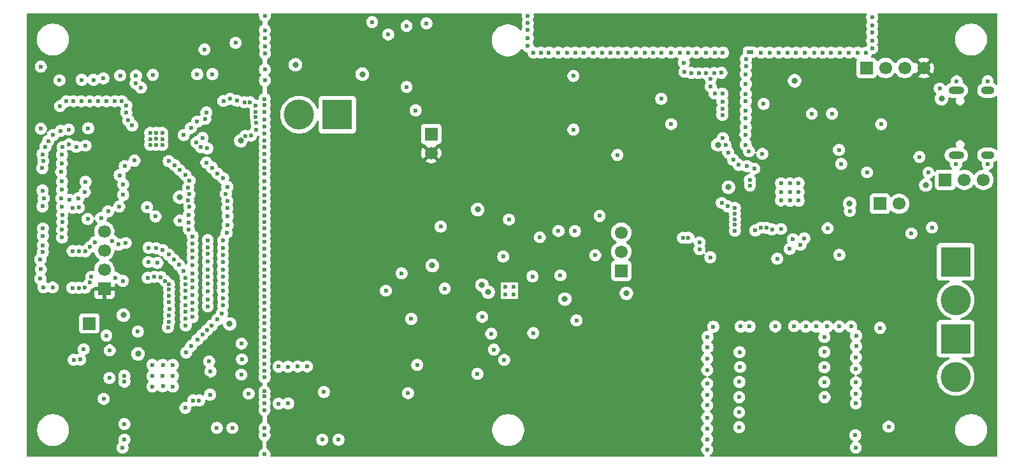
<source format=gbr>
%TF.GenerationSoftware,KiCad,Pcbnew,9.0.7*%
%TF.CreationDate,2026-01-08T10:05:18+02:00*%
%TF.ProjectId,sig_scan_pcb,7369675f-7363-4616-9e5f-7063622e6b69,1*%
%TF.SameCoordinates,Original*%
%TF.FileFunction,Copper,L3,Inr*%
%TF.FilePolarity,Positive*%
%FSLAX46Y46*%
G04 Gerber Fmt 4.6, Leading zero omitted, Abs format (unit mm)*
G04 Created by KiCad (PCBNEW 9.0.7) date 2026-01-08 10:05:18*
%MOMM*%
%LPD*%
G01*
G04 APERTURE LIST*
%TA.AperFunction,ComponentPad*%
%ADD10R,4.000000X4.000000*%
%TD*%
%TA.AperFunction,ComponentPad*%
%ADD11C,4.000000*%
%TD*%
%TA.AperFunction,ComponentPad*%
%ADD12C,0.600000*%
%TD*%
%TA.AperFunction,HeatsinkPad*%
%ADD13O,2.100000X1.000000*%
%TD*%
%TA.AperFunction,HeatsinkPad*%
%ADD14O,1.800000X1.000000*%
%TD*%
%TA.AperFunction,ComponentPad*%
%ADD15R,1.700000X1.700000*%
%TD*%
%TA.AperFunction,ComponentPad*%
%ADD16C,1.700000*%
%TD*%
%TA.AperFunction,ComponentPad*%
%ADD17R,0.900000X0.500000*%
%TD*%
%TA.AperFunction,ViaPad*%
%ADD18C,0.600000*%
%TD*%
%TA.AperFunction,ViaPad*%
%ADD19C,0.800000*%
%TD*%
G04 APERTURE END LIST*
D10*
%TO.N,Net-(D1-A)*%
%TO.C,J2*%
X145338800Y-54533800D03*
D11*
%TO.N,GND*%
X145338800Y-59613799D03*
%TD*%
D12*
%TO.N,GNDA*%
%TO.C,IC2*%
X86588700Y-58848599D03*
X86588700Y-57832599D03*
%TO.N,GND*%
X85521900Y-58848599D03*
X85521900Y-57832599D03*
%TD*%
D10*
%TO.N,+16V*%
%TO.C,J11*%
X145338800Y-64770000D03*
D11*
%TO.N,GND*%
X145338800Y-69849999D03*
%TD*%
D13*
%TO.N,GND*%
%TO.C,J4*%
X145404900Y-40334848D03*
D14*
X149604900Y-40334848D03*
D13*
X145404900Y-31694848D03*
D14*
X149604900Y-31694848D03*
%TD*%
D15*
%TO.N,GND*%
%TO.C,J10*%
X133477000Y-28727400D03*
D16*
%TO.N,Net-(J10-Pin_2)*%
X136017000Y-28727400D03*
%TO.N,Net-(J10-Pin_3)*%
X138556999Y-28727400D03*
%TO.N,+3.3V*%
X141097000Y-28727400D03*
%TD*%
D10*
%TO.N,Net-(D7-A)*%
%TO.C,J14*%
X63169800Y-34933900D03*
D11*
%TO.N,GND*%
X58089801Y-34933900D03*
%TD*%
D15*
%TO.N,+5V*%
%TO.C,J5*%
X143943700Y-43610850D03*
D16*
%TO.N,/VBUS*%
X146483700Y-43610850D03*
%TO.N,Net-(D2-A)*%
X149023699Y-43610850D03*
%TD*%
D15*
%TO.N,Net-(J7-Pin_1)*%
%TO.C,J7*%
X30222892Y-62732016D03*
%TD*%
%TO.N,3.3V*%
%TO.C,J8*%
X32209100Y-58088850D03*
D16*
%TO.N,Net-(J8-Pin_2)*%
X32209100Y-55548850D03*
%TO.N,Net-(J8-Pin_3)*%
X32209100Y-53008851D03*
%TO.N,GND*%
X32209100Y-50468850D03*
%TD*%
D15*
%TO.N,Net-(J6-Pin_1)*%
%TO.C,J6*%
X75641200Y-37515800D03*
D16*
%TO.N,+3.3V*%
X75641200Y-40055800D03*
%TD*%
D15*
%TO.N,GNDA*%
%TO.C,J12*%
X100897299Y-55722598D03*
D16*
%TO.N,Net-(J12-Pin_2)*%
X100897299Y-53182598D03*
%TO.N,Net-(J12-Pin_3)*%
X100897299Y-50642599D03*
%TD*%
D15*
%TO.N,Net-(J9-Pin_1)*%
%TO.C,J9*%
X135275230Y-46799850D03*
D16*
%TO.N,/GPIO48*%
X137815230Y-46799850D03*
%TD*%
D17*
%TO.N,GND*%
%TO.C,AE1*%
X118003381Y-26609800D03*
%TD*%
D18*
%TO.N,GND*%
X149580600Y-41529000D03*
X43942000Y-56057800D03*
X111201200Y-29413200D03*
X112318800Y-75260200D03*
X43357800Y-44627800D03*
X49657000Y-25374600D03*
X38658800Y-29641800D03*
X26568400Y-41427400D03*
X145465800Y-30505400D03*
X36423600Y-29743400D03*
X117449600Y-29540200D03*
X53517800Y-52781200D03*
X43027600Y-60299600D03*
X45948600Y-58445400D03*
X125425200Y-63144400D03*
X35407600Y-35712400D03*
X53517800Y-39268400D03*
X32894900Y-70001450D03*
X75006200Y-22783800D03*
X37973000Y-56642000D03*
X53517800Y-68097400D03*
X123315729Y-45252550D03*
X43942000Y-52120800D03*
X149580600Y-30480000D03*
X23723600Y-54203600D03*
D19*
X113741200Y-38938200D03*
D18*
X123012200Y-26670000D03*
X53517800Y-64516000D03*
X39112500Y-38169450D03*
X45948600Y-55575200D03*
X42750100Y-37641850D03*
X42214800Y-42291000D03*
X89230200Y-26670000D03*
X112318800Y-73634600D03*
X128778000Y-26670000D03*
X106273600Y-26670000D03*
X126822200Y-63144400D03*
X24765000Y-38430200D03*
X131445000Y-63144400D03*
X33604200Y-33147000D03*
X132003800Y-77622400D03*
X23977600Y-42062400D03*
X49225200Y-76657200D03*
X117424200Y-35382200D03*
X52374800Y-36982400D03*
X39981500Y-71093650D03*
X51384200Y-72085200D03*
X114350800Y-33223200D03*
X34315400Y-29718000D03*
X125272800Y-26670000D03*
X34874200Y-78181200D03*
X46507400Y-41986200D03*
X121615200Y-54102000D03*
X48361600Y-45491400D03*
X53517800Y-34544000D03*
X71704200Y-56057800D03*
X27457400Y-36931600D03*
X30302200Y-52552600D03*
X51714400Y-37719000D03*
X43942000Y-54991000D03*
X48564800Y-46431200D03*
X69926200Y-24257000D03*
X47980600Y-52654200D03*
X29667200Y-53136800D03*
D19*
X131241800Y-46761400D03*
D18*
X117475000Y-28473400D03*
X94538800Y-29768800D03*
X41327700Y-68248850D03*
X43078400Y-66598800D03*
X53517800Y-61798200D03*
X132334000Y-26670000D03*
X53492400Y-74244200D03*
X43510200Y-47193200D03*
X39965092Y-69732816D03*
X41427400Y-54229000D03*
X47955200Y-56489600D03*
X122123200Y-45237400D03*
X53517800Y-57353200D03*
X104013000Y-26670000D03*
X53517800Y-50063400D03*
X94538800Y-36931600D03*
X32080200Y-30099000D03*
X35128200Y-34645600D03*
X46558200Y-29540200D03*
X24130000Y-57912000D03*
X48590200Y-49606200D03*
X45948600Y-53492400D03*
X47955200Y-55549800D03*
X37084000Y-31343600D03*
X40817800Y-61645800D03*
X26492200Y-46075600D03*
X119811800Y-33502600D03*
X53543200Y-28930600D03*
X53517800Y-42824400D03*
X132080000Y-68783200D03*
X53517800Y-65379600D03*
X88468200Y-22758400D03*
X121843800Y-26670000D03*
X43713400Y-36703000D03*
X29997400Y-48818800D03*
X29718000Y-43865800D03*
X26568400Y-44932600D03*
X50419000Y-69545200D03*
X53517800Y-62712600D03*
X45237400Y-64236600D03*
X114325400Y-34163000D03*
X44551600Y-29565600D03*
X43027600Y-58394600D03*
D19*
X34747200Y-61620400D03*
D18*
X53568600Y-26797000D03*
X77444600Y-58089800D03*
X88468200Y-21767800D03*
X29641800Y-57962800D03*
X116509800Y-41630600D03*
X45770800Y-41325800D03*
X40817800Y-58191400D03*
X50927000Y-37769800D03*
X112318800Y-67411600D03*
X134239000Y-26111200D03*
X53517800Y-60934600D03*
X61391800Y-71856600D03*
X38305100Y-37362450D03*
D19*
X83219949Y-58546941D03*
D18*
X26593800Y-51282600D03*
X128270000Y-63144400D03*
X26314400Y-33807400D03*
X43535600Y-43713400D03*
X52273200Y-33731200D03*
X124460000Y-45237400D03*
X134239000Y-25095200D03*
X32920300Y-66318450D03*
X24155400Y-46075600D03*
X53517800Y-37465000D03*
X145389600Y-41503600D03*
X28473400Y-39217600D03*
X49809400Y-33070800D03*
X108686600Y-26670000D03*
D19*
X123926600Y-30429200D03*
D18*
X117449600Y-32181800D03*
X118567200Y-42113200D03*
X112318800Y-79527400D03*
X122123200Y-46355000D03*
X117449600Y-33147000D03*
X30251400Y-33147000D03*
X53517800Y-67183000D03*
X35128200Y-33731200D03*
X72567800Y-72009000D03*
X24384000Y-39217600D03*
X109296200Y-29235400D03*
X47853600Y-61391800D03*
X61163200Y-78206600D03*
X53543200Y-23698200D03*
X56616600Y-68503800D03*
X113233200Y-29387800D03*
X45034200Y-39268400D03*
X53543200Y-21754050D03*
X122123200Y-44069000D03*
X53517800Y-58293000D03*
X53517800Y-55575200D03*
X117856000Y-39801800D03*
X39979600Y-52984400D03*
X47955200Y-58369200D03*
X39016300Y-48487650D03*
X53517800Y-41986200D03*
X47167800Y-76631800D03*
X123875800Y-63093600D03*
X38584500Y-69722050D03*
X129870200Y-53594000D03*
X26670000Y-39243000D03*
X38862000Y-56515000D03*
X132054600Y-79248000D03*
X53517800Y-73329800D03*
X28752800Y-46075600D03*
X48031400Y-33121600D03*
X46482000Y-62992000D03*
X45948600Y-56515000D03*
X114198400Y-29362400D03*
X53517800Y-48361600D03*
X43942000Y-57912000D03*
X52298600Y-35229800D03*
X27584400Y-46278800D03*
X26593800Y-47218600D03*
X141706600Y-42646600D03*
X53517800Y-32842200D03*
X88468200Y-23647400D03*
X143205200Y-31445200D03*
X41579800Y-41656000D03*
X53517800Y-43764200D03*
X48590200Y-48463200D03*
X53517800Y-36499800D03*
D19*
X42214800Y-45923200D03*
D18*
X51562000Y-33274000D03*
X129921000Y-26670000D03*
X42951400Y-42951400D03*
X43027600Y-61163200D03*
X45948600Y-54508400D03*
X43434000Y-48260000D03*
X28854400Y-53086000D03*
X32131000Y-72771000D03*
X50495200Y-67513200D03*
X27178000Y-33147000D03*
X43027600Y-56642000D03*
X107518200Y-26670000D03*
X50825400Y-33299400D03*
X38584500Y-68248850D03*
X24053800Y-52324000D03*
X24003000Y-45034200D03*
D19*
X143459200Y-32816800D03*
D18*
X26619200Y-48260000D03*
X36220400Y-41046400D03*
X132080000Y-67259200D03*
X53517800Y-66319400D03*
X116763800Y-63144400D03*
X43942000Y-58928000D03*
X98348800Y-26670000D03*
X132105400Y-64363600D03*
X24053800Y-51079400D03*
X126212600Y-34823400D03*
X45948600Y-52578000D03*
X53517800Y-69037200D03*
X43942000Y-53975000D03*
X32715200Y-47802800D03*
X115112800Y-39979600D03*
X39905300Y-37362450D03*
X63322200Y-78206600D03*
X112344200Y-64516000D03*
X134239000Y-21971000D03*
X57912000Y-68453000D03*
X43942000Y-59994800D03*
X53517800Y-49225200D03*
X136423400Y-76479400D03*
X93700600Y-26670000D03*
X29159200Y-33147000D03*
X26466800Y-42570400D03*
X53517800Y-44704000D03*
X48539400Y-47396400D03*
X91287600Y-26670000D03*
X29616400Y-45237400D03*
X23774400Y-55524400D03*
X99466400Y-26670000D03*
X72999600Y-62128400D03*
X43027600Y-62052200D03*
D19*
X66497200Y-29540200D03*
D18*
X39981500Y-68248850D03*
X109778800Y-26670000D03*
X53543200Y-30378400D03*
X53517800Y-47421800D03*
X53492400Y-76657200D03*
X45948600Y-57429400D03*
X26593800Y-43840400D03*
X40817800Y-59080400D03*
X112318800Y-78155800D03*
X35915600Y-36372800D03*
X55346600Y-68478400D03*
X142189200Y-49961800D03*
X72364600Y-31242000D03*
X100457000Y-26670000D03*
X24003000Y-47142400D03*
X44577000Y-64897000D03*
X53543200Y-24790400D03*
X123266200Y-52806600D03*
X124460000Y-46380400D03*
X43942000Y-61874400D03*
X48463200Y-50673000D03*
X42976800Y-73964800D03*
X37873300Y-47243050D03*
X30759400Y-30302200D03*
X94792800Y-26670000D03*
X30327600Y-57302400D03*
D19*
X50342800Y-38404800D03*
D18*
X32486600Y-33147000D03*
X114350800Y-32156400D03*
X124129800Y-26670000D03*
X25400000Y-37642800D03*
X38305100Y-38175250D03*
X120599200Y-26670000D03*
X123317000Y-46380400D03*
X39117900Y-37362450D03*
X41327700Y-69722050D03*
X31775400Y-48691800D03*
X133451600Y-26670000D03*
X34544000Y-33147000D03*
X52400200Y-35991800D03*
X24003000Y-40208200D03*
X27965400Y-57988200D03*
X34239200Y-43002200D03*
X112776000Y-30149800D03*
X102844600Y-26670000D03*
X36372800Y-30759400D03*
X34925000Y-41808400D03*
X39725600Y-56565800D03*
X117449600Y-30835600D03*
X38049200Y-54559200D03*
X112318800Y-76733400D03*
D19*
X82389824Y-57624174D03*
D18*
X48006000Y-43383200D03*
X23774400Y-28549600D03*
X119634000Y-40157400D03*
X132105400Y-65760600D03*
X123317000Y-44069000D03*
X59156600Y-68453000D03*
X113309400Y-32105600D03*
X24104600Y-41122600D03*
X72364600Y-23139400D03*
X43027600Y-57505600D03*
X73583800Y-34366200D03*
X130124200Y-41503600D03*
X113334800Y-26670000D03*
X53492400Y-77622400D03*
X47244000Y-62204600D03*
X34188400Y-47167800D03*
X53517800Y-33655000D03*
X29464000Y-66167000D03*
X83616800Y-64109600D03*
X43434000Y-49276000D03*
X41327700Y-71119050D03*
X34721800Y-45618400D03*
X97180400Y-26670000D03*
X53517800Y-59156600D03*
X45847000Y-63627000D03*
X132080000Y-70586600D03*
X39930700Y-38962650D03*
X113131600Y-63169800D03*
X40767000Y-41122600D03*
X134236100Y-23037800D03*
X94945200Y-62331600D03*
X42113200Y-54914800D03*
X44424600Y-38633400D03*
X34112200Y-52222400D03*
X43357800Y-46355000D03*
X67792600Y-22606000D03*
X39905300Y-38175250D03*
X34874200Y-76123800D03*
X53517800Y-69900800D03*
X33274000Y-51739800D03*
X114325400Y-34975800D03*
X29210000Y-30302200D03*
X88468200Y-25806400D03*
X131267200Y-47752000D03*
X112318800Y-72212200D03*
X112318800Y-68935600D03*
X45948600Y-59512200D03*
X43942000Y-60934600D03*
X127685800Y-26670000D03*
X110921800Y-26670000D03*
X31394400Y-33147000D03*
X47955200Y-57454800D03*
X88468200Y-24739600D03*
X132080000Y-72059800D03*
X112725200Y-53924200D03*
X43027600Y-62992000D03*
X24053800Y-53238400D03*
X43942000Y-56997600D03*
X47244000Y-42773600D03*
X124460000Y-44043600D03*
X110210600Y-29387800D03*
X132054600Y-73380600D03*
X115773200Y-40944800D03*
X81788000Y-69443600D03*
X114757200Y-39014400D03*
X23774400Y-36804600D03*
X53492400Y-72440800D03*
X114401600Y-38074600D03*
X40843200Y-60833000D03*
X38100000Y-52654200D03*
X45897800Y-39420800D03*
X44551600Y-35864800D03*
X30988000Y-51917600D03*
X39090600Y-52705000D03*
X129844800Y-63144400D03*
X119456200Y-26670000D03*
D19*
X141351000Y-44297600D03*
D18*
X40817800Y-59918600D03*
X48539400Y-44551600D03*
X117424200Y-38938200D03*
X28829000Y-57988200D03*
X30073600Y-36753800D03*
X43942000Y-53060600D03*
X53517800Y-63652400D03*
X23723600Y-56794400D03*
X30480000Y-56515000D03*
X26593800Y-50241200D03*
X117475000Y-27533600D03*
X47955200Y-54559200D03*
X53517800Y-51003200D03*
X109220000Y-28016200D03*
X117602000Y-41808400D03*
X112166400Y-26670000D03*
X33705800Y-56667400D03*
X47955200Y-53619400D03*
X90220800Y-26670000D03*
X95935800Y-26670000D03*
X53517800Y-41122600D03*
X26593800Y-40284400D03*
X26390600Y-37084000D03*
X53517800Y-45643800D03*
D19*
X115138200Y-44602400D03*
D18*
X134239000Y-24003000D03*
X34622100Y-79272450D03*
X24053800Y-50088800D03*
X42722800Y-55727600D03*
X26619200Y-49225200D03*
X26238200Y-30353000D03*
X53517800Y-40182800D03*
X53517800Y-59994800D03*
X40309800Y-57073800D03*
X43027600Y-59334400D03*
X28117800Y-33147000D03*
X40767000Y-53568600D03*
X45948600Y-51638200D03*
X43434000Y-50215800D03*
X40665400Y-63246000D03*
X121361200Y-63119000D03*
X53517800Y-54635400D03*
X114401600Y-26670000D03*
X45948600Y-60452000D03*
X53517800Y-38404800D03*
X47980600Y-60325000D03*
X112344200Y-65913000D03*
X53492400Y-71755000D03*
X34721800Y-44196000D03*
X45770800Y-34645600D03*
X39268400Y-54660800D03*
X73787000Y-68249800D03*
X117424200Y-36576000D03*
X39117900Y-38962650D03*
X43738800Y-65735200D03*
X45237400Y-38023800D03*
X38584500Y-71119050D03*
X34671000Y-57073800D03*
X47980600Y-51714400D03*
X40817800Y-62484000D03*
X53492400Y-80137000D03*
X43942000Y-51130200D03*
X50444400Y-65405000D03*
X128905000Y-34798000D03*
X32486600Y-64338200D03*
X40817800Y-57556400D03*
X27990800Y-53086000D03*
X117398800Y-37592000D03*
X48920400Y-32816800D03*
X112318800Y-70739000D03*
X53517800Y-46507400D03*
X53517800Y-51866800D03*
X53517800Y-56438800D03*
X135434700Y-36219450D03*
X29718000Y-39065200D03*
X52298600Y-34544000D03*
X43510200Y-45516800D03*
X126517400Y-26670000D03*
X105130600Y-26670000D03*
X117932200Y-63144400D03*
X101600000Y-26670000D03*
X47980600Y-59410600D03*
X112776000Y-31191200D03*
X53517800Y-53721000D03*
X131165600Y-26670000D03*
X133553200Y-42621200D03*
X92532200Y-26670000D03*
X100380800Y-40309800D03*
X53517800Y-35560000D03*
X38305100Y-38937250D03*
X35052000Y-52019200D03*
X69621400Y-58369200D03*
X53543200Y-25857200D03*
X140512800Y-40563800D03*
X45618400Y-35509200D03*
X117449600Y-34366200D03*
X27508200Y-38887400D03*
X112166400Y-29438600D03*
X25349200Y-57937400D03*
X129819400Y-39624000D03*
D19*
%TO.N,+3.3V*%
X118033800Y-54787800D03*
X127660400Y-41021000D03*
X120586900Y-35254250D03*
X133451600Y-64947800D03*
X134240900Y-31977650D03*
X88874600Y-42545000D03*
X85293200Y-40538400D03*
X54837650Y-22632350D03*
X111914300Y-43102850D03*
X121933100Y-52932650D03*
D18*
%TO.N,/USBD+*%
X44043600Y-72974200D03*
X128320800Y-50063400D03*
X109829600Y-51333400D03*
X124714000Y-52273200D03*
D19*
%TO.N,+5V*%
X57607200Y-28295600D03*
D18*
%TO.N,/USBD-*%
X44805600Y-72974200D03*
X109079597Y-51333400D03*
%TO.N,/GPIO0*%
X118004284Y-44375701D03*
X107531300Y-36194050D03*
%TO.N,/CHIP_PU*%
X117983000Y-43626000D03*
X106210500Y-32815850D03*
%TO.N,+1V2*%
X46306100Y-69132816D03*
X46261092Y-72211250D03*
X46126400Y-67782816D03*
%TO.N,/GPIO13*%
X120929400Y-50227800D03*
X127889000Y-66522600D03*
%TO.N,/SCL*%
X111302800Y-52857400D03*
X56642000Y-73380600D03*
X34874200Y-69697600D03*
%TO.N,/GPIO4{slash}BCLK*%
X116560600Y-72542400D03*
X115999647Y-48104551D03*
%TO.N,/GPIO15*%
X135280400Y-63322200D03*
X123714600Y-51543340D03*
%TO.N,/GPIO11*%
X119405400Y-49987200D03*
X127889000Y-70535800D03*
%TO.N,/GPIO10*%
X118694200Y-50342800D03*
X127914400Y-72542400D03*
%TO.N,/GPIO5{slash}FSYNC*%
X116586000Y-70510400D03*
X116006617Y-48854521D03*
%TO.N,/GPIO6{slash}DOUT*%
X115987892Y-49604289D03*
X116687600Y-68529200D03*
%TO.N,/GPIO1*%
X114249200Y-46685200D03*
X45516800Y-26262651D03*
%TO.N,/GPIO7{slash}DIN*%
X116611400Y-66548000D03*
X116001800Y-50368200D03*
%TO.N,/GPIO3*%
X116560600Y-74549000D03*
X116002692Y-47354554D03*
%TO.N,/SDA*%
X34874200Y-70485000D03*
X55372000Y-73406000D03*
X111302800Y-51943000D03*
%TO.N,/GPIO12*%
X127889000Y-68554600D03*
X120175309Y-49995109D03*
%TO.N,/GPIO14*%
X122113618Y-50155418D03*
X127889000Y-64541400D03*
D19*
%TO.N,3.3V*%
X45791464Y-70033486D03*
X33147000Y-34442400D03*
X44528100Y-33372850D03*
X39803700Y-79297850D03*
X27129100Y-72211250D03*
X42013500Y-44042650D03*
X34281700Y-23580450D03*
X52275100Y-41731250D03*
X34825300Y-66293050D03*
X40311700Y-49351250D03*
X51689000Y-78714600D03*
X40743500Y-73989250D03*
X38311500Y-33501650D03*
D18*
%TO.N,GNDA*%
X94742000Y-50444400D03*
X98018600Y-48412400D03*
D19*
X101574600Y-58724800D03*
D18*
X92557600Y-50419000D03*
D19*
X75793600Y-55016400D03*
D18*
X85979000Y-48895000D03*
X92811600Y-56337200D03*
D19*
X93395800Y-59486800D03*
D18*
X89103200Y-56464200D03*
X76898882Y-49847882D03*
X85217000Y-53822600D03*
D19*
X81815299Y-47558999D03*
D18*
%TO.N,/VREF*%
X90068400Y-51257200D03*
X97434400Y-53644800D03*
%TO.N,Net-(D6-K)*%
X82423000Y-61849000D03*
X89204800Y-64008000D03*
%TO.N,Net-(IC2-HIDRV)*%
X85344000Y-67589400D03*
X83972400Y-66217800D03*
%TO.N,Net-(U5-XI)*%
X42216700Y-49046450D03*
X36668100Y-63811458D03*
%TO.N,Net-(U5-I2C_SCLT)*%
X28989535Y-67545364D03*
X28830900Y-47293850D03*
%TO.N,Net-(U5-I2C_SDAT)*%
X28031372Y-47321420D03*
X28143200Y-67564000D03*
D19*
%TO.N,Net-(U5-AGC_IF)*%
X48869600Y-62789750D03*
X36679500Y-66775650D03*
D18*
%TO.N,Net-(U4-GPIO18)*%
X139446000Y-50749200D03*
X125222000Y-51409600D03*
%TO.N,/GPIO2*%
X116560600Y-76555600D03*
X115030589Y-47146964D03*
%TD*%
%TA.AperFunction,Conductor*%
%TO.N,3.3V*%
G36*
X52702536Y-21474235D02*
G01*
X52748291Y-21527039D01*
X52758235Y-21596197D01*
X52757114Y-21602741D01*
X52742700Y-21675203D01*
X52742700Y-21832896D01*
X52773461Y-21987539D01*
X52773464Y-21987551D01*
X52833802Y-22133222D01*
X52833809Y-22133235D01*
X52921410Y-22264338D01*
X52921413Y-22264342D01*
X53032907Y-22375836D01*
X53032911Y-22375839D01*
X53164014Y-22463440D01*
X53169391Y-22466314D01*
X53168703Y-22467599D01*
X53217449Y-22506872D01*
X53239521Y-22573163D01*
X53239601Y-22577656D01*
X53239476Y-22874749D01*
X53219763Y-22941780D01*
X53169194Y-22985561D01*
X53169394Y-22985934D01*
X53167746Y-22986814D01*
X53166940Y-22987513D01*
X53164249Y-22988683D01*
X53164018Y-22988807D01*
X53032915Y-23076407D01*
X53032907Y-23076413D01*
X52921413Y-23187907D01*
X52921410Y-23187911D01*
X52833809Y-23319014D01*
X52833802Y-23319027D01*
X52773464Y-23464698D01*
X52773461Y-23464710D01*
X52742700Y-23619353D01*
X52742700Y-23777046D01*
X52773461Y-23931689D01*
X52773464Y-23931701D01*
X52833802Y-24077372D01*
X52833809Y-24077385D01*
X52899307Y-24175409D01*
X52920185Y-24242087D01*
X52901700Y-24309467D01*
X52899307Y-24313191D01*
X52833809Y-24411214D01*
X52833802Y-24411227D01*
X52773464Y-24556898D01*
X52773461Y-24556910D01*
X52742700Y-24711553D01*
X52742700Y-24869246D01*
X52773461Y-25023889D01*
X52773464Y-25023901D01*
X52833802Y-25169572D01*
X52833809Y-25169585D01*
X52890821Y-25254909D01*
X52911699Y-25321587D01*
X52893214Y-25388967D01*
X52890821Y-25392691D01*
X52833809Y-25478014D01*
X52833802Y-25478027D01*
X52773464Y-25623698D01*
X52773461Y-25623710D01*
X52742700Y-25778353D01*
X52742700Y-25936046D01*
X52773461Y-26090689D01*
X52773464Y-26090701D01*
X52812031Y-26183809D01*
X52833806Y-26236379D01*
X52861093Y-26277217D01*
X52881970Y-26343894D01*
X52863485Y-26411274D01*
X52861098Y-26414989D01*
X52859206Y-26417820D01*
X52859204Y-26417823D01*
X52798864Y-26563498D01*
X52798861Y-26563510D01*
X52768100Y-26718153D01*
X52768100Y-26875846D01*
X52798861Y-27030489D01*
X52798864Y-27030501D01*
X52859202Y-27176172D01*
X52859209Y-27176185D01*
X52946810Y-27307288D01*
X52946813Y-27307292D01*
X53058307Y-27418786D01*
X53058311Y-27418789D01*
X53182367Y-27501681D01*
X53227172Y-27555293D01*
X53237476Y-27604835D01*
X53237264Y-28108065D01*
X53217551Y-28175096D01*
X53168826Y-28217280D01*
X53169391Y-28218336D01*
X53164730Y-28220827D01*
X53164728Y-28220829D01*
X53164720Y-28220832D01*
X53164014Y-28221209D01*
X53032911Y-28308810D01*
X53032907Y-28308813D01*
X52921413Y-28420307D01*
X52921410Y-28420311D01*
X52833809Y-28551414D01*
X52833802Y-28551427D01*
X52773464Y-28697098D01*
X52773461Y-28697110D01*
X52742700Y-28851753D01*
X52742700Y-29009446D01*
X52773461Y-29164089D01*
X52773464Y-29164101D01*
X52833802Y-29309772D01*
X52833809Y-29309785D01*
X52921410Y-29440888D01*
X52921413Y-29440892D01*
X53032907Y-29552386D01*
X53037619Y-29556253D01*
X53036562Y-29557540D01*
X53076234Y-29605016D01*
X53084938Y-29674341D01*
X53054781Y-29737367D01*
X53037374Y-29752449D01*
X53037619Y-29752747D01*
X53032907Y-29756613D01*
X52921413Y-29868107D01*
X52921410Y-29868111D01*
X52833809Y-29999214D01*
X52833802Y-29999227D01*
X52773464Y-30144898D01*
X52773461Y-30144910D01*
X52742700Y-30299553D01*
X52742700Y-30457246D01*
X52773461Y-30611889D01*
X52773464Y-30611901D01*
X52833802Y-30757572D01*
X52833809Y-30757585D01*
X52921410Y-30888688D01*
X52921413Y-30888692D01*
X53032910Y-31000189D01*
X53140286Y-31071935D01*
X53164021Y-31087794D01*
X53164027Y-31087796D01*
X53169392Y-31090664D01*
X53168172Y-31092945D01*
X53213810Y-31129723D01*
X53235876Y-31196017D01*
X53235955Y-31200496D01*
X53235613Y-32009827D01*
X53215900Y-32076859D01*
X53163077Y-32122591D01*
X53159070Y-32124334D01*
X53138627Y-32132802D01*
X53138618Y-32132807D01*
X53007515Y-32220407D01*
X53007507Y-32220413D01*
X52896013Y-32331907D01*
X52896010Y-32331911D01*
X52808409Y-32463014D01*
X52808402Y-32463027D01*
X52748064Y-32608698D01*
X52748061Y-32608710D01*
X52717300Y-32763353D01*
X52717300Y-32863118D01*
X52697615Y-32930157D01*
X52644811Y-32975912D01*
X52575653Y-32985856D01*
X52564110Y-32983633D01*
X52554743Y-32981364D01*
X52506697Y-32961463D01*
X52352042Y-32930700D01*
X52345565Y-32930700D01*
X52332704Y-32927585D01*
X52309642Y-32914281D01*
X52284951Y-32904311D01*
X52276522Y-32895176D01*
X52272183Y-32892673D01*
X52269607Y-32887681D01*
X52258792Y-32875960D01*
X52183792Y-32763715D01*
X52183786Y-32763707D01*
X52072292Y-32652213D01*
X52072288Y-32652210D01*
X51941185Y-32564609D01*
X51941172Y-32564602D01*
X51795501Y-32504264D01*
X51795489Y-32504261D01*
X51640845Y-32473500D01*
X51640842Y-32473500D01*
X51483158Y-32473500D01*
X51483155Y-32473500D01*
X51328510Y-32504261D01*
X51328498Y-32504264D01*
X51210491Y-32553144D01*
X51141022Y-32560613D01*
X51115588Y-32553145D01*
X51086163Y-32540957D01*
X51058897Y-32529663D01*
X51058893Y-32529662D01*
X51058888Y-32529660D01*
X50904245Y-32498900D01*
X50904242Y-32498900D01*
X50746558Y-32498900D01*
X50746555Y-32498900D01*
X50591911Y-32529660D01*
X50591901Y-32529663D01*
X50532995Y-32554063D01*
X50463525Y-32561532D01*
X50401046Y-32530256D01*
X50397862Y-32527183D01*
X50319692Y-32449013D01*
X50319688Y-32449010D01*
X50188585Y-32361409D01*
X50188572Y-32361402D01*
X50042901Y-32301064D01*
X50042889Y-32301061D01*
X49888245Y-32270300D01*
X49888242Y-32270300D01*
X49730558Y-32270300D01*
X49730553Y-32270300D01*
X49608243Y-32294629D01*
X49538651Y-32288402D01*
X49496372Y-32260694D01*
X49430689Y-32195011D01*
X49430688Y-32195010D01*
X49430687Y-32195009D01*
X49299585Y-32107409D01*
X49299572Y-32107402D01*
X49153901Y-32047064D01*
X49153889Y-32047061D01*
X48999245Y-32016300D01*
X48999242Y-32016300D01*
X48841558Y-32016300D01*
X48841555Y-32016300D01*
X48686910Y-32047061D01*
X48686898Y-32047064D01*
X48541227Y-32107402D01*
X48541214Y-32107409D01*
X48410111Y-32195010D01*
X48410107Y-32195013D01*
X48302056Y-32303065D01*
X48240733Y-32336550D01*
X48190183Y-32337001D01*
X48110244Y-32321100D01*
X48110242Y-32321100D01*
X47952558Y-32321100D01*
X47952555Y-32321100D01*
X47797910Y-32351861D01*
X47797898Y-32351864D01*
X47652227Y-32412202D01*
X47652214Y-32412209D01*
X47521111Y-32499810D01*
X47521107Y-32499813D01*
X47409613Y-32611307D01*
X47409610Y-32611311D01*
X47322009Y-32742414D01*
X47322002Y-32742427D01*
X47261664Y-32888098D01*
X47261661Y-32888110D01*
X47230900Y-33042753D01*
X47230900Y-33200446D01*
X47261661Y-33355089D01*
X47261664Y-33355101D01*
X47322002Y-33500772D01*
X47322009Y-33500785D01*
X47409610Y-33631888D01*
X47409613Y-33631892D01*
X47521107Y-33743386D01*
X47521111Y-33743389D01*
X47652214Y-33830990D01*
X47652227Y-33830997D01*
X47797898Y-33891335D01*
X47797903Y-33891337D01*
X47925587Y-33916735D01*
X47952553Y-33922099D01*
X47952556Y-33922100D01*
X47952558Y-33922100D01*
X48110244Y-33922100D01*
X48110245Y-33922099D01*
X48264897Y-33891337D01*
X48381555Y-33843016D01*
X48410572Y-33830997D01*
X48410572Y-33830996D01*
X48410579Y-33830994D01*
X48541689Y-33743389D01*
X48649744Y-33635333D01*
X48711065Y-33601849D01*
X48761613Y-33601398D01*
X48822580Y-33613525D01*
X48841557Y-33617300D01*
X48841558Y-33617300D01*
X48999244Y-33617300D01*
X49090251Y-33599197D01*
X49121555Y-33592970D01*
X49191147Y-33599197D01*
X49233426Y-33626904D01*
X49299111Y-33692589D01*
X49299112Y-33692590D01*
X49430214Y-33780190D01*
X49430227Y-33780197D01*
X49528567Y-33820930D01*
X49575903Y-33840537D01*
X49730553Y-33871299D01*
X49730556Y-33871300D01*
X49730558Y-33871300D01*
X49888244Y-33871300D01*
X49888245Y-33871299D01*
X50042897Y-33840537D01*
X50101803Y-33816136D01*
X50171271Y-33808667D01*
X50233750Y-33839941D01*
X50236937Y-33843016D01*
X50315107Y-33921186D01*
X50315111Y-33921189D01*
X50446214Y-34008790D01*
X50446227Y-34008797D01*
X50591898Y-34069135D01*
X50591903Y-34069137D01*
X50744547Y-34099500D01*
X50746553Y-34099899D01*
X50746556Y-34099900D01*
X50746558Y-34099900D01*
X50904244Y-34099900D01*
X50904245Y-34099899D01*
X51058897Y-34069137D01*
X51176910Y-34020254D01*
X51199512Y-34017824D01*
X51221156Y-34010857D01*
X51236992Y-34013795D01*
X51246378Y-34012786D01*
X51256209Y-34014976D01*
X51264186Y-34017095D01*
X51328503Y-34043737D01*
X51471358Y-34072152D01*
X51475163Y-34073164D01*
X51501809Y-34089330D01*
X51529417Y-34103772D01*
X51531425Y-34107299D01*
X51534898Y-34109406D01*
X51548574Y-34137413D01*
X51563991Y-34164487D01*
X51563773Y-34168541D01*
X51565556Y-34172191D01*
X51561919Y-34203142D01*
X51560252Y-34234257D01*
X51557877Y-34240455D01*
X51528863Y-34310503D01*
X51528861Y-34310510D01*
X51498100Y-34465153D01*
X51498100Y-34622846D01*
X51528861Y-34777494D01*
X51528863Y-34777497D01*
X51554523Y-34839449D01*
X51561990Y-34908918D01*
X51554523Y-34934351D01*
X51528863Y-34996302D01*
X51528861Y-34996305D01*
X51498100Y-35150953D01*
X51498100Y-35308646D01*
X51528861Y-35463289D01*
X51528864Y-35463301D01*
X51589202Y-35608971D01*
X51589208Y-35608982D01*
X51616152Y-35649307D01*
X51637029Y-35715985D01*
X51631711Y-35754186D01*
X51630463Y-35758298D01*
X51599700Y-35912955D01*
X51599700Y-36070646D01*
X51630461Y-36225289D01*
X51630464Y-36225301D01*
X51690802Y-36370971D01*
X51690804Y-36370976D01*
X51690806Y-36370979D01*
X51693239Y-36374621D01*
X51709664Y-36399202D01*
X51730541Y-36465880D01*
X51712056Y-36533260D01*
X51709664Y-36536982D01*
X51665408Y-36603216D01*
X51665402Y-36603227D01*
X51605064Y-36748898D01*
X51605061Y-36748908D01*
X51584845Y-36850541D01*
X51552460Y-36912452D01*
X51510359Y-36941043D01*
X51499223Y-36945618D01*
X51480903Y-36949263D01*
X51335221Y-37009606D01*
X51321980Y-37018452D01*
X51310523Y-37023161D01*
X51287595Y-37025560D01*
X51265597Y-37032447D01*
X51250023Y-37029493D01*
X51241033Y-37030434D01*
X51232615Y-37026191D01*
X51215940Y-37023028D01*
X51211075Y-37021013D01*
X51202783Y-37017578D01*
X51160498Y-37000063D01*
X51160488Y-37000060D01*
X51005845Y-36969300D01*
X51005842Y-36969300D01*
X50848158Y-36969300D01*
X50848155Y-36969300D01*
X50693510Y-37000061D01*
X50693498Y-37000064D01*
X50547827Y-37060402D01*
X50547814Y-37060409D01*
X50416711Y-37148010D01*
X50416707Y-37148013D01*
X50305213Y-37259507D01*
X50305210Y-37259511D01*
X50217609Y-37390614D01*
X50217606Y-37390621D01*
X50188376Y-37461187D01*
X50144534Y-37515590D01*
X50098009Y-37535350D01*
X50080137Y-37538905D01*
X50080132Y-37538906D01*
X49916259Y-37606783D01*
X49916246Y-37606790D01*
X49768765Y-37705335D01*
X49768761Y-37705338D01*
X49643338Y-37830761D01*
X49643335Y-37830765D01*
X49544790Y-37978246D01*
X49544783Y-37978259D01*
X49476906Y-38142132D01*
X49476903Y-38142141D01*
X49442300Y-38316104D01*
X49442300Y-38493495D01*
X49476903Y-38667458D01*
X49476906Y-38667467D01*
X49544783Y-38831340D01*
X49544790Y-38831353D01*
X49643335Y-38978834D01*
X49643338Y-38978838D01*
X49768761Y-39104261D01*
X49768765Y-39104264D01*
X49916246Y-39202809D01*
X49916259Y-39202816D01*
X50039163Y-39253723D01*
X50080134Y-39270694D01*
X50080136Y-39270694D01*
X50080141Y-39270696D01*
X50254104Y-39305299D01*
X50254107Y-39305300D01*
X50254109Y-39305300D01*
X50431493Y-39305300D01*
X50431494Y-39305299D01*
X50489482Y-39293764D01*
X50605458Y-39270696D01*
X50605461Y-39270694D01*
X50605466Y-39270694D01*
X50769347Y-39202813D01*
X50916835Y-39104264D01*
X51042264Y-38978835D01*
X51140813Y-38831347D01*
X51208694Y-38667466D01*
X51227823Y-38571296D01*
X51228711Y-38569597D01*
X51228598Y-38567682D01*
X51244834Y-38538775D01*
X51260206Y-38509390D01*
X51262172Y-38507908D01*
X51262815Y-38506765D01*
X51269856Y-38502121D01*
X51291321Y-38485954D01*
X51296526Y-38483192D01*
X51306179Y-38479194D01*
X51314341Y-38473739D01*
X51319890Y-38470796D01*
X51348206Y-38464991D01*
X51375789Y-38456353D01*
X51383349Y-38457786D01*
X51388337Y-38456764D01*
X51398324Y-38460626D01*
X51425459Y-38465771D01*
X51480903Y-38488737D01*
X51619330Y-38516272D01*
X51635553Y-38519499D01*
X51635556Y-38519500D01*
X51635558Y-38519500D01*
X51793244Y-38519500D01*
X51793245Y-38519499D01*
X51947897Y-38488737D01*
X52093579Y-38428394D01*
X52224689Y-38340789D01*
X52336189Y-38229289D01*
X52423794Y-38098179D01*
X52484137Y-37952497D01*
X52504354Y-37850858D01*
X52509909Y-37840237D01*
X52511117Y-37828311D01*
X52525803Y-37809851D01*
X52536738Y-37788948D01*
X52548243Y-37781648D01*
X52554618Y-37773636D01*
X52573868Y-37765389D01*
X52586080Y-37757642D01*
X52593789Y-37755022D01*
X52608297Y-37752137D01*
X52635742Y-37740768D01*
X52639559Y-37739472D01*
X52670588Y-37738170D01*
X52701465Y-37734850D01*
X52705196Y-37736718D01*
X52709368Y-37736543D01*
X52736178Y-37752225D01*
X52763944Y-37766124D01*
X52766684Y-37770070D01*
X52769677Y-37771821D01*
X52774535Y-37781377D01*
X52794010Y-37809425D01*
X52808406Y-37844179D01*
X52808407Y-37844181D01*
X52808408Y-37844182D01*
X52822993Y-37866010D01*
X52843870Y-37932688D01*
X52825385Y-38000068D01*
X52822993Y-38003790D01*
X52808408Y-38025617D01*
X52808402Y-38025628D01*
X52748064Y-38171298D01*
X52748061Y-38171310D01*
X52717300Y-38325953D01*
X52717300Y-38483646D01*
X52748061Y-38638289D01*
X52748064Y-38638301D01*
X52810546Y-38789148D01*
X52818015Y-38858617D01*
X52810546Y-38884052D01*
X52748064Y-39034898D01*
X52748061Y-39034910D01*
X52717300Y-39189553D01*
X52717300Y-39347246D01*
X52748061Y-39501889D01*
X52748064Y-39501901D01*
X52808402Y-39647572D01*
X52808409Y-39647584D01*
X52814508Y-39656713D01*
X52835383Y-39723392D01*
X52816896Y-39790771D01*
X52814508Y-39794487D01*
X52808409Y-39803615D01*
X52808402Y-39803627D01*
X52748064Y-39949298D01*
X52748061Y-39949310D01*
X52717300Y-40103953D01*
X52717300Y-40261646D01*
X52748061Y-40416289D01*
X52748064Y-40416301D01*
X52808402Y-40561971D01*
X52808404Y-40561976D01*
X52808406Y-40561979D01*
X52819292Y-40578272D01*
X52822993Y-40583810D01*
X52843870Y-40650488D01*
X52825385Y-40717868D01*
X52822993Y-40721590D01*
X52808408Y-40743417D01*
X52808402Y-40743428D01*
X52748064Y-40889098D01*
X52748061Y-40889110D01*
X52717300Y-41043753D01*
X52717300Y-41201446D01*
X52748061Y-41356089D01*
X52748064Y-41356101D01*
X52810546Y-41506948D01*
X52818015Y-41576417D01*
X52810546Y-41601852D01*
X52748064Y-41752698D01*
X52748061Y-41752710D01*
X52717300Y-41907353D01*
X52717300Y-42065046D01*
X52748061Y-42219689D01*
X52748064Y-42219701D01*
X52805286Y-42357848D01*
X52812755Y-42427317D01*
X52805286Y-42452752D01*
X52748064Y-42590898D01*
X52748061Y-42590910D01*
X52717300Y-42745553D01*
X52717300Y-42903246D01*
X52748061Y-43057889D01*
X52748064Y-43057901D01*
X52808402Y-43203571D01*
X52808408Y-43203582D01*
X52822993Y-43225410D01*
X52843870Y-43292088D01*
X52825385Y-43359468D01*
X52822993Y-43363190D01*
X52808408Y-43385017D01*
X52808402Y-43385028D01*
X52748064Y-43530698D01*
X52748061Y-43530710D01*
X52717300Y-43685353D01*
X52717300Y-43843046D01*
X52748061Y-43997689D01*
X52748064Y-43997701D01*
X52808402Y-44143371D01*
X52808408Y-44143382D01*
X52822993Y-44165210D01*
X52843870Y-44231888D01*
X52825385Y-44299268D01*
X52822993Y-44302990D01*
X52808408Y-44324817D01*
X52808402Y-44324828D01*
X52748064Y-44470498D01*
X52748061Y-44470510D01*
X52717300Y-44625153D01*
X52717300Y-44782846D01*
X52748061Y-44937489D01*
X52748064Y-44937501D01*
X52808402Y-45083171D01*
X52808408Y-45083182D01*
X52822993Y-45105010D01*
X52843870Y-45171688D01*
X52825385Y-45239068D01*
X52822993Y-45242790D01*
X52808408Y-45264617D01*
X52808402Y-45264628D01*
X52748064Y-45410298D01*
X52748061Y-45410310D01*
X52717300Y-45564953D01*
X52717300Y-45722646D01*
X52748061Y-45877289D01*
X52748064Y-45877301D01*
X52810546Y-46028148D01*
X52818015Y-46097617D01*
X52810546Y-46123052D01*
X52748064Y-46273898D01*
X52748061Y-46273910D01*
X52717300Y-46428553D01*
X52717300Y-46586246D01*
X52748061Y-46740889D01*
X52748064Y-46740901D01*
X52808402Y-46886572D01*
X52808409Y-46886584D01*
X52814508Y-46895713D01*
X52835383Y-46962392D01*
X52816896Y-47029771D01*
X52814508Y-47033487D01*
X52808409Y-47042615D01*
X52808402Y-47042627D01*
X52748064Y-47188298D01*
X52748061Y-47188310D01*
X52717300Y-47342953D01*
X52717300Y-47500646D01*
X52748061Y-47655289D01*
X52748064Y-47655301D01*
X52808402Y-47800971D01*
X52808408Y-47800982D01*
X52822993Y-47822810D01*
X52843870Y-47889488D01*
X52825385Y-47956868D01*
X52822997Y-47960582D01*
X52819742Y-47965454D01*
X52808408Y-47982417D01*
X52808402Y-47982428D01*
X52748064Y-48128098D01*
X52748061Y-48128110D01*
X52717300Y-48282753D01*
X52717300Y-48440446D01*
X52748061Y-48595089D01*
X52748064Y-48595101D01*
X52810546Y-48745948D01*
X52818015Y-48815417D01*
X52810546Y-48840852D01*
X52748064Y-48991698D01*
X52748061Y-48991710D01*
X52717300Y-49146353D01*
X52717300Y-49304046D01*
X52748061Y-49458689D01*
X52748064Y-49458701D01*
X52805286Y-49596848D01*
X52812755Y-49666317D01*
X52805286Y-49691752D01*
X52748064Y-49829898D01*
X52748061Y-49829910D01*
X52717300Y-49984553D01*
X52717300Y-50142246D01*
X52748061Y-50296889D01*
X52748064Y-50296901D01*
X52808402Y-50442571D01*
X52808408Y-50442582D01*
X52822993Y-50464410D01*
X52843870Y-50531088D01*
X52825385Y-50598468D01*
X52822993Y-50602190D01*
X52808408Y-50624017D01*
X52808402Y-50624028D01*
X52748064Y-50769698D01*
X52748061Y-50769710D01*
X52717300Y-50924353D01*
X52717300Y-51082046D01*
X52748061Y-51236689D01*
X52748064Y-51236701D01*
X52810546Y-51387548D01*
X52818015Y-51457017D01*
X52810546Y-51482452D01*
X52748064Y-51633298D01*
X52748061Y-51633310D01*
X52717300Y-51787953D01*
X52717300Y-51945646D01*
X52748061Y-52100289D01*
X52748064Y-52100301D01*
X52808402Y-52245972D01*
X52808409Y-52245984D01*
X52814508Y-52255113D01*
X52835383Y-52321792D01*
X52816896Y-52389171D01*
X52814508Y-52392887D01*
X52808409Y-52402015D01*
X52808402Y-52402027D01*
X52748064Y-52547698D01*
X52748061Y-52547710D01*
X52717300Y-52702353D01*
X52717300Y-52860046D01*
X52748061Y-53014689D01*
X52748064Y-53014701D01*
X52808402Y-53160371D01*
X52808408Y-53160382D01*
X52822993Y-53182210D01*
X52843870Y-53248888D01*
X52825385Y-53316268D01*
X52822993Y-53319990D01*
X52808408Y-53341817D01*
X52808402Y-53341828D01*
X52748064Y-53487498D01*
X52748061Y-53487510D01*
X52717300Y-53642153D01*
X52717300Y-53799846D01*
X52748061Y-53954489D01*
X52748064Y-53954501D01*
X52808402Y-54100172D01*
X52808409Y-54100184D01*
X52814508Y-54109313D01*
X52835383Y-54175992D01*
X52816896Y-54243371D01*
X52814508Y-54247087D01*
X52808409Y-54256215D01*
X52808402Y-54256227D01*
X52748064Y-54401898D01*
X52748061Y-54401910D01*
X52717300Y-54556553D01*
X52717300Y-54714246D01*
X52748061Y-54868889D01*
X52748064Y-54868901D01*
X52808402Y-55014571D01*
X52808404Y-55014576D01*
X52808406Y-55014579D01*
X52819002Y-55030438D01*
X52822993Y-55036410D01*
X52843870Y-55103088D01*
X52825385Y-55170468D01*
X52822993Y-55174190D01*
X52808408Y-55196017D01*
X52808402Y-55196028D01*
X52748064Y-55341698D01*
X52748061Y-55341710D01*
X52717300Y-55496353D01*
X52717300Y-55654046D01*
X52748061Y-55808689D01*
X52748064Y-55808701D01*
X52810546Y-55959548D01*
X52818015Y-56029017D01*
X52810546Y-56054452D01*
X52748064Y-56205298D01*
X52748061Y-56205310D01*
X52717300Y-56359953D01*
X52717300Y-56517646D01*
X52748061Y-56672289D01*
X52748064Y-56672301D01*
X52808402Y-56817972D01*
X52808409Y-56817984D01*
X52814508Y-56827113D01*
X52835383Y-56893792D01*
X52816896Y-56961171D01*
X52814508Y-56964887D01*
X52808409Y-56974015D01*
X52808402Y-56974027D01*
X52748064Y-57119698D01*
X52748061Y-57119710D01*
X52717300Y-57274353D01*
X52717300Y-57432046D01*
X52748061Y-57586689D01*
X52748064Y-57586701D01*
X52808402Y-57732371D01*
X52808408Y-57732382D01*
X52822993Y-57754210D01*
X52843870Y-57820888D01*
X52825385Y-57888268D01*
X52822993Y-57891990D01*
X52808408Y-57913817D01*
X52808402Y-57913828D01*
X52748064Y-58059498D01*
X52748061Y-58059510D01*
X52717300Y-58214153D01*
X52717300Y-58371846D01*
X52748061Y-58526489D01*
X52748064Y-58526501D01*
X52810546Y-58677348D01*
X52818015Y-58746817D01*
X52810546Y-58772252D01*
X52748064Y-58923098D01*
X52748061Y-58923110D01*
X52717300Y-59077753D01*
X52717300Y-59235446D01*
X52748061Y-59390089D01*
X52748064Y-59390101D01*
X52805286Y-59528248D01*
X52812755Y-59597717D01*
X52805286Y-59623152D01*
X52748064Y-59761298D01*
X52748061Y-59761310D01*
X52717300Y-59915953D01*
X52717300Y-60073646D01*
X52748061Y-60228289D01*
X52748064Y-60228301D01*
X52808402Y-60373971D01*
X52808403Y-60373972D01*
X52808406Y-60373979D01*
X52822991Y-60395808D01*
X52822993Y-60395810D01*
X52843870Y-60462488D01*
X52825385Y-60529868D01*
X52822997Y-60533582D01*
X52819742Y-60538454D01*
X52808408Y-60555417D01*
X52808402Y-60555428D01*
X52748064Y-60701098D01*
X52748061Y-60701110D01*
X52717300Y-60855753D01*
X52717300Y-61013446D01*
X52748061Y-61168089D01*
X52748064Y-61168101D01*
X52810546Y-61318948D01*
X52818015Y-61388417D01*
X52810546Y-61413852D01*
X52748064Y-61564698D01*
X52748061Y-61564710D01*
X52717300Y-61719353D01*
X52717300Y-61877046D01*
X52748061Y-62031689D01*
X52748064Y-62031701D01*
X52808402Y-62177372D01*
X52808409Y-62177384D01*
X52814508Y-62186513D01*
X52835383Y-62253192D01*
X52816896Y-62320571D01*
X52814508Y-62324287D01*
X52808409Y-62333415D01*
X52808402Y-62333427D01*
X52748064Y-62479098D01*
X52748061Y-62479110D01*
X52717300Y-62633753D01*
X52717300Y-62791446D01*
X52748061Y-62946089D01*
X52748064Y-62946101D01*
X52808402Y-63091771D01*
X52808404Y-63091776D01*
X52808406Y-63091779D01*
X52815275Y-63102060D01*
X52822993Y-63113610D01*
X52843870Y-63180288D01*
X52825385Y-63247668D01*
X52822993Y-63251390D01*
X52808408Y-63273217D01*
X52808402Y-63273228D01*
X52748064Y-63418898D01*
X52748061Y-63418910D01*
X52717300Y-63573553D01*
X52717300Y-63731246D01*
X52748061Y-63885889D01*
X52748064Y-63885901D01*
X52810546Y-64036748D01*
X52818015Y-64106217D01*
X52810546Y-64131652D01*
X52748064Y-64282498D01*
X52748061Y-64282510D01*
X52717300Y-64437153D01*
X52717300Y-64594846D01*
X52748061Y-64749489D01*
X52748064Y-64749501D01*
X52810546Y-64900348D01*
X52818015Y-64969817D01*
X52810546Y-64995252D01*
X52748064Y-65146098D01*
X52748061Y-65146110D01*
X52717300Y-65300753D01*
X52717300Y-65458446D01*
X52748061Y-65613089D01*
X52748064Y-65613101D01*
X52808402Y-65758771D01*
X52808408Y-65758782D01*
X52822993Y-65780610D01*
X52843870Y-65847288D01*
X52825385Y-65914668D01*
X52822993Y-65918390D01*
X52808408Y-65940217D01*
X52808402Y-65940228D01*
X52748064Y-66085898D01*
X52748061Y-66085910D01*
X52717300Y-66240553D01*
X52717300Y-66398246D01*
X52748061Y-66552889D01*
X52748064Y-66552901D01*
X52810546Y-66703748D01*
X52818015Y-66773217D01*
X52810546Y-66798652D01*
X52748064Y-66949498D01*
X52748061Y-66949510D01*
X52717300Y-67104153D01*
X52717300Y-67261846D01*
X52748061Y-67416489D01*
X52748064Y-67416501D01*
X52808402Y-67562172D01*
X52808409Y-67562184D01*
X52814508Y-67571313D01*
X52835383Y-67637992D01*
X52816896Y-67705371D01*
X52814508Y-67709087D01*
X52808409Y-67718215D01*
X52808402Y-67718227D01*
X52748064Y-67863898D01*
X52748061Y-67863910D01*
X52717300Y-68018553D01*
X52717300Y-68176246D01*
X52748061Y-68330889D01*
X52748064Y-68330901D01*
X52808402Y-68476571D01*
X52808408Y-68476582D01*
X52822993Y-68498410D01*
X52843870Y-68565088D01*
X52825385Y-68632468D01*
X52822993Y-68636190D01*
X52808408Y-68658017D01*
X52808402Y-68658028D01*
X52748064Y-68803698D01*
X52748061Y-68803710D01*
X52717300Y-68958353D01*
X52717300Y-69116046D01*
X52748061Y-69270689D01*
X52748064Y-69270701D01*
X52810546Y-69421548D01*
X52818015Y-69491017D01*
X52810546Y-69516452D01*
X52748064Y-69667298D01*
X52748061Y-69667310D01*
X52717300Y-69821953D01*
X52717300Y-69979646D01*
X52748061Y-70134289D01*
X52748064Y-70134301D01*
X52808402Y-70279972D01*
X52808409Y-70279985D01*
X52896010Y-70411088D01*
X52896013Y-70411092D01*
X53007507Y-70522586D01*
X53007511Y-70522589D01*
X53138614Y-70610190D01*
X53138618Y-70610192D01*
X53138621Y-70610194D01*
X53142696Y-70611882D01*
X53158282Y-70624442D01*
X53176486Y-70632765D01*
X53184929Y-70645916D01*
X53197098Y-70655722D01*
X53203419Y-70674713D01*
X53214235Y-70691559D01*
X53218174Y-70719044D01*
X53219164Y-70722016D01*
X53219243Y-70726496D01*
X53219161Y-70918922D01*
X53199448Y-70985953D01*
X53146624Y-71031685D01*
X53142616Y-71033429D01*
X53113226Y-71045603D01*
X53113214Y-71045609D01*
X52982111Y-71133210D01*
X52982107Y-71133213D01*
X52870613Y-71244707D01*
X52870610Y-71244711D01*
X52783009Y-71375814D01*
X52783002Y-71375827D01*
X52722664Y-71521498D01*
X52722661Y-71521510D01*
X52691900Y-71676153D01*
X52691900Y-71833846D01*
X52722661Y-71988494D01*
X52722663Y-71988497D01*
X52748323Y-72050449D01*
X52755790Y-72119918D01*
X52748323Y-72145351D01*
X52722663Y-72207302D01*
X52722661Y-72207305D01*
X52691900Y-72361953D01*
X52691900Y-72519646D01*
X52722661Y-72674289D01*
X52722664Y-72674301D01*
X52783003Y-72819974D01*
X52783007Y-72819981D01*
X52795268Y-72838331D01*
X52816146Y-72905008D01*
X52806727Y-72954673D01*
X52748064Y-73096298D01*
X52748061Y-73096310D01*
X52717300Y-73250953D01*
X52717300Y-73408646D01*
X52748061Y-73563289D01*
X52748064Y-73563301D01*
X52808403Y-73708974D01*
X52808422Y-73709009D01*
X52808426Y-73709029D01*
X52810737Y-73714608D01*
X52809678Y-73715046D01*
X52822661Y-73777413D01*
X52802164Y-73836348D01*
X52783008Y-73865016D01*
X52783002Y-73865027D01*
X52722664Y-74010698D01*
X52722661Y-74010710D01*
X52691900Y-74165353D01*
X52691900Y-74323046D01*
X52722661Y-74477689D01*
X52722664Y-74477701D01*
X52783002Y-74623372D01*
X52783009Y-74623385D01*
X52870610Y-74754488D01*
X52870613Y-74754492D01*
X52982107Y-74865986D01*
X52982111Y-74865989D01*
X53113216Y-74953591D01*
X53113217Y-74953591D01*
X53113221Y-74953594D01*
X53140854Y-74965040D01*
X53195256Y-75008878D01*
X53217322Y-75075172D01*
X53217401Y-75079652D01*
X53217088Y-75821980D01*
X53197375Y-75889011D01*
X53144552Y-75934744D01*
X53140542Y-75936488D01*
X53113229Y-75947801D01*
X53113214Y-75947809D01*
X52982111Y-76035410D01*
X52982107Y-76035413D01*
X52870613Y-76146907D01*
X52870610Y-76146911D01*
X52783009Y-76278014D01*
X52783002Y-76278027D01*
X52722664Y-76423698D01*
X52722661Y-76423710D01*
X52691900Y-76578353D01*
X52691900Y-76736046D01*
X52722661Y-76890689D01*
X52722664Y-76890701D01*
X52783002Y-77036371D01*
X52783007Y-77036380D01*
X52806079Y-77070911D01*
X52826955Y-77137589D01*
X52808469Y-77204969D01*
X52806079Y-77208689D01*
X52783007Y-77243219D01*
X52783002Y-77243228D01*
X52722664Y-77388898D01*
X52722661Y-77388910D01*
X52691900Y-77543553D01*
X52691900Y-77701246D01*
X52722661Y-77855889D01*
X52722664Y-77855901D01*
X52783002Y-78001572D01*
X52783009Y-78001585D01*
X52870610Y-78132688D01*
X52870613Y-78132692D01*
X52982107Y-78244186D01*
X52982111Y-78244189D01*
X53113214Y-78331790D01*
X53113221Y-78331794D01*
X53139425Y-78342648D01*
X53193828Y-78386487D01*
X53215894Y-78452781D01*
X53215973Y-78457261D01*
X53215616Y-79302389D01*
X53195903Y-79369421D01*
X53143080Y-79415153D01*
X53139073Y-79416896D01*
X53113226Y-79427602D01*
X53113218Y-79427607D01*
X52982115Y-79515207D01*
X52982107Y-79515213D01*
X52870613Y-79626707D01*
X52870610Y-79626711D01*
X52783009Y-79757814D01*
X52783002Y-79757827D01*
X52722664Y-79903498D01*
X52722661Y-79903510D01*
X52691900Y-80058153D01*
X52691900Y-80058158D01*
X52691900Y-80215842D01*
X52691900Y-80215844D01*
X52691899Y-80215844D01*
X52709706Y-80305358D01*
X52703479Y-80374950D01*
X52660616Y-80430127D01*
X52594727Y-80453372D01*
X52588089Y-80453550D01*
X22013200Y-80453550D01*
X21946161Y-80433865D01*
X21900406Y-80381061D01*
X21889200Y-80329550D01*
X21889200Y-79193603D01*
X33821600Y-79193603D01*
X33821600Y-79351296D01*
X33852361Y-79505939D01*
X33852364Y-79505951D01*
X33912702Y-79651622D01*
X33912709Y-79651635D01*
X34000310Y-79782738D01*
X34000313Y-79782742D01*
X34111807Y-79894236D01*
X34111811Y-79894239D01*
X34242914Y-79981840D01*
X34242927Y-79981847D01*
X34388598Y-80042185D01*
X34388603Y-80042187D01*
X34543253Y-80072949D01*
X34543256Y-80072950D01*
X34543258Y-80072950D01*
X34700944Y-80072950D01*
X34700945Y-80072949D01*
X34855597Y-80042187D01*
X35001279Y-79981844D01*
X35132389Y-79894239D01*
X35243889Y-79782739D01*
X35331494Y-79651629D01*
X35391837Y-79505947D01*
X35422600Y-79351292D01*
X35422600Y-79193608D01*
X35422600Y-79193605D01*
X35422599Y-79193603D01*
X35391838Y-79038960D01*
X35391837Y-79038953D01*
X35383234Y-79018183D01*
X35352223Y-78943315D01*
X35344754Y-78873846D01*
X35376029Y-78811367D01*
X35380269Y-78807384D01*
X35380182Y-78807297D01*
X35495986Y-78691492D01*
X35495989Y-78691489D01*
X35583594Y-78560379D01*
X35643937Y-78414697D01*
X35674700Y-78260042D01*
X35674700Y-78102358D01*
X35674700Y-78102355D01*
X35674699Y-78102353D01*
X35654655Y-78001585D01*
X35643937Y-77947703D01*
X35605907Y-77855889D01*
X35583597Y-77802027D01*
X35583590Y-77802014D01*
X35495989Y-77670911D01*
X35495986Y-77670907D01*
X35384492Y-77559413D01*
X35384488Y-77559410D01*
X35253385Y-77471809D01*
X35253372Y-77471802D01*
X35107701Y-77411464D01*
X35107689Y-77411461D01*
X34953045Y-77380700D01*
X34953042Y-77380700D01*
X34795358Y-77380700D01*
X34795355Y-77380700D01*
X34640710Y-77411461D01*
X34640698Y-77411464D01*
X34495027Y-77471802D01*
X34495014Y-77471809D01*
X34363911Y-77559410D01*
X34363907Y-77559413D01*
X34252413Y-77670907D01*
X34252410Y-77670911D01*
X34164809Y-77802014D01*
X34164802Y-77802027D01*
X34104464Y-77947698D01*
X34104461Y-77947710D01*
X34073700Y-78102353D01*
X34073700Y-78260046D01*
X34104461Y-78414689D01*
X34104464Y-78414701D01*
X34144076Y-78510334D01*
X34151545Y-78579804D01*
X34120269Y-78642283D01*
X34116031Y-78646266D01*
X34116118Y-78646353D01*
X34000313Y-78762157D01*
X34000310Y-78762161D01*
X33912709Y-78893264D01*
X33912702Y-78893277D01*
X33852364Y-79038948D01*
X33852361Y-79038960D01*
X33821600Y-79193603D01*
X21889200Y-79193603D01*
X21889200Y-76789744D01*
X23269800Y-76789744D01*
X23269800Y-77068357D01*
X23269801Y-77068373D01*
X23306166Y-77344594D01*
X23306167Y-77344599D01*
X23306168Y-77344605D01*
X23378281Y-77613735D01*
X23378284Y-77613745D01*
X23484904Y-77871148D01*
X23484909Y-77871159D01*
X23624214Y-78112441D01*
X23624225Y-78112457D01*
X23793833Y-78333495D01*
X23793839Y-78333502D01*
X23990847Y-78530510D01*
X23990854Y-78530516D01*
X24029780Y-78560385D01*
X24211901Y-78700131D01*
X24211908Y-78700135D01*
X24453190Y-78839440D01*
X24453195Y-78839442D01*
X24453198Y-78839444D01*
X24710614Y-78946069D01*
X24979745Y-79018182D01*
X25255986Y-79054550D01*
X25255993Y-79054550D01*
X25534605Y-79054550D01*
X25534612Y-79054550D01*
X25810853Y-79018182D01*
X26079984Y-78946069D01*
X26337400Y-78839444D01*
X26578697Y-78700131D01*
X26799745Y-78530515D01*
X26996763Y-78333497D01*
X27166379Y-78112449D01*
X27305692Y-77871152D01*
X27412317Y-77613736D01*
X27484430Y-77344605D01*
X27520798Y-77068364D01*
X27520798Y-76789738D01*
X27484430Y-76513497D01*
X27412317Y-76244366D01*
X27395034Y-76202642D01*
X27346852Y-76086319D01*
X27346851Y-76086317D01*
X27329718Y-76044953D01*
X34073700Y-76044953D01*
X34073700Y-76202646D01*
X34104461Y-76357289D01*
X34104464Y-76357301D01*
X34164802Y-76502972D01*
X34164809Y-76502985D01*
X34252410Y-76634088D01*
X34252413Y-76634092D01*
X34363907Y-76745586D01*
X34363911Y-76745589D01*
X34495014Y-76833190D01*
X34495027Y-76833197D01*
X34633856Y-76890701D01*
X34640703Y-76893537D01*
X34795353Y-76924299D01*
X34795356Y-76924300D01*
X34795358Y-76924300D01*
X34953044Y-76924300D01*
X34953045Y-76924299D01*
X35107697Y-76893537D01*
X35220366Y-76846867D01*
X35253372Y-76833197D01*
X35253372Y-76833196D01*
X35253379Y-76833194D01*
X35384489Y-76745589D01*
X35495989Y-76634089D01*
X35550202Y-76552953D01*
X46367300Y-76552953D01*
X46367300Y-76710646D01*
X46398061Y-76865289D01*
X46398064Y-76865301D01*
X46458402Y-77010972D01*
X46458409Y-77010985D01*
X46546010Y-77142088D01*
X46546013Y-77142092D01*
X46657507Y-77253586D01*
X46657511Y-77253589D01*
X46788614Y-77341190D01*
X46788627Y-77341197D01*
X46903818Y-77388910D01*
X46934303Y-77401537D01*
X47061987Y-77426935D01*
X47088953Y-77432299D01*
X47088956Y-77432300D01*
X47088958Y-77432300D01*
X47246644Y-77432300D01*
X47246645Y-77432299D01*
X47401297Y-77401537D01*
X47546979Y-77341194D01*
X47678089Y-77253589D01*
X47789589Y-77142089D01*
X47877194Y-77010979D01*
X47937537Y-76865297D01*
X47968300Y-76710642D01*
X47968300Y-76578353D01*
X48424700Y-76578353D01*
X48424700Y-76736046D01*
X48455461Y-76890689D01*
X48455464Y-76890701D01*
X48515802Y-77036372D01*
X48515809Y-77036385D01*
X48603410Y-77167488D01*
X48603413Y-77167492D01*
X48714907Y-77278986D01*
X48714911Y-77278989D01*
X48846014Y-77366590D01*
X48846027Y-77366597D01*
X48991698Y-77426935D01*
X48991703Y-77426937D01*
X49146353Y-77457699D01*
X49146356Y-77457700D01*
X49146358Y-77457700D01*
X49304044Y-77457700D01*
X49304045Y-77457699D01*
X49458697Y-77426937D01*
X49604379Y-77366594D01*
X49735489Y-77278989D01*
X49846989Y-77167489D01*
X49934594Y-77036379D01*
X49994937Y-76890697D01*
X50025700Y-76736042D01*
X50025700Y-76578358D01*
X50025700Y-76578355D01*
X50025699Y-76578353D01*
X50012798Y-76513497D01*
X49994937Y-76423703D01*
X49967428Y-76357289D01*
X49934597Y-76278027D01*
X49934590Y-76278014D01*
X49846989Y-76146911D01*
X49846986Y-76146907D01*
X49735492Y-76035413D01*
X49735488Y-76035410D01*
X49604385Y-75947809D01*
X49604372Y-75947802D01*
X49458701Y-75887464D01*
X49458689Y-75887461D01*
X49304045Y-75856700D01*
X49304042Y-75856700D01*
X49146358Y-75856700D01*
X49146355Y-75856700D01*
X48991710Y-75887461D01*
X48991698Y-75887464D01*
X48846027Y-75947802D01*
X48846014Y-75947809D01*
X48714911Y-76035410D01*
X48714907Y-76035413D01*
X48603413Y-76146907D01*
X48603410Y-76146911D01*
X48515809Y-76278014D01*
X48515802Y-76278027D01*
X48455464Y-76423698D01*
X48455461Y-76423710D01*
X48424700Y-76578353D01*
X47968300Y-76578353D01*
X47968300Y-76552958D01*
X47968300Y-76552955D01*
X47968299Y-76552953D01*
X47957650Y-76499416D01*
X47937537Y-76398303D01*
X47920549Y-76357289D01*
X47877197Y-76252627D01*
X47877190Y-76252614D01*
X47789589Y-76121511D01*
X47789586Y-76121507D01*
X47678092Y-76010013D01*
X47678088Y-76010010D01*
X47546985Y-75922409D01*
X47546972Y-75922402D01*
X47401301Y-75862064D01*
X47401289Y-75862061D01*
X47246645Y-75831300D01*
X47246642Y-75831300D01*
X47088958Y-75831300D01*
X47088955Y-75831300D01*
X46934310Y-75862061D01*
X46934298Y-75862064D01*
X46788627Y-75922402D01*
X46788614Y-75922409D01*
X46657511Y-76010010D01*
X46657507Y-76010013D01*
X46546013Y-76121507D01*
X46546010Y-76121511D01*
X46458409Y-76252614D01*
X46458402Y-76252627D01*
X46398064Y-76398298D01*
X46398061Y-76398310D01*
X46367300Y-76552953D01*
X35550202Y-76552953D01*
X35583594Y-76502979D01*
X35585357Y-76498724D01*
X35643935Y-76357301D01*
X35643937Y-76357297D01*
X35674700Y-76202642D01*
X35674700Y-76044958D01*
X35674700Y-76044955D01*
X35674699Y-76044953D01*
X35667749Y-76010013D01*
X35643937Y-75890303D01*
X35621288Y-75835622D01*
X35583597Y-75744627D01*
X35583590Y-75744614D01*
X35495989Y-75613511D01*
X35495986Y-75613507D01*
X35384492Y-75502013D01*
X35384488Y-75502010D01*
X35253385Y-75414409D01*
X35253372Y-75414402D01*
X35107701Y-75354064D01*
X35107689Y-75354061D01*
X34953045Y-75323300D01*
X34953042Y-75323300D01*
X34795358Y-75323300D01*
X34795355Y-75323300D01*
X34640710Y-75354061D01*
X34640698Y-75354064D01*
X34495027Y-75414402D01*
X34495014Y-75414409D01*
X34363911Y-75502010D01*
X34363907Y-75502013D01*
X34252413Y-75613507D01*
X34252410Y-75613511D01*
X34164809Y-75744614D01*
X34164802Y-75744627D01*
X34104464Y-75890298D01*
X34104461Y-75890310D01*
X34073700Y-76044953D01*
X27329718Y-76044953D01*
X27305696Y-75986959D01*
X27305688Y-75986942D01*
X27166383Y-75745660D01*
X27166379Y-75745653D01*
X26996763Y-75524605D01*
X26996758Y-75524599D01*
X26799750Y-75327591D01*
X26799743Y-75327585D01*
X26578705Y-75157977D01*
X26578703Y-75157975D01*
X26578697Y-75157971D01*
X26578692Y-75157968D01*
X26578689Y-75157966D01*
X26337407Y-75018661D01*
X26337396Y-75018656D01*
X26079993Y-74912036D01*
X26079986Y-74912034D01*
X26079984Y-74912033D01*
X25810853Y-74839920D01*
X25810847Y-74839919D01*
X25810842Y-74839918D01*
X25534621Y-74803553D01*
X25534618Y-74803552D01*
X25534612Y-74803552D01*
X25255986Y-74803552D01*
X25255980Y-74803552D01*
X25255976Y-74803553D01*
X24979755Y-74839918D01*
X24979748Y-74839919D01*
X24979745Y-74839920D01*
X24882465Y-74865986D01*
X24710614Y-74912033D01*
X24710604Y-74912036D01*
X24453201Y-75018656D01*
X24453190Y-75018661D01*
X24211908Y-75157966D01*
X24211892Y-75157977D01*
X23990854Y-75327585D01*
X23990847Y-75327591D01*
X23793839Y-75524599D01*
X23793833Y-75524606D01*
X23624225Y-75745644D01*
X23624214Y-75745660D01*
X23484909Y-75986942D01*
X23484904Y-75986953D01*
X23378284Y-76244356D01*
X23378281Y-76244366D01*
X23308988Y-76502975D01*
X23306169Y-76513494D01*
X23306166Y-76513507D01*
X23269801Y-76789728D01*
X23269800Y-76789744D01*
X21889200Y-76789744D01*
X21889200Y-73885953D01*
X42176300Y-73885953D01*
X42176300Y-74043646D01*
X42207061Y-74198289D01*
X42207064Y-74198301D01*
X42267402Y-74343972D01*
X42267409Y-74343985D01*
X42355010Y-74475088D01*
X42355013Y-74475092D01*
X42466507Y-74586586D01*
X42466511Y-74586589D01*
X42597614Y-74674190D01*
X42597627Y-74674197D01*
X42743298Y-74734535D01*
X42743303Y-74734537D01*
X42897953Y-74765299D01*
X42897956Y-74765300D01*
X42897958Y-74765300D01*
X43055644Y-74765300D01*
X43055645Y-74765299D01*
X43210297Y-74734537D01*
X43355979Y-74674194D01*
X43487089Y-74586589D01*
X43598589Y-74475089D01*
X43686194Y-74343979D01*
X43746537Y-74198297D01*
X43777300Y-74043642D01*
X43777300Y-73888506D01*
X43796985Y-73821467D01*
X43849789Y-73775712D01*
X43918947Y-73765768D01*
X43925463Y-73766883D01*
X43964758Y-73774700D01*
X44122444Y-73774700D01*
X44122445Y-73774699D01*
X44277097Y-73743937D01*
X44377147Y-73702494D01*
X44446617Y-73695026D01*
X44472050Y-73702494D01*
X44572103Y-73743937D01*
X44687490Y-73766889D01*
X44726753Y-73774699D01*
X44726756Y-73774700D01*
X44726758Y-73774700D01*
X44884444Y-73774700D01*
X44884445Y-73774699D01*
X45039097Y-73743937D01*
X45184779Y-73683594D01*
X45315889Y-73595989D01*
X45427389Y-73484489D01*
X45514994Y-73353379D01*
X45575337Y-73207697D01*
X45606100Y-73053042D01*
X45606100Y-72968339D01*
X45625785Y-72901300D01*
X45678589Y-72855545D01*
X45747747Y-72845601D01*
X45798990Y-72865236D01*
X45881913Y-72920644D01*
X45881915Y-72920645D01*
X45881919Y-72920647D01*
X46027590Y-72980985D01*
X46027595Y-72980987D01*
X46182245Y-73011749D01*
X46182248Y-73011750D01*
X46182250Y-73011750D01*
X46339936Y-73011750D01*
X46339937Y-73011749D01*
X46494589Y-72980987D01*
X46640271Y-72920644D01*
X46771381Y-72833039D01*
X46882881Y-72721539D01*
X46970486Y-72590429D01*
X47030829Y-72444747D01*
X47061592Y-72290092D01*
X47061592Y-72132408D01*
X47061592Y-72132405D01*
X47061591Y-72132403D01*
X47040120Y-72024457D01*
X47036519Y-72006353D01*
X50583700Y-72006353D01*
X50583700Y-72164046D01*
X50614461Y-72318689D01*
X50614464Y-72318701D01*
X50674802Y-72464372D01*
X50674809Y-72464385D01*
X50762410Y-72595488D01*
X50762413Y-72595492D01*
X50873907Y-72706986D01*
X50873911Y-72706989D01*
X51005014Y-72794590D01*
X51005027Y-72794597D01*
X51138402Y-72849842D01*
X51150703Y-72854937D01*
X51305353Y-72885699D01*
X51305356Y-72885700D01*
X51305358Y-72885700D01*
X51463044Y-72885700D01*
X51463045Y-72885699D01*
X51617697Y-72854937D01*
X51763379Y-72794594D01*
X51894489Y-72706989D01*
X52005989Y-72595489D01*
X52093594Y-72464379D01*
X52153937Y-72318697D01*
X52184700Y-72164042D01*
X52184700Y-72006358D01*
X52184700Y-72006355D01*
X52184699Y-72006353D01*
X52177567Y-71970500D01*
X52153937Y-71851703D01*
X52153935Y-71851698D01*
X52093597Y-71706027D01*
X52093590Y-71706014D01*
X52005989Y-71574911D01*
X52005986Y-71574907D01*
X51894492Y-71463413D01*
X51894488Y-71463410D01*
X51763385Y-71375809D01*
X51763372Y-71375802D01*
X51617701Y-71315464D01*
X51617689Y-71315461D01*
X51463045Y-71284700D01*
X51463042Y-71284700D01*
X51305358Y-71284700D01*
X51305355Y-71284700D01*
X51150710Y-71315461D01*
X51150698Y-71315464D01*
X51005027Y-71375802D01*
X51005014Y-71375809D01*
X50873911Y-71463410D01*
X50873907Y-71463413D01*
X50762413Y-71574907D01*
X50762410Y-71574911D01*
X50674809Y-71706014D01*
X50674802Y-71706027D01*
X50614464Y-71851698D01*
X50614461Y-71851710D01*
X50583700Y-72006353D01*
X47036519Y-72006353D01*
X47030830Y-71977758D01*
X47030829Y-71977757D01*
X47030829Y-71977753D01*
X47006721Y-71919550D01*
X46970489Y-71832077D01*
X46970482Y-71832064D01*
X46882881Y-71700961D01*
X46882878Y-71700957D01*
X46771384Y-71589463D01*
X46771380Y-71589460D01*
X46640277Y-71501859D01*
X46640264Y-71501852D01*
X46494593Y-71441514D01*
X46494581Y-71441511D01*
X46339937Y-71410750D01*
X46339934Y-71410750D01*
X46182250Y-71410750D01*
X46182247Y-71410750D01*
X46027602Y-71441511D01*
X46027590Y-71441514D01*
X45881919Y-71501852D01*
X45881906Y-71501859D01*
X45750803Y-71589460D01*
X45750799Y-71589463D01*
X45639305Y-71700957D01*
X45639302Y-71700961D01*
X45551701Y-71832064D01*
X45551694Y-71832077D01*
X45491356Y-71977748D01*
X45491353Y-71977760D01*
X45460592Y-72132403D01*
X45460592Y-72217110D01*
X45440907Y-72284149D01*
X45388103Y-72329904D01*
X45318945Y-72339848D01*
X45267701Y-72320212D01*
X45184785Y-72264809D01*
X45184772Y-72264802D01*
X45039101Y-72204464D01*
X45039089Y-72204461D01*
X44884445Y-72173700D01*
X44884442Y-72173700D01*
X44726758Y-72173700D01*
X44726755Y-72173700D01*
X44572110Y-72204461D01*
X44572102Y-72204463D01*
X44541570Y-72217110D01*
X44472052Y-72245905D01*
X44402583Y-72253374D01*
X44377149Y-72245905D01*
X44277097Y-72204463D01*
X44277089Y-72204461D01*
X44122445Y-72173700D01*
X44122442Y-72173700D01*
X43964758Y-72173700D01*
X43964755Y-72173700D01*
X43810110Y-72204461D01*
X43810098Y-72204464D01*
X43664427Y-72264802D01*
X43664414Y-72264809D01*
X43533311Y-72352410D01*
X43533307Y-72352413D01*
X43421813Y-72463907D01*
X43421810Y-72463911D01*
X43334209Y-72595014D01*
X43334202Y-72595027D01*
X43273864Y-72740698D01*
X43273861Y-72740710D01*
X43243100Y-72895353D01*
X43243100Y-73050493D01*
X43223415Y-73117532D01*
X43170611Y-73163287D01*
X43101453Y-73173231D01*
X43094909Y-73172110D01*
X43055646Y-73164300D01*
X43055642Y-73164300D01*
X42897958Y-73164300D01*
X42897955Y-73164300D01*
X42743310Y-73195061D01*
X42743298Y-73195064D01*
X42597627Y-73255402D01*
X42597614Y-73255409D01*
X42466511Y-73343010D01*
X42466507Y-73343013D01*
X42355013Y-73454507D01*
X42355010Y-73454511D01*
X42267409Y-73585614D01*
X42267402Y-73585627D01*
X42207064Y-73731298D01*
X42207061Y-73731310D01*
X42176300Y-73885953D01*
X21889200Y-73885953D01*
X21889200Y-72692153D01*
X31330500Y-72692153D01*
X31330500Y-72849846D01*
X31361261Y-73004489D01*
X31361264Y-73004501D01*
X31421602Y-73150172D01*
X31421609Y-73150185D01*
X31509210Y-73281288D01*
X31509213Y-73281292D01*
X31620707Y-73392786D01*
X31620711Y-73392789D01*
X31751814Y-73480390D01*
X31751827Y-73480397D01*
X31897498Y-73540735D01*
X31897503Y-73540737D01*
X32052153Y-73571499D01*
X32052156Y-73571500D01*
X32052158Y-73571500D01*
X32209844Y-73571500D01*
X32209845Y-73571499D01*
X32364497Y-73540737D01*
X32477166Y-73494067D01*
X32510172Y-73480397D01*
X32510172Y-73480396D01*
X32510179Y-73480394D01*
X32641289Y-73392789D01*
X32752789Y-73281289D01*
X32840394Y-73150179D01*
X32900737Y-73004497D01*
X32931500Y-72849842D01*
X32931500Y-72692158D01*
X32931500Y-72692155D01*
X32931499Y-72692153D01*
X32912178Y-72595021D01*
X32900737Y-72537503D01*
X32900735Y-72537498D01*
X32840397Y-72391827D01*
X32840390Y-72391814D01*
X32752789Y-72260711D01*
X32752786Y-72260707D01*
X32641292Y-72149213D01*
X32641288Y-72149210D01*
X32510185Y-72061609D01*
X32510172Y-72061602D01*
X32364501Y-72001264D01*
X32364489Y-72001261D01*
X32209845Y-71970500D01*
X32209842Y-71970500D01*
X32052158Y-71970500D01*
X32052155Y-71970500D01*
X31897510Y-72001261D01*
X31897498Y-72001264D01*
X31751827Y-72061602D01*
X31751814Y-72061609D01*
X31620711Y-72149210D01*
X31620707Y-72149213D01*
X31509213Y-72260707D01*
X31509210Y-72260711D01*
X31421609Y-72391814D01*
X31421602Y-72391827D01*
X31361264Y-72537498D01*
X31361261Y-72537510D01*
X31330500Y-72692153D01*
X21889200Y-72692153D01*
X21889200Y-69922603D01*
X32094400Y-69922603D01*
X32094400Y-70080296D01*
X32125161Y-70234939D01*
X32125164Y-70234951D01*
X32185502Y-70380622D01*
X32185509Y-70380635D01*
X32273110Y-70511738D01*
X32273113Y-70511742D01*
X32384607Y-70623236D01*
X32384611Y-70623239D01*
X32515714Y-70710840D01*
X32515727Y-70710847D01*
X32585813Y-70739877D01*
X32661403Y-70771187D01*
X32816053Y-70801949D01*
X32816056Y-70801950D01*
X32816058Y-70801950D01*
X32973744Y-70801950D01*
X32973745Y-70801949D01*
X33128397Y-70771187D01*
X33274079Y-70710844D01*
X33405189Y-70623239D01*
X33516689Y-70511739D01*
X33604294Y-70380629D01*
X33664637Y-70234947D01*
X33695400Y-70080292D01*
X33695400Y-69922608D01*
X33695400Y-69922605D01*
X33695399Y-69922603D01*
X33666774Y-69778697D01*
X33664637Y-69767953D01*
X33619971Y-69660118D01*
X33604297Y-69622277D01*
X33604290Y-69622264D01*
X33601944Y-69618753D01*
X34073700Y-69618753D01*
X34073700Y-69776446D01*
X34104461Y-69931089D01*
X34104464Y-69931101D01*
X34151165Y-70043848D01*
X34158634Y-70113317D01*
X34151165Y-70138752D01*
X34104464Y-70251498D01*
X34104461Y-70251510D01*
X34073700Y-70406153D01*
X34073700Y-70563846D01*
X34104461Y-70718489D01*
X34104464Y-70718501D01*
X34164802Y-70864172D01*
X34164809Y-70864185D01*
X34252410Y-70995288D01*
X34252413Y-70995292D01*
X34363907Y-71106786D01*
X34363911Y-71106789D01*
X34495014Y-71194390D01*
X34495027Y-71194397D01*
X34616488Y-71244707D01*
X34640703Y-71254737D01*
X34791336Y-71284700D01*
X34795353Y-71285499D01*
X34795356Y-71285500D01*
X34795358Y-71285500D01*
X34953044Y-71285500D01*
X34953045Y-71285499D01*
X35107697Y-71254737D01*
X35220366Y-71208067D01*
X35253372Y-71194397D01*
X35253372Y-71194396D01*
X35253379Y-71194394D01*
X35384489Y-71106789D01*
X35495989Y-70995289D01*
X35583594Y-70864179D01*
X35643937Y-70718497D01*
X35674700Y-70563842D01*
X35674700Y-70406158D01*
X35674700Y-70406155D01*
X35674699Y-70406153D01*
X35669622Y-70380629D01*
X35643937Y-70251503D01*
X35597233Y-70138750D01*
X35589765Y-70069284D01*
X35597234Y-70043848D01*
X35643937Y-69931097D01*
X35674700Y-69776442D01*
X35674700Y-69618758D01*
X35674700Y-69618755D01*
X35674699Y-69618753D01*
X35654350Y-69516452D01*
X35643937Y-69464103D01*
X35608961Y-69379663D01*
X35583597Y-69318427D01*
X35583590Y-69318414D01*
X35495989Y-69187311D01*
X35495986Y-69187307D01*
X35384492Y-69075813D01*
X35384488Y-69075810D01*
X35253385Y-68988209D01*
X35253372Y-68988202D01*
X35107701Y-68927864D01*
X35107689Y-68927861D01*
X34953045Y-68897100D01*
X34953042Y-68897100D01*
X34795358Y-68897100D01*
X34795355Y-68897100D01*
X34640710Y-68927861D01*
X34640698Y-68927864D01*
X34495027Y-68988202D01*
X34495014Y-68988209D01*
X34363911Y-69075810D01*
X34363907Y-69075813D01*
X34252413Y-69187307D01*
X34252410Y-69187311D01*
X34164809Y-69318414D01*
X34164802Y-69318427D01*
X34104464Y-69464098D01*
X34104461Y-69464110D01*
X34073700Y-69618753D01*
X33601944Y-69618753D01*
X33516689Y-69491161D01*
X33516686Y-69491157D01*
X33405192Y-69379663D01*
X33405188Y-69379660D01*
X33274085Y-69292059D01*
X33274072Y-69292052D01*
X33128401Y-69231714D01*
X33128389Y-69231711D01*
X32973745Y-69200950D01*
X32973742Y-69200950D01*
X32816058Y-69200950D01*
X32816055Y-69200950D01*
X32661410Y-69231711D01*
X32661398Y-69231714D01*
X32515727Y-69292052D01*
X32515714Y-69292059D01*
X32384611Y-69379660D01*
X32384607Y-69379663D01*
X32273113Y-69491157D01*
X32273110Y-69491161D01*
X32185509Y-69622264D01*
X32185502Y-69622277D01*
X32125164Y-69767948D01*
X32125161Y-69767960D01*
X32094400Y-69922603D01*
X21889200Y-69922603D01*
X21889200Y-67485153D01*
X27342700Y-67485153D01*
X27342700Y-67642846D01*
X27373461Y-67797489D01*
X27373464Y-67797501D01*
X27433802Y-67943172D01*
X27433809Y-67943185D01*
X27521410Y-68074288D01*
X27521413Y-68074292D01*
X27632907Y-68185786D01*
X27632911Y-68185789D01*
X27764014Y-68273390D01*
X27764027Y-68273397D01*
X27902856Y-68330901D01*
X27909703Y-68333737D01*
X28028805Y-68357428D01*
X28064353Y-68364499D01*
X28064356Y-68364500D01*
X28064358Y-68364500D01*
X28222044Y-68364500D01*
X28222045Y-68364499D01*
X28376697Y-68333737D01*
X28522379Y-68273394D01*
X28522384Y-68273390D01*
X28527752Y-68270522D01*
X28528986Y-68272832D01*
X28584791Y-68255339D01*
X28634497Y-68264758D01*
X28756033Y-68315099D01*
X28756038Y-68315101D01*
X28910688Y-68345863D01*
X28910691Y-68345864D01*
X28910693Y-68345864D01*
X29068379Y-68345864D01*
X29068380Y-68345863D01*
X29223032Y-68315101D01*
X29344572Y-68264758D01*
X29368707Y-68254761D01*
X29368707Y-68254760D01*
X29368714Y-68254758D01*
X29495559Y-68170003D01*
X37784000Y-68170003D01*
X37784000Y-68327696D01*
X37814761Y-68482339D01*
X37814764Y-68482351D01*
X37875102Y-68628022D01*
X37875109Y-68628035D01*
X37962710Y-68759138D01*
X37962713Y-68759142D01*
X38074207Y-68870636D01*
X38074211Y-68870639D01*
X38091734Y-68882348D01*
X38136539Y-68935961D01*
X38145246Y-69005286D01*
X38115091Y-69068313D01*
X38091734Y-69088552D01*
X38074211Y-69100260D01*
X38074207Y-69100263D01*
X37962713Y-69211757D01*
X37962710Y-69211761D01*
X37875109Y-69342864D01*
X37875102Y-69342877D01*
X37814764Y-69488548D01*
X37814761Y-69488560D01*
X37784000Y-69643203D01*
X37784000Y-69800896D01*
X37814761Y-69955539D01*
X37814764Y-69955551D01*
X37875102Y-70101222D01*
X37875109Y-70101235D01*
X37962710Y-70232338D01*
X37962713Y-70232342D01*
X38063240Y-70332869D01*
X38096725Y-70394192D01*
X38091741Y-70463884D01*
X38063240Y-70508231D01*
X37962713Y-70608757D01*
X37962710Y-70608761D01*
X37875109Y-70739864D01*
X37875102Y-70739877D01*
X37814764Y-70885548D01*
X37814761Y-70885560D01*
X37784000Y-71040203D01*
X37784000Y-71197896D01*
X37814761Y-71352539D01*
X37814764Y-71352551D01*
X37875102Y-71498222D01*
X37875109Y-71498235D01*
X37962710Y-71629338D01*
X37962713Y-71629342D01*
X38074207Y-71740836D01*
X38074211Y-71740839D01*
X38205314Y-71828440D01*
X38205327Y-71828447D01*
X38350998Y-71888785D01*
X38351003Y-71888787D01*
X38505653Y-71919549D01*
X38505656Y-71919550D01*
X38505658Y-71919550D01*
X38663344Y-71919550D01*
X38663345Y-71919549D01*
X38817997Y-71888787D01*
X38954923Y-71832071D01*
X38963672Y-71828447D01*
X38963672Y-71828446D01*
X38963679Y-71828444D01*
X39094789Y-71740839D01*
X39134671Y-71700957D01*
X39208019Y-71627610D01*
X39269342Y-71594125D01*
X39339034Y-71599109D01*
X39383381Y-71627610D01*
X39471207Y-71715436D01*
X39471211Y-71715439D01*
X39602314Y-71803040D01*
X39602327Y-71803047D01*
X39719783Y-71851698D01*
X39748003Y-71863387D01*
X39875687Y-71888785D01*
X39902653Y-71894149D01*
X39902656Y-71894150D01*
X39902658Y-71894150D01*
X40060344Y-71894150D01*
X40060345Y-71894149D01*
X40214997Y-71863387D01*
X40360679Y-71803044D01*
X40491789Y-71715439D01*
X40506271Y-71700957D01*
X40554219Y-71653010D01*
X40615542Y-71619525D01*
X40685234Y-71624509D01*
X40729581Y-71653010D01*
X40817407Y-71740836D01*
X40817411Y-71740839D01*
X40948514Y-71828440D01*
X40948527Y-71828447D01*
X41094198Y-71888785D01*
X41094203Y-71888787D01*
X41248853Y-71919549D01*
X41248856Y-71919550D01*
X41248858Y-71919550D01*
X41406544Y-71919550D01*
X41406545Y-71919549D01*
X41561197Y-71888787D01*
X41698123Y-71832071D01*
X41706872Y-71828447D01*
X41706872Y-71828446D01*
X41706879Y-71828444D01*
X41837989Y-71740839D01*
X41949489Y-71629339D01*
X42037094Y-71498229D01*
X42097437Y-71352547D01*
X42128200Y-71197892D01*
X42128200Y-71040208D01*
X42128200Y-71040205D01*
X42128199Y-71040203D01*
X42126505Y-71031685D01*
X42097437Y-70885553D01*
X42062808Y-70801950D01*
X42037097Y-70739877D01*
X42037090Y-70739864D01*
X41949489Y-70608761D01*
X41949486Y-70608757D01*
X41848960Y-70508231D01*
X41815475Y-70446908D01*
X41820459Y-70377216D01*
X41848960Y-70332869D01*
X41949486Y-70232342D01*
X41949489Y-70232339D01*
X42037094Y-70101229D01*
X42045766Y-70080294D01*
X42087455Y-69979646D01*
X42097437Y-69955547D01*
X42128200Y-69800892D01*
X42128200Y-69643208D01*
X42128200Y-69643205D01*
X42128199Y-69643203D01*
X42124388Y-69624042D01*
X42097437Y-69488553D01*
X42088242Y-69466353D01*
X42037097Y-69342877D01*
X42037090Y-69342864D01*
X41949489Y-69211761D01*
X41949486Y-69211757D01*
X41837992Y-69100263D01*
X41837987Y-69100259D01*
X41820467Y-69088553D01*
X41775661Y-69034942D01*
X41766952Y-68965617D01*
X41797106Y-68902589D01*
X41820467Y-68882347D01*
X41826131Y-68878562D01*
X41837989Y-68870639D01*
X41949489Y-68759139D01*
X42037094Y-68628029D01*
X42041322Y-68617823D01*
X42050767Y-68595016D01*
X42097437Y-68482347D01*
X42128200Y-68327692D01*
X42128200Y-68170008D01*
X42128200Y-68170005D01*
X42128199Y-68170003D01*
X42127632Y-68167153D01*
X42097437Y-68015353D01*
X42097435Y-68015348D01*
X42037097Y-67869677D01*
X42037090Y-67869664D01*
X41968340Y-67766773D01*
X41949489Y-67738561D01*
X41949486Y-67738557D01*
X41914898Y-67703969D01*
X45325900Y-67703969D01*
X45325900Y-67861662D01*
X45356661Y-68016305D01*
X45356664Y-68016317D01*
X45417002Y-68161988D01*
X45417009Y-68162001D01*
X45504610Y-68293104D01*
X45504613Y-68293108D01*
X45616107Y-68404602D01*
X45616111Y-68404605D01*
X45661998Y-68435266D01*
X45706803Y-68488878D01*
X45715510Y-68558203D01*
X45687320Y-68617124D01*
X45688172Y-68617823D01*
X45684308Y-68622530D01*
X45596709Y-68753630D01*
X45596702Y-68753643D01*
X45536364Y-68899314D01*
X45536361Y-68899326D01*
X45505600Y-69053969D01*
X45505600Y-69211662D01*
X45536361Y-69366305D01*
X45536364Y-69366317D01*
X45596702Y-69511988D01*
X45596709Y-69512001D01*
X45684310Y-69643104D01*
X45684313Y-69643108D01*
X45795807Y-69754602D01*
X45795811Y-69754605D01*
X45926914Y-69842206D01*
X45926927Y-69842213D01*
X46072598Y-69902551D01*
X46072603Y-69902553D01*
X46216123Y-69931101D01*
X46227253Y-69933315D01*
X46227256Y-69933316D01*
X46227258Y-69933316D01*
X46384944Y-69933316D01*
X46384945Y-69933315D01*
X46539597Y-69902553D01*
X46685279Y-69842210D01*
X46816389Y-69754605D01*
X46927889Y-69643105D01*
X47015494Y-69511995D01*
X47034399Y-69466355D01*
X47034400Y-69466353D01*
X49618500Y-69466353D01*
X49618500Y-69624046D01*
X49649261Y-69778689D01*
X49649264Y-69778701D01*
X49709602Y-69924372D01*
X49709609Y-69924385D01*
X49797210Y-70055488D01*
X49797213Y-70055492D01*
X49908707Y-70166986D01*
X49908711Y-70166989D01*
X50039814Y-70254590D01*
X50039827Y-70254597D01*
X50185498Y-70314935D01*
X50185503Y-70314937D01*
X50275653Y-70332869D01*
X50340153Y-70345699D01*
X50340156Y-70345700D01*
X50340158Y-70345700D01*
X50497844Y-70345700D01*
X50497845Y-70345699D01*
X50652497Y-70314937D01*
X50798179Y-70254594D01*
X50929289Y-70166989D01*
X51040789Y-70055489D01*
X51128394Y-69924379D01*
X51188737Y-69778697D01*
X51219500Y-69624042D01*
X51219500Y-69466358D01*
X51219500Y-69466355D01*
X51219499Y-69466353D01*
X51202255Y-69379661D01*
X51188737Y-69311703D01*
X51155605Y-69231714D01*
X51128397Y-69166027D01*
X51128390Y-69166014D01*
X51040789Y-69034911D01*
X51040786Y-69034907D01*
X50929292Y-68923413D01*
X50929288Y-68923410D01*
X50798185Y-68835809D01*
X50798172Y-68835802D01*
X50652501Y-68775464D01*
X50652489Y-68775461D01*
X50497845Y-68744700D01*
X50497842Y-68744700D01*
X50340158Y-68744700D01*
X50340155Y-68744700D01*
X50185510Y-68775461D01*
X50185498Y-68775464D01*
X50039827Y-68835802D01*
X50039814Y-68835809D01*
X49908711Y-68923410D01*
X49908707Y-68923413D01*
X49797213Y-69034907D01*
X49797210Y-69034911D01*
X49709609Y-69166014D01*
X49709602Y-69166027D01*
X49649264Y-69311698D01*
X49649261Y-69311710D01*
X49618500Y-69466353D01*
X47034400Y-69466353D01*
X47056576Y-69412814D01*
X47056576Y-69412813D01*
X47070307Y-69379663D01*
X47075837Y-69366313D01*
X47106600Y-69211658D01*
X47106600Y-69053974D01*
X47106600Y-69053971D01*
X47106599Y-69053969D01*
X47093364Y-68987434D01*
X47075837Y-68899319D01*
X47071068Y-68887805D01*
X47015497Y-68753643D01*
X47015490Y-68753630D01*
X46927889Y-68622527D01*
X46927886Y-68622523D01*
X46816392Y-68511029D01*
X46816388Y-68511026D01*
X46770501Y-68480365D01*
X46725696Y-68426753D01*
X46716989Y-68357428D01*
X46745178Y-68298507D01*
X46744328Y-68297809D01*
X46748190Y-68293104D01*
X46835794Y-68161995D01*
X46896137Y-68016313D01*
X46926900Y-67861658D01*
X46926900Y-67703974D01*
X46926900Y-67703971D01*
X46926899Y-67703969D01*
X46914482Y-67641544D01*
X46896137Y-67549319D01*
X46869559Y-67485153D01*
X46865651Y-67475718D01*
X46848517Y-67434353D01*
X49694700Y-67434353D01*
X49694700Y-67592046D01*
X49725461Y-67746689D01*
X49725464Y-67746701D01*
X49785802Y-67892372D01*
X49785809Y-67892385D01*
X49873410Y-68023488D01*
X49873413Y-68023492D01*
X49984907Y-68134986D01*
X49984911Y-68134989D01*
X50116014Y-68222590D01*
X50116027Y-68222597D01*
X50238671Y-68273397D01*
X50261703Y-68282937D01*
X50416353Y-68313699D01*
X50416356Y-68313700D01*
X50416358Y-68313700D01*
X50574044Y-68313700D01*
X50574045Y-68313699D01*
X50728697Y-68282937D01*
X50874379Y-68222594D01*
X51005489Y-68134989D01*
X51116989Y-68023489D01*
X51204594Y-67892379D01*
X51264937Y-67746697D01*
X51295700Y-67592042D01*
X51295700Y-67434358D01*
X51295700Y-67434355D01*
X51295699Y-67434353D01*
X51264938Y-67279710D01*
X51264937Y-67279703D01*
X51261963Y-67272523D01*
X51204597Y-67134027D01*
X51204590Y-67134014D01*
X51116989Y-67002911D01*
X51116986Y-67002907D01*
X51005492Y-66891413D01*
X51005488Y-66891410D01*
X50874385Y-66803809D01*
X50874372Y-66803802D01*
X50728701Y-66743464D01*
X50728689Y-66743461D01*
X50574045Y-66712700D01*
X50574042Y-66712700D01*
X50416358Y-66712700D01*
X50416355Y-66712700D01*
X50261710Y-66743461D01*
X50261698Y-66743464D01*
X50116027Y-66803802D01*
X50116014Y-66803809D01*
X49984911Y-66891410D01*
X49984907Y-66891413D01*
X49873413Y-67002907D01*
X49873410Y-67002911D01*
X49785809Y-67134014D01*
X49785802Y-67134027D01*
X49725464Y-67279698D01*
X49725461Y-67279710D01*
X49694700Y-67434353D01*
X46848517Y-67434353D01*
X46835797Y-67403643D01*
X46835790Y-67403630D01*
X46748189Y-67272527D01*
X46748186Y-67272523D01*
X46636692Y-67161029D01*
X46636688Y-67161026D01*
X46505585Y-67073425D01*
X46505572Y-67073418D01*
X46359901Y-67013080D01*
X46359889Y-67013077D01*
X46205245Y-66982316D01*
X46205242Y-66982316D01*
X46047558Y-66982316D01*
X46047555Y-66982316D01*
X45892910Y-67013077D01*
X45892898Y-67013080D01*
X45747227Y-67073418D01*
X45747214Y-67073425D01*
X45616111Y-67161026D01*
X45616107Y-67161029D01*
X45504613Y-67272523D01*
X45504610Y-67272527D01*
X45417009Y-67403630D01*
X45417002Y-67403643D01*
X45356664Y-67549314D01*
X45356661Y-67549326D01*
X45325900Y-67703969D01*
X41914898Y-67703969D01*
X41837992Y-67627063D01*
X41837988Y-67627060D01*
X41706885Y-67539459D01*
X41706872Y-67539452D01*
X41561201Y-67479114D01*
X41561189Y-67479111D01*
X41406545Y-67448350D01*
X41406542Y-67448350D01*
X41248858Y-67448350D01*
X41248855Y-67448350D01*
X41094210Y-67479111D01*
X41094198Y-67479114D01*
X40948527Y-67539452D01*
X40948514Y-67539459D01*
X40817411Y-67627060D01*
X40817407Y-67627063D01*
X40742281Y-67702190D01*
X40680958Y-67735675D01*
X40611266Y-67730691D01*
X40566919Y-67702190D01*
X40491792Y-67627063D01*
X40491788Y-67627060D01*
X40360685Y-67539459D01*
X40360672Y-67539452D01*
X40215001Y-67479114D01*
X40214989Y-67479111D01*
X40060345Y-67448350D01*
X40060342Y-67448350D01*
X39902658Y-67448350D01*
X39902655Y-67448350D01*
X39748010Y-67479111D01*
X39747998Y-67479114D01*
X39602327Y-67539452D01*
X39602314Y-67539459D01*
X39471211Y-67627060D01*
X39471207Y-67627063D01*
X39370681Y-67727590D01*
X39309358Y-67761075D01*
X39239666Y-67756091D01*
X39195319Y-67727590D01*
X39094792Y-67627063D01*
X39094788Y-67627060D01*
X38963685Y-67539459D01*
X38963672Y-67539452D01*
X38818001Y-67479114D01*
X38817989Y-67479111D01*
X38663345Y-67448350D01*
X38663342Y-67448350D01*
X38505658Y-67448350D01*
X38505655Y-67448350D01*
X38351010Y-67479111D01*
X38350998Y-67479114D01*
X38205327Y-67539452D01*
X38205314Y-67539459D01*
X38074211Y-67627060D01*
X38074207Y-67627063D01*
X37962713Y-67738557D01*
X37962710Y-67738561D01*
X37875109Y-67869664D01*
X37875102Y-67869677D01*
X37814764Y-68015348D01*
X37814761Y-68015360D01*
X37784000Y-68170003D01*
X29495559Y-68170003D01*
X29499824Y-68167153D01*
X29531991Y-68134986D01*
X29590743Y-68076235D01*
X29611321Y-68055656D01*
X29611324Y-68055653D01*
X29698929Y-67924543D01*
X29759272Y-67778861D01*
X29790035Y-67624206D01*
X29790035Y-67466522D01*
X29790035Y-67466519D01*
X29790034Y-67466517D01*
X29783637Y-67434358D01*
X29759272Y-67311867D01*
X29745952Y-67279710D01*
X29698932Y-67166191D01*
X29698925Y-67166178D01*
X29662484Y-67111640D01*
X29641606Y-67044962D01*
X29660091Y-66977582D01*
X29712070Y-66930892D01*
X29718087Y-66928208D01*
X29843179Y-66876394D01*
X29974289Y-66788789D01*
X30085789Y-66677289D01*
X30173394Y-66546179D01*
X30233737Y-66400497D01*
X30264500Y-66245842D01*
X30264500Y-66239603D01*
X32119800Y-66239603D01*
X32119800Y-66397296D01*
X32150561Y-66551939D01*
X32150564Y-66551951D01*
X32210902Y-66697622D01*
X32210909Y-66697635D01*
X32298510Y-66828738D01*
X32298513Y-66828742D01*
X32410007Y-66940236D01*
X32410011Y-66940239D01*
X32541114Y-67027840D01*
X32541127Y-67027847D01*
X32651164Y-67073425D01*
X32686803Y-67088187D01*
X32841453Y-67118949D01*
X32841456Y-67118950D01*
X32841458Y-67118950D01*
X32999144Y-67118950D01*
X32999145Y-67118949D01*
X33153797Y-67088187D01*
X33274197Y-67038316D01*
X33299472Y-67027847D01*
X33299472Y-67027846D01*
X33299479Y-67027844D01*
X33430589Y-66940239D01*
X33542089Y-66828739D01*
X33629694Y-66697629D01*
X33634116Y-66686954D01*
X35779000Y-66686954D01*
X35779000Y-66864345D01*
X35813603Y-67038308D01*
X35813606Y-67038317D01*
X35881483Y-67202190D01*
X35881490Y-67202203D01*
X35980035Y-67349684D01*
X35980038Y-67349688D01*
X36105461Y-67475111D01*
X36105465Y-67475114D01*
X36252946Y-67573659D01*
X36252959Y-67573666D01*
X36374976Y-67624206D01*
X36416834Y-67641544D01*
X36416836Y-67641544D01*
X36416841Y-67641546D01*
X36590804Y-67676149D01*
X36590807Y-67676150D01*
X36590809Y-67676150D01*
X36768193Y-67676150D01*
X36768194Y-67676149D01*
X36826182Y-67664614D01*
X36942158Y-67641546D01*
X36942161Y-67641544D01*
X36942166Y-67641544D01*
X37106047Y-67573663D01*
X37253535Y-67475114D01*
X37378964Y-67349685D01*
X37477513Y-67202197D01*
X37545394Y-67038316D01*
X37547477Y-67027847D01*
X37574615Y-66891411D01*
X37580000Y-66864341D01*
X37580000Y-66686959D01*
X37580000Y-66686956D01*
X37579999Y-66686954D01*
X37550382Y-66538057D01*
X37546780Y-66519953D01*
X42277900Y-66519953D01*
X42277900Y-66677646D01*
X42308661Y-66832289D01*
X42308664Y-66832301D01*
X42369002Y-66977972D01*
X42369009Y-66977985D01*
X42456610Y-67109088D01*
X42456613Y-67109092D01*
X42568107Y-67220586D01*
X42568111Y-67220589D01*
X42699214Y-67308190D01*
X42699227Y-67308197D01*
X42799397Y-67349688D01*
X42844903Y-67368537D01*
X42999553Y-67399299D01*
X42999556Y-67399300D01*
X42999558Y-67399300D01*
X43157244Y-67399300D01*
X43157245Y-67399299D01*
X43311897Y-67368537D01*
X43457579Y-67308194D01*
X43588689Y-67220589D01*
X43700189Y-67109089D01*
X43787794Y-66977979D01*
X43787959Y-66977582D01*
X43808418Y-66928187D01*
X43848137Y-66832297D01*
X43878900Y-66677642D01*
X43878900Y-66625233D01*
X43898585Y-66558194D01*
X43951389Y-66512439D01*
X43966903Y-66506573D01*
X43972290Y-66504938D01*
X43972297Y-66504937D01*
X44117979Y-66444594D01*
X44249089Y-66356989D01*
X44360589Y-66245489D01*
X44448194Y-66114379D01*
X44508537Y-65968697D01*
X44539300Y-65814042D01*
X44539300Y-65814031D01*
X44539773Y-65809232D01*
X44565929Y-65744443D01*
X44622961Y-65704080D01*
X44651032Y-65697973D01*
X44655832Y-65697500D01*
X44655842Y-65697500D01*
X44810497Y-65666737D01*
X44939987Y-65613101D01*
X44956172Y-65606397D01*
X44956172Y-65606396D01*
X44956179Y-65606394D01*
X45087289Y-65518789D01*
X45198789Y-65407289D01*
X45253002Y-65326153D01*
X49643900Y-65326153D01*
X49643900Y-65483846D01*
X49674661Y-65638489D01*
X49674664Y-65638501D01*
X49735002Y-65784172D01*
X49735009Y-65784185D01*
X49822610Y-65915288D01*
X49822613Y-65915292D01*
X49934107Y-66026786D01*
X49934111Y-66026789D01*
X50065214Y-66114390D01*
X50065227Y-66114397D01*
X50210898Y-66174735D01*
X50210903Y-66174737D01*
X50346007Y-66201611D01*
X50365553Y-66205499D01*
X50365556Y-66205500D01*
X50365558Y-66205500D01*
X50523244Y-66205500D01*
X50523245Y-66205499D01*
X50677897Y-66174737D01*
X50823579Y-66114394D01*
X50954689Y-66026789D01*
X51066189Y-65915289D01*
X51153794Y-65784179D01*
X51214137Y-65638497D01*
X51244900Y-65483842D01*
X51244900Y-65326158D01*
X51244900Y-65326155D01*
X51244899Y-65326153D01*
X51234636Y-65274558D01*
X51214137Y-65171503D01*
X51190075Y-65113411D01*
X51153797Y-65025827D01*
X51153790Y-65025814D01*
X51066189Y-64894711D01*
X51066186Y-64894707D01*
X50954692Y-64783213D01*
X50954688Y-64783210D01*
X50823585Y-64695609D01*
X50823572Y-64695602D01*
X50677901Y-64635264D01*
X50677889Y-64635261D01*
X50523245Y-64604500D01*
X50523242Y-64604500D01*
X50365558Y-64604500D01*
X50365555Y-64604500D01*
X50210910Y-64635261D01*
X50210898Y-64635264D01*
X50065227Y-64695602D01*
X50065214Y-64695609D01*
X49934111Y-64783210D01*
X49934107Y-64783213D01*
X49822613Y-64894707D01*
X49822610Y-64894711D01*
X49735009Y-65025814D01*
X49735002Y-65025827D01*
X49674664Y-65171498D01*
X49674661Y-65171510D01*
X49643900Y-65326153D01*
X45253002Y-65326153D01*
X45286394Y-65276179D01*
X45346737Y-65130497D01*
X45353140Y-65098303D01*
X45356680Y-65088862D01*
X45371847Y-65068670D01*
X45383554Y-65046289D01*
X45392477Y-65041207D01*
X45398644Y-65032998D01*
X45422321Y-65024211D01*
X45444269Y-65011713D01*
X45448556Y-65010780D01*
X45470897Y-65006337D01*
X45616579Y-64945994D01*
X45747689Y-64858389D01*
X45859189Y-64746889D01*
X45946794Y-64615779D01*
X46007137Y-64470097D01*
X46007138Y-64470088D01*
X46008966Y-64465677D01*
X46052807Y-64411273D01*
X46076077Y-64398566D01*
X46080488Y-64396738D01*
X46080497Y-64396737D01*
X46226179Y-64336394D01*
X46357289Y-64248789D01*
X46468789Y-64137289D01*
X46556394Y-64006179D01*
X46616737Y-63860497D01*
X46616956Y-63859391D01*
X46617230Y-63858867D01*
X46618506Y-63854664D01*
X46619302Y-63854905D01*
X46649335Y-63797481D01*
X46710047Y-63762901D01*
X46714330Y-63761968D01*
X46715497Y-63761737D01*
X46861179Y-63701394D01*
X46992289Y-63613789D01*
X47103789Y-63502289D01*
X47191394Y-63371179D01*
X47194456Y-63363788D01*
X47220393Y-63301169D01*
X47251737Y-63225497D01*
X47276290Y-63102064D01*
X47278290Y-63092009D01*
X47310675Y-63030098D01*
X47371390Y-62995524D01*
X47375716Y-62994583D01*
X47414465Y-62986874D01*
X47477497Y-62974337D01*
X47614459Y-62917606D01*
X47623172Y-62913997D01*
X47623172Y-62913996D01*
X47623179Y-62913994D01*
X47754289Y-62826389D01*
X47760780Y-62819898D01*
X47822101Y-62786410D01*
X47891793Y-62791391D01*
X47947729Y-62833260D01*
X47970082Y-62883383D01*
X48003704Y-63052409D01*
X48003706Y-63052417D01*
X48071583Y-63216290D01*
X48071590Y-63216303D01*
X48170135Y-63363784D01*
X48170138Y-63363788D01*
X48295561Y-63489211D01*
X48295565Y-63489214D01*
X48443046Y-63587759D01*
X48443059Y-63587766D01*
X48544779Y-63629899D01*
X48606934Y-63655644D01*
X48606936Y-63655644D01*
X48606941Y-63655646D01*
X48780904Y-63690249D01*
X48780907Y-63690250D01*
X48780909Y-63690250D01*
X48958293Y-63690250D01*
X48958294Y-63690249D01*
X49016282Y-63678714D01*
X49132258Y-63655646D01*
X49132261Y-63655644D01*
X49132266Y-63655644D01*
X49296147Y-63587763D01*
X49443635Y-63489214D01*
X49569064Y-63363785D01*
X49667613Y-63216297D01*
X49735494Y-63052416D01*
X49735494Y-63052411D01*
X49735496Y-63052408D01*
X49762309Y-62917609D01*
X49770100Y-62878441D01*
X49770100Y-62701059D01*
X49770100Y-62701056D01*
X49770099Y-62701054D01*
X49735496Y-62527091D01*
X49735493Y-62527082D01*
X49733429Y-62522100D01*
X49698635Y-62438097D01*
X49667616Y-62363209D01*
X49667609Y-62363196D01*
X49569064Y-62215715D01*
X49569061Y-62215711D01*
X49443638Y-62090288D01*
X49443634Y-62090285D01*
X49296153Y-61991740D01*
X49296140Y-61991733D01*
X49132267Y-61923856D01*
X49132258Y-61923853D01*
X48958294Y-61889250D01*
X48958291Y-61889250D01*
X48780909Y-61889250D01*
X48748880Y-61895621D01*
X48717569Y-61901849D01*
X48647977Y-61895621D01*
X48592800Y-61852757D01*
X48569556Y-61786867D01*
X48578817Y-61732778D01*
X48623337Y-61625297D01*
X48654100Y-61470642D01*
X48654100Y-61312958D01*
X48654100Y-61312955D01*
X48654099Y-61312953D01*
X48642074Y-61252499D01*
X48623337Y-61158303D01*
X48592706Y-61084353D01*
X48562997Y-61012628D01*
X48562996Y-61012627D01*
X48562994Y-61012621D01*
X48562990Y-61012615D01*
X48560121Y-61007247D01*
X48561726Y-61006388D01*
X48543403Y-60947867D01*
X48561889Y-60880487D01*
X48579696Y-60857981D01*
X48602389Y-60835289D01*
X48689994Y-60704179D01*
X48750337Y-60558497D01*
X48781100Y-60403842D01*
X48781100Y-60246158D01*
X48781100Y-60246155D01*
X48781099Y-60246153D01*
X48750338Y-60091510D01*
X48750337Y-60091503D01*
X48750335Y-60091498D01*
X48689997Y-59945827D01*
X48689995Y-59945824D01*
X48689994Y-59945821D01*
X48683891Y-59936687D01*
X48663015Y-59870015D01*
X48681499Y-59802634D01*
X48683866Y-59798949D01*
X48689994Y-59789779D01*
X48750337Y-59644097D01*
X48781100Y-59489442D01*
X48781100Y-59331758D01*
X48781100Y-59331755D01*
X48781099Y-59331753D01*
X48776211Y-59307179D01*
X48750337Y-59177103D01*
X48750335Y-59177098D01*
X48689997Y-59031427D01*
X48689990Y-59031414D01*
X48628764Y-58939783D01*
X48607886Y-58873105D01*
X48626371Y-58805725D01*
X48628764Y-58802001D01*
X48664594Y-58748379D01*
X48724937Y-58602697D01*
X48755700Y-58448042D01*
X48755700Y-58290358D01*
X48755700Y-58290355D01*
X48755699Y-58290353D01*
X48740542Y-58214153D01*
X48724937Y-58135703D01*
X48717335Y-58117350D01*
X48664597Y-57990027D01*
X48664595Y-57990024D01*
X48664594Y-57990021D01*
X48658491Y-57980887D01*
X48637615Y-57914215D01*
X48656099Y-57846834D01*
X48658466Y-57843149D01*
X48664594Y-57833979D01*
X48724937Y-57688297D01*
X48755700Y-57533642D01*
X48755700Y-57375958D01*
X48755700Y-57375955D01*
X48755699Y-57375953D01*
X48750232Y-57348469D01*
X48724937Y-57221303D01*
X48711018Y-57187700D01*
X48664597Y-57075627D01*
X48664593Y-57075620D01*
X48641521Y-57041090D01*
X48620644Y-56974414D01*
X48639128Y-56907034D01*
X48641522Y-56903308D01*
X48646405Y-56896000D01*
X48664594Y-56868779D01*
X48724937Y-56723097D01*
X48755700Y-56568442D01*
X48755700Y-56410758D01*
X48755700Y-56410755D01*
X48755699Y-56410753D01*
X48750763Y-56385937D01*
X48724937Y-56256103D01*
X48717120Y-56237230D01*
X48664597Y-56110427D01*
X48664593Y-56110420D01*
X48664491Y-56110268D01*
X48650007Y-56088590D01*
X48629130Y-56021914D01*
X48647614Y-55954534D01*
X48650008Y-55950808D01*
X48664594Y-55928979D01*
X48724937Y-55783297D01*
X48755700Y-55628642D01*
X48755700Y-55470958D01*
X48755700Y-55470955D01*
X48755699Y-55470953D01*
X48735657Y-55370197D01*
X48724937Y-55316303D01*
X48705177Y-55268597D01*
X48664597Y-55170627D01*
X48664593Y-55170620D01*
X48664590Y-55170615D01*
X48633035Y-55123390D01*
X48612158Y-55056714D01*
X48630642Y-54989334D01*
X48633025Y-54985624D01*
X48664594Y-54938379D01*
X48668892Y-54928004D01*
X48688373Y-54880971D01*
X48724937Y-54792697D01*
X48755700Y-54638042D01*
X48755700Y-54480358D01*
X48755700Y-54480355D01*
X48755699Y-54480353D01*
X48747712Y-54440198D01*
X48724937Y-54325703D01*
X48713169Y-54297293D01*
X48664597Y-54180027D01*
X48664593Y-54180020D01*
X48656803Y-54168362D01*
X48650007Y-54158190D01*
X48629130Y-54091514D01*
X48647614Y-54024134D01*
X48650008Y-54020408D01*
X48664594Y-53998579D01*
X48724937Y-53852897D01*
X48755700Y-53698242D01*
X48755700Y-53540558D01*
X48755700Y-53540555D01*
X48755699Y-53540553D01*
X48745148Y-53487510D01*
X48724937Y-53385903D01*
X48703895Y-53335103D01*
X48664597Y-53240228D01*
X48664596Y-53240227D01*
X48664594Y-53240221D01*
X48654220Y-53224696D01*
X48633343Y-53158020D01*
X48651827Y-53090640D01*
X48654205Y-53086940D01*
X48689994Y-53033379D01*
X48750337Y-52887697D01*
X48781100Y-52733042D01*
X48781100Y-52575358D01*
X48781100Y-52575355D01*
X48781099Y-52575353D01*
X48771189Y-52525534D01*
X48750337Y-52420703D01*
X48743414Y-52403990D01*
X48689997Y-52275027D01*
X48689993Y-52275020D01*
X48675408Y-52253192D01*
X48654530Y-52186514D01*
X48673014Y-52119134D01*
X48675408Y-52115408D01*
X48685502Y-52100301D01*
X48689994Y-52093579D01*
X48750337Y-51947897D01*
X48781100Y-51793242D01*
X48781100Y-51635558D01*
X48781100Y-51635555D01*
X48761778Y-51538421D01*
X48759093Y-51524922D01*
X48765320Y-51455333D01*
X48808182Y-51400155D01*
X48833257Y-51386172D01*
X48842379Y-51382394D01*
X48973489Y-51294789D01*
X49084989Y-51183289D01*
X49172594Y-51052179D01*
X49175458Y-51045266D01*
X49225192Y-50925195D01*
X49232937Y-50906497D01*
X49263700Y-50751842D01*
X49263700Y-50594158D01*
X49263700Y-50594155D01*
X49263699Y-50594153D01*
X49259916Y-50575136D01*
X49232937Y-50439503D01*
X49177813Y-50306420D01*
X49172597Y-50293828D01*
X49172596Y-50293827D01*
X49172594Y-50293821D01*
X49172590Y-50293815D01*
X49169721Y-50288447D01*
X49171326Y-50287588D01*
X49153003Y-50229067D01*
X49171489Y-50161687D01*
X49189296Y-50139181D01*
X49211989Y-50116489D01*
X49299594Y-49985379D01*
X49359937Y-49839697D01*
X49390700Y-49685042D01*
X49390700Y-49527358D01*
X49390700Y-49527355D01*
X49390699Y-49527353D01*
X49384399Y-49495682D01*
X49359937Y-49372703D01*
X49358769Y-49369882D01*
X49299597Y-49227027D01*
X49299595Y-49227023D01*
X49299594Y-49227021D01*
X49217119Y-49103589D01*
X49196242Y-49036914D01*
X49214726Y-48969534D01*
X49217104Y-48965833D01*
X49299594Y-48842379D01*
X49300227Y-48840852D01*
X49319882Y-48793400D01*
X49359937Y-48696697D01*
X49390700Y-48542042D01*
X49390700Y-48384358D01*
X49390700Y-48384355D01*
X49390699Y-48384353D01*
X49381646Y-48338842D01*
X49359937Y-48229703D01*
X49359935Y-48229698D01*
X49299597Y-48084027D01*
X49299590Y-48084014D01*
X49217178Y-47960676D01*
X49196300Y-47893998D01*
X49214785Y-47826618D01*
X49217144Y-47822944D01*
X49248794Y-47775579D01*
X49252066Y-47767681D01*
X49280342Y-47699415D01*
X49309137Y-47629897D01*
X49339900Y-47475242D01*
X49339900Y-47317558D01*
X49339900Y-47317555D01*
X49339899Y-47317553D01*
X49330846Y-47272042D01*
X49309137Y-47162903D01*
X49302093Y-47145898D01*
X49248797Y-47017228D01*
X49248796Y-47017227D01*
X49248794Y-47017221D01*
X49238420Y-47001696D01*
X49217543Y-46935020D01*
X49236027Y-46867640D01*
X49238405Y-46863940D01*
X49274194Y-46810379D01*
X49334537Y-46664697D01*
X49365300Y-46510042D01*
X49365300Y-46352358D01*
X49365300Y-46352355D01*
X49365299Y-46352353D01*
X49360413Y-46327790D01*
X49334537Y-46197703D01*
X49334535Y-46197698D01*
X49274197Y-46052027D01*
X49274190Y-46052014D01*
X49186589Y-45920911D01*
X49186586Y-45920907D01*
X49148696Y-45883018D01*
X49115210Y-45821696D01*
X49120194Y-45752004D01*
X49121817Y-45747879D01*
X49131337Y-45724897D01*
X49162100Y-45570242D01*
X49162100Y-45412558D01*
X49162100Y-45412555D01*
X49162099Y-45412553D01*
X49156159Y-45382689D01*
X49131337Y-45257903D01*
X49123596Y-45239214D01*
X49114376Y-45216954D01*
X49106907Y-45147484D01*
X49138183Y-45085005D01*
X49141237Y-45081840D01*
X49161189Y-45061889D01*
X49235594Y-44950534D01*
X49248790Y-44930785D01*
X49248790Y-44930784D01*
X49248794Y-44930779D01*
X49309137Y-44785097D01*
X49339900Y-44630442D01*
X49339900Y-44472758D01*
X49339900Y-44472755D01*
X49339899Y-44472753D01*
X49331924Y-44432660D01*
X49309137Y-44318103D01*
X49301335Y-44299268D01*
X49248797Y-44172427D01*
X49248790Y-44172414D01*
X49161189Y-44041311D01*
X49161186Y-44041307D01*
X49049692Y-43929813D01*
X49049688Y-43929810D01*
X48918585Y-43842209D01*
X48918575Y-43842204D01*
X48831487Y-43806131D01*
X48777084Y-43762290D01*
X48755019Y-43695996D01*
X48764379Y-43644117D01*
X48775737Y-43616697D01*
X48806500Y-43462042D01*
X48806500Y-43304358D01*
X48806500Y-43304355D01*
X48806499Y-43304353D01*
X48794909Y-43246089D01*
X48775737Y-43149703D01*
X48751675Y-43091611D01*
X48715397Y-43004027D01*
X48715390Y-43004014D01*
X48627789Y-42872911D01*
X48627786Y-42872907D01*
X48516292Y-42761413D01*
X48516288Y-42761410D01*
X48385185Y-42673809D01*
X48385172Y-42673802D01*
X48239501Y-42613464D01*
X48239491Y-42613461D01*
X48091585Y-42584040D01*
X48029674Y-42551655D01*
X48001216Y-42509875D01*
X47953397Y-42394426D01*
X47953390Y-42394414D01*
X47865789Y-42263311D01*
X47865786Y-42263307D01*
X47754292Y-42151813D01*
X47754288Y-42151810D01*
X47623185Y-42064209D01*
X47623172Y-42064202D01*
X47477501Y-42003864D01*
X47477491Y-42003861D01*
X47402161Y-41988877D01*
X47340250Y-41956492D01*
X47305676Y-41895776D01*
X47304736Y-41891451D01*
X47287855Y-41806585D01*
X47277137Y-41752703D01*
X47257369Y-41704979D01*
X47216797Y-41607027D01*
X47216790Y-41607014D01*
X47129189Y-41475911D01*
X47129186Y-41475907D01*
X47017692Y-41364413D01*
X47017688Y-41364410D01*
X46886585Y-41276809D01*
X46886572Y-41276802D01*
X46740901Y-41216464D01*
X46740891Y-41216461D01*
X46639258Y-41196245D01*
X46577347Y-41163860D01*
X46542773Y-41103144D01*
X46541841Y-41098863D01*
X46540537Y-41092303D01*
X46516475Y-41034211D01*
X46480197Y-40946627D01*
X46480190Y-40946614D01*
X46392589Y-40815511D01*
X46392586Y-40815507D01*
X46281092Y-40704013D01*
X46281088Y-40704010D01*
X46149985Y-40616409D01*
X46149972Y-40616402D01*
X46004301Y-40556064D01*
X46004289Y-40556061D01*
X45849645Y-40525300D01*
X45849642Y-40525300D01*
X45691958Y-40525300D01*
X45691955Y-40525300D01*
X45537310Y-40556061D01*
X45537298Y-40556064D01*
X45391627Y-40616402D01*
X45391614Y-40616409D01*
X45260511Y-40704010D01*
X45260507Y-40704013D01*
X45149013Y-40815507D01*
X45149010Y-40815511D01*
X45061409Y-40946614D01*
X45061402Y-40946627D01*
X45001064Y-41092298D01*
X45001061Y-41092310D01*
X44970300Y-41246953D01*
X44970300Y-41404646D01*
X45001061Y-41559289D01*
X45001064Y-41559301D01*
X45061402Y-41704972D01*
X45061409Y-41704985D01*
X45149010Y-41836088D01*
X45149013Y-41836092D01*
X45260507Y-41947586D01*
X45260511Y-41947589D01*
X45391614Y-42035190D01*
X45391627Y-42035197D01*
X45537298Y-42095535D01*
X45537303Y-42095537D01*
X45637124Y-42115392D01*
X45638940Y-42115754D01*
X45700851Y-42148138D01*
X45735425Y-42208854D01*
X45736366Y-42213178D01*
X45737661Y-42219692D01*
X45737664Y-42219701D01*
X45798002Y-42365372D01*
X45798009Y-42365385D01*
X45885610Y-42496488D01*
X45885613Y-42496492D01*
X45997107Y-42607986D01*
X45997111Y-42607989D01*
X46128214Y-42695590D01*
X46128227Y-42695597D01*
X46273898Y-42755935D01*
X46273903Y-42755937D01*
X46338077Y-42768702D01*
X46349237Y-42770922D01*
X46411148Y-42803306D01*
X46445722Y-42864022D01*
X46446663Y-42868347D01*
X46474261Y-43007091D01*
X46474264Y-43007101D01*
X46534602Y-43152772D01*
X46534609Y-43152785D01*
X46622210Y-43283888D01*
X46622213Y-43283892D01*
X46733707Y-43395386D01*
X46733711Y-43395389D01*
X46864814Y-43482990D01*
X46864827Y-43482997D01*
X46980018Y-43530710D01*
X47010503Y-43543337D01*
X47064985Y-43554174D01*
X47158413Y-43572759D01*
X47220324Y-43605144D01*
X47248783Y-43646924D01*
X47296602Y-43762372D01*
X47296609Y-43762385D01*
X47384210Y-43893488D01*
X47384213Y-43893492D01*
X47495707Y-44004986D01*
X47495711Y-44004989D01*
X47626814Y-44092590D01*
X47626826Y-44092597D01*
X47713912Y-44128668D01*
X47768316Y-44172508D01*
X47790381Y-44238802D01*
X47781021Y-44290681D01*
X47769664Y-44318098D01*
X47769661Y-44318110D01*
X47738900Y-44472753D01*
X47738900Y-44630446D01*
X47769660Y-44785088D01*
X47769662Y-44785093D01*
X47769663Y-44785097D01*
X47776130Y-44800710D01*
X47786624Y-44826045D01*
X47794091Y-44895515D01*
X47762815Y-44957993D01*
X47759747Y-44961174D01*
X47739809Y-44981113D01*
X47739808Y-44981114D01*
X47652209Y-45112214D01*
X47652202Y-45112227D01*
X47591864Y-45257898D01*
X47591861Y-45257910D01*
X47561100Y-45412553D01*
X47561100Y-45570246D01*
X47591861Y-45724889D01*
X47591864Y-45724901D01*
X47652202Y-45870572D01*
X47652209Y-45870585D01*
X47739810Y-46001688D01*
X47739813Y-46001692D01*
X47777703Y-46039581D01*
X47811189Y-46100903D01*
X47806205Y-46170595D01*
X47804585Y-46174713D01*
X47795064Y-46197698D01*
X47795061Y-46197710D01*
X47764300Y-46352353D01*
X47764300Y-46510046D01*
X47795061Y-46664689D01*
X47795064Y-46664701D01*
X47855402Y-46810371D01*
X47855404Y-46810374D01*
X47855406Y-46810379D01*
X47855409Y-46810383D01*
X47855411Y-46810387D01*
X47865778Y-46825903D01*
X47886655Y-46892581D01*
X47868169Y-46959960D01*
X47865779Y-46963680D01*
X47830010Y-47017214D01*
X47830002Y-47017228D01*
X47769665Y-47162897D01*
X47769661Y-47162910D01*
X47738900Y-47317553D01*
X47738900Y-47475246D01*
X47769661Y-47629889D01*
X47769664Y-47629901D01*
X47830002Y-47775572D01*
X47830009Y-47775585D01*
X47912421Y-47898923D01*
X47933299Y-47965601D01*
X47914814Y-48032981D01*
X47912422Y-48036704D01*
X47880808Y-48084017D01*
X47880802Y-48084028D01*
X47820464Y-48229698D01*
X47820461Y-48229710D01*
X47789700Y-48384353D01*
X47789700Y-48542046D01*
X47820461Y-48696689D01*
X47820464Y-48696701D01*
X47880802Y-48842372D01*
X47880809Y-48842385D01*
X47963279Y-48965809D01*
X47984157Y-49032486D01*
X47965673Y-49099867D01*
X47963279Y-49103591D01*
X47880809Y-49227014D01*
X47880802Y-49227027D01*
X47820464Y-49372698D01*
X47820461Y-49372710D01*
X47789700Y-49527353D01*
X47789700Y-49685046D01*
X47820461Y-49839689D01*
X47820464Y-49839701D01*
X47880802Y-49985371D01*
X47883679Y-49990753D01*
X47882074Y-49991610D01*
X47900396Y-50050141D01*
X47881905Y-50117519D01*
X47864099Y-50140023D01*
X47841408Y-50162714D01*
X47753809Y-50293814D01*
X47753802Y-50293827D01*
X47693464Y-50439498D01*
X47693461Y-50439510D01*
X47662700Y-50594153D01*
X47662700Y-50594158D01*
X47662700Y-50751842D01*
X47662700Y-50751844D01*
X47662699Y-50751844D01*
X47684706Y-50862474D01*
X47678479Y-50932066D01*
X47635616Y-50987243D01*
X47610547Y-51001225D01*
X47601425Y-51005003D01*
X47601414Y-51005009D01*
X47470311Y-51092610D01*
X47470307Y-51092613D01*
X47358813Y-51204107D01*
X47358810Y-51204111D01*
X47271209Y-51335214D01*
X47271202Y-51335227D01*
X47210864Y-51480898D01*
X47210861Y-51480910D01*
X47180100Y-51635553D01*
X47180100Y-51793246D01*
X47210861Y-51947889D01*
X47210864Y-51947901D01*
X47271202Y-52093571D01*
X47271203Y-52093572D01*
X47271206Y-52093579D01*
X47285791Y-52115408D01*
X47285793Y-52115410D01*
X47306670Y-52182088D01*
X47288185Y-52249468D01*
X47285797Y-52253182D01*
X47284508Y-52255113D01*
X47271208Y-52275017D01*
X47271202Y-52275028D01*
X47210864Y-52420698D01*
X47210861Y-52420710D01*
X47180100Y-52575353D01*
X47180100Y-52733046D01*
X47210861Y-52887689D01*
X47210864Y-52887701D01*
X47271202Y-53033371D01*
X47271203Y-53033372D01*
X47271206Y-53033379D01*
X47271209Y-53033383D01*
X47271211Y-53033387D01*
X47281578Y-53048903D01*
X47302455Y-53115581D01*
X47283969Y-53182960D01*
X47281579Y-53186680D01*
X47245810Y-53240214D01*
X47245802Y-53240228D01*
X47185464Y-53385898D01*
X47185461Y-53385910D01*
X47154700Y-53540553D01*
X47154700Y-53698246D01*
X47185461Y-53852889D01*
X47185464Y-53852901D01*
X47245802Y-53998571D01*
X47245803Y-53998572D01*
X47245806Y-53998579D01*
X47260391Y-54020408D01*
X47260393Y-54020410D01*
X47281270Y-54087088D01*
X47262785Y-54154468D01*
X47260397Y-54158182D01*
X47257142Y-54163054D01*
X47245808Y-54180017D01*
X47245802Y-54180028D01*
X47185464Y-54325698D01*
X47185461Y-54325710D01*
X47154700Y-54480353D01*
X47154700Y-54638046D01*
X47185461Y-54792689D01*
X47185464Y-54792701D01*
X47245802Y-54938371D01*
X47245809Y-54938384D01*
X47277364Y-54985609D01*
X47298242Y-55052287D01*
X47279757Y-55119667D01*
X47277367Y-55123384D01*
X47273152Y-55129694D01*
X47245809Y-55170615D01*
X47245802Y-55170628D01*
X47185464Y-55316298D01*
X47185461Y-55316310D01*
X47154700Y-55470953D01*
X47154700Y-55628646D01*
X47185461Y-55783289D01*
X47185464Y-55783301D01*
X47245802Y-55928971D01*
X47245803Y-55928972D01*
X47245806Y-55928979D01*
X47260391Y-55950808D01*
X47260393Y-55950810D01*
X47281270Y-56017488D01*
X47262785Y-56084868D01*
X47260397Y-56088582D01*
X47257142Y-56093454D01*
X47245808Y-56110417D01*
X47245802Y-56110428D01*
X47185464Y-56256098D01*
X47185461Y-56256110D01*
X47154700Y-56410753D01*
X47154700Y-56568446D01*
X47185461Y-56723089D01*
X47185464Y-56723101D01*
X47245802Y-56868771D01*
X47245803Y-56868772D01*
X47245806Y-56868779D01*
X47257734Y-56886632D01*
X47268879Y-56903311D01*
X47289755Y-56969989D01*
X47271269Y-57037369D01*
X47268879Y-57041089D01*
X47245807Y-57075619D01*
X47245802Y-57075628D01*
X47185464Y-57221298D01*
X47185461Y-57221310D01*
X47154700Y-57375953D01*
X47154700Y-57533646D01*
X47185461Y-57688289D01*
X47185464Y-57688301D01*
X47245802Y-57833972D01*
X47245809Y-57833984D01*
X47251908Y-57843113D01*
X47272783Y-57909792D01*
X47254296Y-57977171D01*
X47251908Y-57980887D01*
X47245809Y-57990015D01*
X47245802Y-57990027D01*
X47185464Y-58135698D01*
X47185461Y-58135710D01*
X47154700Y-58290353D01*
X47154700Y-58448046D01*
X47185461Y-58602689D01*
X47185464Y-58602701D01*
X47245802Y-58748372D01*
X47245809Y-58748385D01*
X47307035Y-58840016D01*
X47327913Y-58906694D01*
X47309428Y-58974074D01*
X47307036Y-58977797D01*
X47271208Y-59031417D01*
X47271202Y-59031428D01*
X47210864Y-59177098D01*
X47210861Y-59177110D01*
X47180100Y-59331753D01*
X47180100Y-59489446D01*
X47210861Y-59644089D01*
X47210864Y-59644101D01*
X47271202Y-59789772D01*
X47271209Y-59789784D01*
X47277308Y-59798913D01*
X47298183Y-59865592D01*
X47279696Y-59932971D01*
X47277308Y-59936687D01*
X47271209Y-59945815D01*
X47271202Y-59945827D01*
X47210864Y-60091498D01*
X47210861Y-60091510D01*
X47180100Y-60246153D01*
X47180100Y-60403846D01*
X47210861Y-60558489D01*
X47210864Y-60558501D01*
X47271202Y-60704171D01*
X47274079Y-60709553D01*
X47272474Y-60710410D01*
X47290796Y-60768941D01*
X47272305Y-60836319D01*
X47254499Y-60858823D01*
X47231808Y-60881514D01*
X47144209Y-61012614D01*
X47144202Y-61012627D01*
X47083864Y-61158298D01*
X47083861Y-61158310D01*
X47053100Y-61312953D01*
X47053100Y-61334364D01*
X47033415Y-61401403D01*
X46980611Y-61447158D01*
X46976553Y-61448925D01*
X46864823Y-61495204D01*
X46864814Y-61495209D01*
X46733711Y-61582810D01*
X46733707Y-61582813D01*
X46622213Y-61694307D01*
X46622210Y-61694311D01*
X46534609Y-61825414D01*
X46534602Y-61825427D01*
X46474264Y-61971098D01*
X46474261Y-61971108D01*
X46447709Y-62104591D01*
X46415324Y-62166502D01*
X46354608Y-62201076D01*
X46350285Y-62202016D01*
X46248507Y-62222262D01*
X46248498Y-62222264D01*
X46102827Y-62282602D01*
X46102814Y-62282609D01*
X45971711Y-62370210D01*
X45971707Y-62370213D01*
X45860213Y-62481707D01*
X45860210Y-62481711D01*
X45772609Y-62612814D01*
X45772602Y-62612827D01*
X45712263Y-62758500D01*
X45712261Y-62758506D01*
X45712041Y-62759617D01*
X45711764Y-62760144D01*
X45710493Y-62764337D01*
X45709698Y-62764095D01*
X45679655Y-62821528D01*
X45618939Y-62856101D01*
X45614617Y-62857041D01*
X45613506Y-62857261D01*
X45613500Y-62857263D01*
X45467827Y-62917602D01*
X45467814Y-62917609D01*
X45336711Y-63005210D01*
X45336707Y-63005213D01*
X45225213Y-63116707D01*
X45225210Y-63116711D01*
X45137609Y-63247814D01*
X45137604Y-63247824D01*
X45075431Y-63397923D01*
X45031590Y-63452326D01*
X45008323Y-63465031D01*
X44858224Y-63527204D01*
X44858214Y-63527209D01*
X44727111Y-63614810D01*
X44727107Y-63614813D01*
X44615613Y-63726307D01*
X44615610Y-63726311D01*
X44528009Y-63857414D01*
X44528002Y-63857427D01*
X44467664Y-64003098D01*
X44467661Y-64003108D01*
X44463227Y-64025402D01*
X44430842Y-64087313D01*
X44370126Y-64121887D01*
X44365802Y-64122827D01*
X44343508Y-64127261D01*
X44343498Y-64127264D01*
X44197827Y-64187602D01*
X44197814Y-64187609D01*
X44066711Y-64275210D01*
X44066707Y-64275213D01*
X43955213Y-64386707D01*
X43955210Y-64386711D01*
X43867609Y-64517814D01*
X43867602Y-64517827D01*
X43807264Y-64663498D01*
X43807261Y-64663510D01*
X43776500Y-64818150D01*
X43776025Y-64822980D01*
X43749862Y-64887766D01*
X43692826Y-64928123D01*
X43664780Y-64934225D01*
X43659950Y-64934700D01*
X43505310Y-64965461D01*
X43505298Y-64965464D01*
X43359627Y-65025802D01*
X43359614Y-65025809D01*
X43228511Y-65113410D01*
X43228507Y-65113413D01*
X43117013Y-65224907D01*
X43117010Y-65224911D01*
X43029409Y-65356014D01*
X43029402Y-65356027D01*
X42969064Y-65501698D01*
X42969061Y-65501710D01*
X42938300Y-65656353D01*
X42938300Y-65708766D01*
X42918615Y-65775805D01*
X42865811Y-65821560D01*
X42850303Y-65827424D01*
X42844905Y-65829061D01*
X42699227Y-65889402D01*
X42699214Y-65889409D01*
X42568111Y-65977010D01*
X42568107Y-65977013D01*
X42456613Y-66088507D01*
X42456610Y-66088511D01*
X42369009Y-66219614D01*
X42369002Y-66219627D01*
X42308664Y-66365298D01*
X42308661Y-66365310D01*
X42277900Y-66519953D01*
X37546780Y-66519953D01*
X37545395Y-66512990D01*
X37545394Y-66512984D01*
X37528423Y-66472013D01*
X37477516Y-66349109D01*
X37477509Y-66349096D01*
X37378964Y-66201615D01*
X37378961Y-66201611D01*
X37253538Y-66076188D01*
X37253534Y-66076185D01*
X37106053Y-65977640D01*
X37106040Y-65977633D01*
X36942167Y-65909756D01*
X36942158Y-65909753D01*
X36768194Y-65875150D01*
X36768191Y-65875150D01*
X36590809Y-65875150D01*
X36590806Y-65875150D01*
X36416841Y-65909753D01*
X36416832Y-65909756D01*
X36252959Y-65977633D01*
X36252946Y-65977640D01*
X36105465Y-66076185D01*
X36105461Y-66076188D01*
X35980038Y-66201611D01*
X35980035Y-66201615D01*
X35881490Y-66349096D01*
X35881483Y-66349109D01*
X35813606Y-66512982D01*
X35813603Y-66512991D01*
X35779000Y-66686954D01*
X33634116Y-66686954D01*
X33648190Y-66652975D01*
X33656293Y-66633414D01*
X33656293Y-66633412D01*
X33661721Y-66620309D01*
X33690037Y-66551947D01*
X33720800Y-66397292D01*
X33720800Y-66239608D01*
X33720800Y-66239605D01*
X33720799Y-66239603D01*
X33690037Y-66084953D01*
X33690035Y-66084948D01*
X33629697Y-65939277D01*
X33629690Y-65939264D01*
X33542089Y-65808161D01*
X33542086Y-65808157D01*
X33430592Y-65696663D01*
X33430588Y-65696660D01*
X33299485Y-65609059D01*
X33299472Y-65609052D01*
X33153801Y-65548714D01*
X33153789Y-65548711D01*
X32999145Y-65517950D01*
X32999142Y-65517950D01*
X32841458Y-65517950D01*
X32841455Y-65517950D01*
X32686810Y-65548711D01*
X32686798Y-65548714D01*
X32541127Y-65609052D01*
X32541114Y-65609059D01*
X32410011Y-65696660D01*
X32410007Y-65696663D01*
X32298513Y-65808157D01*
X32298510Y-65808161D01*
X32210909Y-65939264D01*
X32210902Y-65939277D01*
X32150564Y-66084948D01*
X32150561Y-66084960D01*
X32119800Y-66239603D01*
X30264500Y-66239603D01*
X30264500Y-66088158D01*
X30264500Y-66088155D01*
X30264499Y-66088153D01*
X30242515Y-65977633D01*
X30233737Y-65933503D01*
X30187369Y-65821560D01*
X30173397Y-65787827D01*
X30173390Y-65787814D01*
X30085789Y-65656711D01*
X30085786Y-65656707D01*
X29974292Y-65545213D01*
X29974288Y-65545210D01*
X29843185Y-65457609D01*
X29843172Y-65457602D01*
X29697501Y-65397264D01*
X29697489Y-65397261D01*
X29542845Y-65366500D01*
X29542842Y-65366500D01*
X29385158Y-65366500D01*
X29385155Y-65366500D01*
X29230510Y-65397261D01*
X29230498Y-65397264D01*
X29084827Y-65457602D01*
X29084814Y-65457609D01*
X28953711Y-65545210D01*
X28953707Y-65545213D01*
X28842213Y-65656707D01*
X28842210Y-65656711D01*
X28754609Y-65787814D01*
X28754602Y-65787827D01*
X28694264Y-65933498D01*
X28694261Y-65933510D01*
X28663500Y-66088153D01*
X28663500Y-66245846D01*
X28694261Y-66400489D01*
X28694264Y-66400501D01*
X28754602Y-66546172D01*
X28754609Y-66546185D01*
X28791050Y-66600722D01*
X28797183Y-66620309D01*
X28807815Y-66637866D01*
X28807411Y-66652975D01*
X28811928Y-66667399D01*
X28806497Y-66687193D01*
X28805950Y-66707711D01*
X28797443Y-66720201D01*
X28793444Y-66734780D01*
X28778171Y-66748498D01*
X28766620Y-66765460D01*
X28744580Y-66778671D01*
X28741465Y-66781470D01*
X28736430Y-66783742D01*
X28735784Y-66784016D01*
X28610356Y-66835970D01*
X28604896Y-66839617D01*
X28594171Y-66844174D01*
X28570545Y-66846929D01*
X28547841Y-66854026D01*
X28533328Y-66851270D01*
X28524772Y-66852268D01*
X28516013Y-66847981D01*
X28498237Y-66844606D01*
X28376697Y-66794263D01*
X28376689Y-66794261D01*
X28222045Y-66763500D01*
X28222042Y-66763500D01*
X28064358Y-66763500D01*
X28064355Y-66763500D01*
X27909710Y-66794261D01*
X27909698Y-66794264D01*
X27764027Y-66854602D01*
X27764014Y-66854609D01*
X27632911Y-66942210D01*
X27632907Y-66942213D01*
X27521413Y-67053707D01*
X27521410Y-67053711D01*
X27433809Y-67184814D01*
X27433802Y-67184827D01*
X27373464Y-67330498D01*
X27373461Y-67330510D01*
X27342700Y-67485153D01*
X21889200Y-67485153D01*
X21889200Y-64259353D01*
X31686100Y-64259353D01*
X31686100Y-64417046D01*
X31716861Y-64571689D01*
X31716864Y-64571701D01*
X31777202Y-64717372D01*
X31777209Y-64717385D01*
X31864810Y-64848488D01*
X31864813Y-64848492D01*
X31976307Y-64959986D01*
X31976311Y-64959989D01*
X32107414Y-65047590D01*
X32107427Y-65047597D01*
X32253098Y-65107935D01*
X32253103Y-65107937D01*
X32407753Y-65138699D01*
X32407756Y-65138700D01*
X32407758Y-65138700D01*
X32565444Y-65138700D01*
X32565445Y-65138699D01*
X32720097Y-65107937D01*
X32865779Y-65047594D01*
X32996889Y-64959989D01*
X33108389Y-64848489D01*
X33195994Y-64717379D01*
X33256337Y-64571697D01*
X33287100Y-64417042D01*
X33287100Y-64259358D01*
X33287100Y-64259355D01*
X33287099Y-64259353D01*
X33284997Y-64248786D01*
X33256337Y-64104703D01*
X33249134Y-64087313D01*
X33195997Y-63959027D01*
X33195990Y-63959014D01*
X33108389Y-63827911D01*
X33108386Y-63827907D01*
X33013090Y-63732611D01*
X35867600Y-63732611D01*
X35867600Y-63890304D01*
X35898361Y-64044947D01*
X35898364Y-64044959D01*
X35958702Y-64190630D01*
X35958709Y-64190643D01*
X36046310Y-64321746D01*
X36046313Y-64321750D01*
X36157807Y-64433244D01*
X36157811Y-64433247D01*
X36288914Y-64520848D01*
X36288927Y-64520855D01*
X36411682Y-64571701D01*
X36434603Y-64581195D01*
X36589253Y-64611957D01*
X36589256Y-64611958D01*
X36589258Y-64611958D01*
X36746944Y-64611958D01*
X36746945Y-64611957D01*
X36901597Y-64581195D01*
X37047279Y-64520852D01*
X37178389Y-64433247D01*
X37289889Y-64321747D01*
X37377494Y-64190637D01*
X37378750Y-64187606D01*
X37412277Y-64106663D01*
X37437837Y-64044955D01*
X37468600Y-63890300D01*
X37468600Y-63732616D01*
X37468600Y-63732613D01*
X37468599Y-63732611D01*
X37462390Y-63701397D01*
X37437837Y-63577961D01*
X37433902Y-63568461D01*
X37377497Y-63432285D01*
X37377490Y-63432272D01*
X37289889Y-63301169D01*
X37289886Y-63301165D01*
X37178392Y-63189671D01*
X37178388Y-63189668D01*
X37047285Y-63102067D01*
X37047272Y-63102060D01*
X36901601Y-63041722D01*
X36901589Y-63041719D01*
X36746945Y-63010958D01*
X36746942Y-63010958D01*
X36589258Y-63010958D01*
X36589255Y-63010958D01*
X36434610Y-63041719D01*
X36434598Y-63041722D01*
X36288927Y-63102060D01*
X36288914Y-63102067D01*
X36157811Y-63189668D01*
X36157807Y-63189671D01*
X36046313Y-63301165D01*
X36046310Y-63301169D01*
X35958709Y-63432272D01*
X35958702Y-63432285D01*
X35898364Y-63577956D01*
X35898361Y-63577968D01*
X35867600Y-63732611D01*
X33013090Y-63732611D01*
X32996892Y-63716413D01*
X32996888Y-63716410D01*
X32865785Y-63628809D01*
X32865772Y-63628802D01*
X32720101Y-63568464D01*
X32720089Y-63568461D01*
X32565445Y-63537700D01*
X32565442Y-63537700D01*
X32407758Y-63537700D01*
X32407755Y-63537700D01*
X32253110Y-63568461D01*
X32253098Y-63568464D01*
X32107427Y-63628802D01*
X32107414Y-63628809D01*
X31976311Y-63716410D01*
X31976307Y-63716413D01*
X31864813Y-63827907D01*
X31864810Y-63827911D01*
X31777209Y-63959014D01*
X31777202Y-63959027D01*
X31716864Y-64104698D01*
X31716861Y-64104710D01*
X31686100Y-64259353D01*
X21889200Y-64259353D01*
X21889200Y-61834151D01*
X28872392Y-61834151D01*
X28872392Y-63629886D01*
X28872393Y-63629892D01*
X28878800Y-63689499D01*
X28929094Y-63824344D01*
X28929098Y-63824351D01*
X29015344Y-63939560D01*
X29015347Y-63939563D01*
X29130556Y-64025809D01*
X29130563Y-64025813D01*
X29265409Y-64076107D01*
X29265408Y-64076107D01*
X29272336Y-64076851D01*
X29325019Y-64082516D01*
X31120764Y-64082515D01*
X31180375Y-64076107D01*
X31315223Y-64025812D01*
X31430438Y-63939562D01*
X31516688Y-63824347D01*
X31566983Y-63689499D01*
X31573392Y-63629889D01*
X31573391Y-61834144D01*
X31566983Y-61774533D01*
X31565657Y-61770979D01*
X31516689Y-61639687D01*
X31516687Y-61639684D01*
X31486926Y-61599928D01*
X31486925Y-61599927D01*
X31435853Y-61531704D01*
X33846700Y-61531704D01*
X33846700Y-61709095D01*
X33881303Y-61883058D01*
X33881306Y-61883067D01*
X33949183Y-62046940D01*
X33949190Y-62046953D01*
X34047735Y-62194434D01*
X34047738Y-62194438D01*
X34173161Y-62319861D01*
X34173165Y-62319864D01*
X34320646Y-62418409D01*
X34320659Y-62418416D01*
X34404661Y-62453210D01*
X34484534Y-62486294D01*
X34484536Y-62486294D01*
X34484541Y-62486296D01*
X34658504Y-62520899D01*
X34658507Y-62520900D01*
X34658509Y-62520900D01*
X34835893Y-62520900D01*
X34835894Y-62520899D01*
X34893882Y-62509364D01*
X35009858Y-62486296D01*
X35009861Y-62486294D01*
X35009866Y-62486294D01*
X35173747Y-62418413D01*
X35321235Y-62319864D01*
X35446664Y-62194435D01*
X35545213Y-62046947D01*
X35613094Y-61883066D01*
X35613846Y-61879289D01*
X35647699Y-61709095D01*
X35647700Y-61709093D01*
X35647700Y-61531706D01*
X35647699Y-61531704D01*
X35613096Y-61357741D01*
X35613093Y-61357732D01*
X35605472Y-61339334D01*
X35572934Y-61260778D01*
X35545216Y-61193859D01*
X35545209Y-61193846D01*
X35446664Y-61046365D01*
X35446661Y-61046361D01*
X35321238Y-60920938D01*
X35321234Y-60920935D01*
X35173753Y-60822390D01*
X35173740Y-60822383D01*
X35009867Y-60754506D01*
X35009858Y-60754503D01*
X34835894Y-60719900D01*
X34835891Y-60719900D01*
X34658509Y-60719900D01*
X34658506Y-60719900D01*
X34484541Y-60754503D01*
X34484532Y-60754506D01*
X34320659Y-60822383D01*
X34320646Y-60822390D01*
X34173165Y-60920935D01*
X34173161Y-60920938D01*
X34047738Y-61046361D01*
X34047735Y-61046365D01*
X33949190Y-61193846D01*
X33949183Y-61193859D01*
X33881306Y-61357732D01*
X33881303Y-61357741D01*
X33846700Y-61531704D01*
X31435853Y-61531704D01*
X31430438Y-61524470D01*
X31430436Y-61524469D01*
X31430436Y-61524468D01*
X31315227Y-61438222D01*
X31315220Y-61438218D01*
X31180374Y-61387924D01*
X31180375Y-61387924D01*
X31120775Y-61381517D01*
X31120773Y-61381516D01*
X31120765Y-61381516D01*
X31120756Y-61381516D01*
X29325021Y-61381516D01*
X29325015Y-61381517D01*
X29265408Y-61387924D01*
X29130563Y-61438218D01*
X29130556Y-61438222D01*
X29015347Y-61524468D01*
X29015344Y-61524471D01*
X28929098Y-61639680D01*
X28929094Y-61639687D01*
X28878800Y-61774533D01*
X28873329Y-61825427D01*
X28872393Y-61834139D01*
X28872392Y-61834151D01*
X21889200Y-61834151D01*
X21889200Y-54124753D01*
X22923100Y-54124753D01*
X22923100Y-54282446D01*
X22953861Y-54437089D01*
X22953864Y-54437101D01*
X23014202Y-54582772D01*
X23014209Y-54582785D01*
X23101810Y-54713888D01*
X23101813Y-54713892D01*
X23189640Y-54801719D01*
X23223125Y-54863042D01*
X23218141Y-54932734D01*
X23189640Y-54977081D01*
X23152613Y-55014107D01*
X23152610Y-55014111D01*
X23065009Y-55145214D01*
X23065002Y-55145227D01*
X23004664Y-55290898D01*
X23004661Y-55290910D01*
X22973900Y-55445553D01*
X22973900Y-55603246D01*
X23004661Y-55757889D01*
X23004664Y-55757901D01*
X23065002Y-55903572D01*
X23065009Y-55903585D01*
X23152610Y-56034688D01*
X23152612Y-56034691D01*
X23164237Y-56046315D01*
X23197724Y-56107637D01*
X23192742Y-56177329D01*
X23164241Y-56221680D01*
X23101810Y-56284111D01*
X23014209Y-56415214D01*
X23014202Y-56415227D01*
X22953864Y-56560898D01*
X22953861Y-56560910D01*
X22923100Y-56715553D01*
X22923100Y-56873246D01*
X22953861Y-57027889D01*
X22953864Y-57027901D01*
X23014202Y-57173572D01*
X23014209Y-57173585D01*
X23101810Y-57304688D01*
X23101813Y-57304692D01*
X23213307Y-57416186D01*
X23213311Y-57416189D01*
X23328895Y-57493420D01*
X23373700Y-57547032D01*
X23382407Y-57616357D01*
X23374567Y-57643969D01*
X23360265Y-57678498D01*
X23360262Y-57678506D01*
X23360260Y-57678511D01*
X23329500Y-57833153D01*
X23329500Y-57990846D01*
X23360261Y-58145489D01*
X23360264Y-58145501D01*
X23420602Y-58291172D01*
X23420609Y-58291185D01*
X23508210Y-58422288D01*
X23508213Y-58422292D01*
X23619707Y-58533786D01*
X23619711Y-58533789D01*
X23750814Y-58621390D01*
X23750827Y-58621397D01*
X23889656Y-58678901D01*
X23896503Y-58681737D01*
X24024187Y-58707135D01*
X24051153Y-58712499D01*
X24051156Y-58712500D01*
X24051158Y-58712500D01*
X24208844Y-58712500D01*
X24208845Y-58712499D01*
X24363497Y-58681737D01*
X24492987Y-58628101D01*
X24509172Y-58621397D01*
X24509172Y-58621396D01*
X24509179Y-58621394D01*
X24640289Y-58533789D01*
X24640291Y-58533786D01*
X24644993Y-58529928D01*
X24646002Y-58531158D01*
X24700522Y-58501378D01*
X24770215Y-58506352D01*
X24814580Y-58534859D01*
X24838907Y-58559186D01*
X24838911Y-58559189D01*
X24970014Y-58646790D01*
X24970027Y-58646797D01*
X25087036Y-58695263D01*
X25115703Y-58707137D01*
X25243387Y-58732535D01*
X25270353Y-58737899D01*
X25270356Y-58737900D01*
X25270358Y-58737900D01*
X25428044Y-58737900D01*
X25428045Y-58737899D01*
X25582697Y-58707137D01*
X25728379Y-58646794D01*
X25859489Y-58559189D01*
X25970989Y-58447689D01*
X26058594Y-58316579D01*
X26118937Y-58170897D01*
X26149700Y-58016242D01*
X26149700Y-57909353D01*
X27164900Y-57909353D01*
X27164900Y-58067046D01*
X27195661Y-58221689D01*
X27195664Y-58221701D01*
X27256002Y-58367372D01*
X27256009Y-58367385D01*
X27343610Y-58498488D01*
X27343613Y-58498492D01*
X27455107Y-58609986D01*
X27455111Y-58609989D01*
X27586214Y-58697590D01*
X27586227Y-58697597D01*
X27708842Y-58748385D01*
X27731903Y-58757937D01*
X27886553Y-58788699D01*
X27886556Y-58788700D01*
X27886558Y-58788700D01*
X28044244Y-58788700D01*
X28044245Y-58788699D01*
X28198897Y-58757937D01*
X28344579Y-58697594D01*
X28344580Y-58697592D01*
X28349747Y-58695453D01*
X28419217Y-58687984D01*
X28444653Y-58695453D01*
X28449819Y-58697593D01*
X28449821Y-58697594D01*
X28595503Y-58757937D01*
X28750153Y-58788699D01*
X28750156Y-58788700D01*
X28750158Y-58788700D01*
X28907844Y-58788700D01*
X28907845Y-58788699D01*
X29062497Y-58757937D01*
X29123816Y-58732538D01*
X29213808Y-58695263D01*
X29214397Y-58696685D01*
X29275394Y-58683982D01*
X29312904Y-58693022D01*
X29359929Y-58712500D01*
X29408303Y-58732537D01*
X29535987Y-58757935D01*
X29562953Y-58763299D01*
X29562956Y-58763300D01*
X29562958Y-58763300D01*
X29720644Y-58763300D01*
X29720645Y-58763299D01*
X29875297Y-58732537D01*
X30004787Y-58678901D01*
X30020972Y-58672197D01*
X30020972Y-58672196D01*
X30020979Y-58672194D01*
X30152089Y-58584589D01*
X30263589Y-58473089D01*
X30351194Y-58341979D01*
X30411537Y-58196297D01*
X30416516Y-58171265D01*
X30419139Y-58163548D01*
X30434742Y-58141375D01*
X30447309Y-58117350D01*
X30454551Y-58113225D01*
X30459349Y-58106408D01*
X30484465Y-58096190D01*
X30508024Y-58082774D01*
X30512311Y-58081841D01*
X30561097Y-58072137D01*
X30696036Y-58016244D01*
X30706772Y-58011797D01*
X30706772Y-58011796D01*
X30706779Y-58011794D01*
X30837889Y-57924189D01*
X30886908Y-57875170D01*
X30948231Y-57841684D01*
X30974590Y-57838850D01*
X31776088Y-57838850D01*
X31743175Y-57895857D01*
X31709100Y-58023024D01*
X31709100Y-58154676D01*
X31743175Y-58281843D01*
X31776088Y-58338850D01*
X30859100Y-58338850D01*
X30859100Y-58986694D01*
X30865501Y-59046222D01*
X30865503Y-59046229D01*
X30915745Y-59180936D01*
X30915749Y-59180943D01*
X31001909Y-59296037D01*
X31001912Y-59296040D01*
X31117006Y-59382200D01*
X31117013Y-59382204D01*
X31251720Y-59432446D01*
X31251727Y-59432448D01*
X31311255Y-59438849D01*
X31311272Y-59438850D01*
X31959100Y-59438850D01*
X31959100Y-58521862D01*
X32016107Y-58554775D01*
X32143274Y-58588850D01*
X32274926Y-58588850D01*
X32402093Y-58554775D01*
X32459100Y-58521862D01*
X32459100Y-59438850D01*
X33106928Y-59438850D01*
X33106944Y-59438849D01*
X33166472Y-59432448D01*
X33166479Y-59432446D01*
X33301186Y-59382204D01*
X33301193Y-59382200D01*
X33416287Y-59296040D01*
X33416290Y-59296037D01*
X33502450Y-59180943D01*
X33502454Y-59180936D01*
X33552696Y-59046229D01*
X33552698Y-59046222D01*
X33559099Y-58986694D01*
X33559100Y-58986677D01*
X33559100Y-58338850D01*
X32642112Y-58338850D01*
X32675025Y-58281843D01*
X32709100Y-58154676D01*
X32709100Y-58023024D01*
X32675025Y-57895857D01*
X32642112Y-57838850D01*
X33559100Y-57838850D01*
X33559100Y-57591900D01*
X33560042Y-57588689D01*
X33559269Y-57585436D01*
X33569817Y-57555400D01*
X33578785Y-57524861D01*
X33581312Y-57522671D01*
X33582421Y-57519514D01*
X33607536Y-57499947D01*
X33631589Y-57479106D01*
X33635684Y-57478018D01*
X33637539Y-57476574D01*
X33650209Y-57474161D01*
X33671875Y-57468409D01*
X33677475Y-57467900D01*
X33784642Y-57467900D01*
X33874819Y-57449962D01*
X33881349Y-57449369D01*
X33909449Y-57454917D01*
X33937974Y-57457470D01*
X33943290Y-57461599D01*
X33949895Y-57462904D01*
X33970532Y-57482762D01*
X33993151Y-57500333D01*
X33995676Y-57503969D01*
X34049210Y-57584088D01*
X34049213Y-57584092D01*
X34160707Y-57695586D01*
X34160711Y-57695589D01*
X34291814Y-57783190D01*
X34291827Y-57783197D01*
X34414440Y-57833984D01*
X34437503Y-57843537D01*
X34563040Y-57868508D01*
X34592153Y-57874299D01*
X34592156Y-57874300D01*
X34592158Y-57874300D01*
X34749844Y-57874300D01*
X34749845Y-57874299D01*
X34904497Y-57843537D01*
X35017166Y-57796867D01*
X35050172Y-57783197D01*
X35050172Y-57783196D01*
X35050179Y-57783194D01*
X35181289Y-57695589D01*
X35292789Y-57584089D01*
X35380394Y-57452979D01*
X35440737Y-57307297D01*
X35471500Y-57152642D01*
X35471500Y-56994958D01*
X35471500Y-56994955D01*
X35471499Y-56994953D01*
X35467414Y-56974415D01*
X35440737Y-56840303D01*
X35422464Y-56796187D01*
X35380397Y-56694627D01*
X35380390Y-56694614D01*
X35334515Y-56625957D01*
X35292789Y-56563511D01*
X35292786Y-56563507D01*
X35292432Y-56563153D01*
X37172500Y-56563153D01*
X37172500Y-56720846D01*
X37203261Y-56875489D01*
X37203264Y-56875501D01*
X37263602Y-57021172D01*
X37263609Y-57021185D01*
X37351210Y-57152288D01*
X37351213Y-57152292D01*
X37462707Y-57263786D01*
X37462711Y-57263789D01*
X37593814Y-57351390D01*
X37593827Y-57351397D01*
X37715298Y-57401711D01*
X37739503Y-57411737D01*
X37841603Y-57432046D01*
X37894153Y-57442499D01*
X37894156Y-57442500D01*
X37894158Y-57442500D01*
X38051844Y-57442500D01*
X38051845Y-57442499D01*
X38206497Y-57411737D01*
X38352179Y-57351394D01*
X38464397Y-57276411D01*
X38531074Y-57255534D01*
X38580739Y-57264952D01*
X38628503Y-57284737D01*
X38775446Y-57313966D01*
X38783153Y-57315499D01*
X38783156Y-57315500D01*
X38783158Y-57315500D01*
X38940844Y-57315500D01*
X38940845Y-57315499D01*
X39095497Y-57284737D01*
X39197981Y-57242286D01*
X39267448Y-57234818D01*
X39296397Y-57243805D01*
X39305766Y-57248029D01*
X39346421Y-57275194D01*
X39492103Y-57335537D01*
X39505992Y-57338299D01*
X39518884Y-57344112D01*
X39535089Y-57358017D01*
X39554008Y-57367910D01*
X39564406Y-57383173D01*
X39571909Y-57389611D01*
X39574345Y-57397761D01*
X39582480Y-57409702D01*
X39600404Y-57452976D01*
X39600409Y-57452985D01*
X39688010Y-57584088D01*
X39688013Y-57584092D01*
X39799507Y-57695586D01*
X39799511Y-57695589D01*
X39930614Y-57783190D01*
X39930621Y-57783194D01*
X39978201Y-57802902D01*
X40032604Y-57846742D01*
X40054670Y-57913035D01*
X40049415Y-57953442D01*
X40048062Y-57957902D01*
X40017300Y-58112553D01*
X40017300Y-58270246D01*
X40048061Y-58424889D01*
X40048064Y-58424901D01*
X40108404Y-58570577D01*
X40111276Y-58575949D01*
X40109177Y-58577070D01*
X40126899Y-58633721D01*
X40110019Y-58695179D01*
X40111276Y-58695851D01*
X40108404Y-58701222D01*
X40048064Y-58846898D01*
X40048061Y-58846910D01*
X40017300Y-59001553D01*
X40017300Y-59159246D01*
X40048061Y-59313889D01*
X40048064Y-59313901D01*
X40105286Y-59452048D01*
X40112755Y-59521517D01*
X40105286Y-59546952D01*
X40048064Y-59685098D01*
X40048061Y-59685110D01*
X40017300Y-59839753D01*
X40017300Y-59997446D01*
X40048061Y-60152089D01*
X40048064Y-60152101D01*
X40108403Y-60297774D01*
X40108404Y-60297775D01*
X40108406Y-60297779D01*
X40127564Y-60326450D01*
X40148442Y-60393127D01*
X40135259Y-60447829D01*
X40136137Y-60448193D01*
X40133828Y-60453766D01*
X40133823Y-60453789D01*
X40133805Y-60453821D01*
X40073464Y-60599498D01*
X40073461Y-60599510D01*
X40042700Y-60754153D01*
X40042700Y-60911846D01*
X40073461Y-61066489D01*
X40073464Y-61066501D01*
X40112978Y-61161896D01*
X40120447Y-61231365D01*
X40110217Y-61260778D01*
X40110737Y-61260993D01*
X40048064Y-61412298D01*
X40048061Y-61412310D01*
X40017300Y-61566953D01*
X40017300Y-61724646D01*
X40048061Y-61879289D01*
X40048064Y-61879301D01*
X40105286Y-62017448D01*
X40112755Y-62086917D01*
X40105286Y-62112352D01*
X40048064Y-62250498D01*
X40048061Y-62250510D01*
X40017300Y-62405153D01*
X40017300Y-62562846D01*
X40039812Y-62676022D01*
X40033585Y-62745614D01*
X40021298Y-62769103D01*
X39956008Y-62866816D01*
X39956002Y-62866827D01*
X39895664Y-63012498D01*
X39895661Y-63012510D01*
X39864900Y-63167153D01*
X39864900Y-63324846D01*
X39895661Y-63479489D01*
X39895664Y-63479501D01*
X39956002Y-63625172D01*
X39956009Y-63625185D01*
X40043610Y-63756288D01*
X40043613Y-63756292D01*
X40155107Y-63867786D01*
X40155111Y-63867789D01*
X40286214Y-63955390D01*
X40286227Y-63955397D01*
X40408842Y-64006185D01*
X40431903Y-64015737D01*
X40537532Y-64036748D01*
X40586553Y-64046499D01*
X40586556Y-64046500D01*
X40586558Y-64046500D01*
X40744244Y-64046500D01*
X40744245Y-64046499D01*
X40898897Y-64015737D01*
X41035823Y-63959021D01*
X41044572Y-63955397D01*
X41044572Y-63955396D01*
X41044579Y-63955394D01*
X41175689Y-63867789D01*
X41287189Y-63756289D01*
X41374794Y-63625179D01*
X41435137Y-63479497D01*
X41465900Y-63324842D01*
X41465900Y-63167158D01*
X41465900Y-63167155D01*
X41443387Y-63053978D01*
X41449614Y-62984386D01*
X41461902Y-62960895D01*
X41490827Y-62917606D01*
X41527194Y-62863179D01*
X41529645Y-62857263D01*
X41545121Y-62819898D01*
X41587537Y-62717497D01*
X41618300Y-62562842D01*
X41618300Y-62405158D01*
X41618300Y-62405155D01*
X41618299Y-62405153D01*
X41611349Y-62370213D01*
X41587537Y-62250503D01*
X41530312Y-62112350D01*
X41522844Y-62042884D01*
X41530313Y-62017448D01*
X41587537Y-61879297D01*
X41618300Y-61724642D01*
X41618300Y-61566958D01*
X41618300Y-61566955D01*
X41618299Y-61566953D01*
X41613411Y-61542379D01*
X41587537Y-61412303D01*
X41583022Y-61401403D01*
X41548022Y-61316904D01*
X41540553Y-61247435D01*
X41550782Y-61218023D01*
X41550263Y-61217808D01*
X41605541Y-61084353D01*
X41612937Y-61066497D01*
X41643700Y-60911842D01*
X41643700Y-60754158D01*
X41643700Y-60754155D01*
X41643699Y-60754153D01*
X41633148Y-60701110D01*
X41612937Y-60599503D01*
X41594678Y-60555421D01*
X41552596Y-60453825D01*
X41552595Y-60453823D01*
X41552594Y-60453821D01*
X41533434Y-60425147D01*
X41512558Y-60358470D01*
X41525744Y-60303773D01*
X41524863Y-60303408D01*
X41527182Y-60297807D01*
X41527186Y-60297794D01*
X41527196Y-60297774D01*
X41548578Y-60246153D01*
X41587537Y-60152097D01*
X41618300Y-59997442D01*
X41618300Y-59839758D01*
X41618300Y-59839755D01*
X41618299Y-59839753D01*
X41613333Y-59814789D01*
X41587537Y-59685103D01*
X41530312Y-59546950D01*
X41522844Y-59477484D01*
X41530313Y-59452048D01*
X41587537Y-59313897D01*
X41618300Y-59159242D01*
X41618300Y-59001558D01*
X41618300Y-59001555D01*
X41618299Y-59001553D01*
X41615340Y-58986677D01*
X41587537Y-58846903D01*
X41552908Y-58763300D01*
X41527196Y-58701225D01*
X41524325Y-58695854D01*
X41526429Y-58694729D01*
X41508701Y-58638117D01*
X41525571Y-58576612D01*
X41524325Y-58575946D01*
X41527190Y-58570584D01*
X41527194Y-58570579D01*
X41587537Y-58424897D01*
X41618300Y-58270242D01*
X41618300Y-58112558D01*
X41618300Y-58112555D01*
X41618299Y-58112553D01*
X41615044Y-58096190D01*
X41587537Y-57957903D01*
X41572396Y-57921351D01*
X41564928Y-57851884D01*
X41572395Y-57826451D01*
X41587537Y-57789897D01*
X41618300Y-57635242D01*
X41618300Y-57477558D01*
X41618300Y-57477555D01*
X41618299Y-57477553D01*
X41615385Y-57462904D01*
X41587537Y-57322903D01*
X41586116Y-57319472D01*
X41527197Y-57177227D01*
X41527190Y-57177214D01*
X41439589Y-57046111D01*
X41439586Y-57046107D01*
X41328092Y-56934613D01*
X41328088Y-56934610D01*
X41196985Y-56847009D01*
X41196975Y-56847004D01*
X41106017Y-56809328D01*
X41051614Y-56765487D01*
X41038911Y-56742224D01*
X41019194Y-56694621D01*
X40968278Y-56618420D01*
X40931589Y-56563510D01*
X40820092Y-56452013D01*
X40820088Y-56452010D01*
X40688985Y-56364409D01*
X40688972Y-56364402D01*
X40543299Y-56304063D01*
X40543290Y-56304061D01*
X40543275Y-56304058D01*
X40543267Y-56304054D01*
X40537463Y-56302293D01*
X40537797Y-56301191D01*
X40481368Y-56271665D01*
X40452919Y-56229895D01*
X40434997Y-56186627D01*
X40434990Y-56186614D01*
X40347389Y-56055511D01*
X40347386Y-56055507D01*
X40235892Y-55944013D01*
X40235888Y-55944010D01*
X40104785Y-55856409D01*
X40104772Y-55856402D01*
X39959101Y-55796064D01*
X39959089Y-55796061D01*
X39804445Y-55765300D01*
X39804442Y-55765300D01*
X39646758Y-55765300D01*
X39646755Y-55765300D01*
X39492110Y-55796061D01*
X39492098Y-55796064D01*
X39389620Y-55838512D01*
X39320151Y-55845981D01*
X39273277Y-55827053D01*
X39241179Y-55805606D01*
X39241172Y-55805602D01*
X39095501Y-55745264D01*
X39095489Y-55745261D01*
X38940845Y-55714500D01*
X38940842Y-55714500D01*
X38783158Y-55714500D01*
X38783155Y-55714500D01*
X38628510Y-55745261D01*
X38628498Y-55745264D01*
X38482827Y-55805602D01*
X38482816Y-55805608D01*
X38370601Y-55880588D01*
X38303924Y-55901465D01*
X38254260Y-55892047D01*
X38206497Y-55872263D01*
X38206493Y-55872262D01*
X38206488Y-55872260D01*
X38051845Y-55841500D01*
X38051842Y-55841500D01*
X37894158Y-55841500D01*
X37894155Y-55841500D01*
X37739510Y-55872261D01*
X37739498Y-55872264D01*
X37593827Y-55932602D01*
X37593814Y-55932609D01*
X37462711Y-56020210D01*
X37462707Y-56020213D01*
X37351213Y-56131707D01*
X37351210Y-56131711D01*
X37263609Y-56262814D01*
X37263602Y-56262827D01*
X37203264Y-56408498D01*
X37203261Y-56408510D01*
X37172500Y-56563153D01*
X35292432Y-56563153D01*
X35181292Y-56452013D01*
X35181288Y-56452010D01*
X35050185Y-56364409D01*
X35050172Y-56364402D01*
X34904501Y-56304064D01*
X34904489Y-56304061D01*
X34749845Y-56273300D01*
X34749842Y-56273300D01*
X34592158Y-56273300D01*
X34508415Y-56289957D01*
X34438824Y-56283728D01*
X34383647Y-56240865D01*
X34381123Y-56237230D01*
X34327589Y-56157110D01*
X34216092Y-56045613D01*
X34216088Y-56045610D01*
X34084985Y-55958009D01*
X34084972Y-55958002D01*
X33939301Y-55897664D01*
X33939289Y-55897661D01*
X33784645Y-55866900D01*
X33784642Y-55866900D01*
X33671245Y-55866900D01*
X33604206Y-55847215D01*
X33558451Y-55794411D01*
X33548507Y-55725253D01*
X33548772Y-55723502D01*
X33554943Y-55684537D01*
X33559600Y-55655137D01*
X33559600Y-55442563D01*
X33526346Y-55232607D01*
X33460657Y-55030438D01*
X33364151Y-54841034D01*
X33364149Y-54841031D01*
X33364148Y-54841029D01*
X33239209Y-54669063D01*
X33088886Y-54518740D01*
X33036050Y-54480353D01*
X37248700Y-54480353D01*
X37248700Y-54638046D01*
X37279461Y-54792689D01*
X37279464Y-54792701D01*
X37339802Y-54938372D01*
X37339809Y-54938385D01*
X37427410Y-55069488D01*
X37427413Y-55069492D01*
X37538907Y-55180986D01*
X37538911Y-55180989D01*
X37670014Y-55268590D01*
X37670027Y-55268597D01*
X37785218Y-55316310D01*
X37815703Y-55328937D01*
X37970353Y-55359699D01*
X37970356Y-55359700D01*
X37970358Y-55359700D01*
X38128044Y-55359700D01*
X38128045Y-55359699D01*
X38282697Y-55328937D01*
X38428379Y-55268594D01*
X38533035Y-55198664D01*
X38599712Y-55177787D01*
X38667092Y-55196271D01*
X38689607Y-55214086D01*
X38758107Y-55282586D01*
X38758111Y-55282589D01*
X38889214Y-55370190D01*
X38889227Y-55370197D01*
X39034898Y-55430535D01*
X39034903Y-55430537D01*
X39160445Y-55455509D01*
X39189553Y-55461299D01*
X39189556Y-55461300D01*
X39189558Y-55461300D01*
X39347244Y-55461300D01*
X39347245Y-55461299D01*
X39501897Y-55430537D01*
X39647579Y-55370194D01*
X39778689Y-55282589D01*
X39890189Y-55171089D01*
X39977794Y-55039979D01*
X40038137Y-54894297D01*
X40068900Y-54739642D01*
X40068900Y-54581958D01*
X40068900Y-54581955D01*
X40068899Y-54581953D01*
X40062919Y-54551891D01*
X40038137Y-54427303D01*
X40032672Y-54414109D01*
X39977797Y-54281627D01*
X39977790Y-54281614D01*
X39890189Y-54150511D01*
X39890186Y-54150507D01*
X39778692Y-54039013D01*
X39778688Y-54039010D01*
X39703770Y-53988951D01*
X39697608Y-53981578D01*
X39688978Y-53977354D01*
X39675568Y-53955206D01*
X39658965Y-53935339D01*
X39657767Y-53925804D01*
X39652791Y-53917585D01*
X39653484Y-53891702D01*
X39650258Y-53866014D01*
X39654404Y-53857346D01*
X39654662Y-53847741D01*
X39669239Y-53826341D01*
X39680413Y-53802986D01*
X39688587Y-53797936D01*
X39693997Y-53789995D01*
X39717827Y-53779874D01*
X39739856Y-53766267D01*
X39751177Y-53765710D01*
X39758307Y-53762683D01*
X39788293Y-53763888D01*
X39793588Y-53763628D01*
X39795234Y-53763909D01*
X39900758Y-53784900D01*
X39917822Y-53784900D01*
X39928212Y-53786679D01*
X39950507Y-53797591D01*
X39974324Y-53804585D01*
X39981341Y-53812683D01*
X39990968Y-53817395D01*
X40003825Y-53838631D01*
X40020079Y-53857389D01*
X40021846Y-53861447D01*
X40057604Y-53947776D01*
X40057609Y-53947785D01*
X40145210Y-54078888D01*
X40145213Y-54078892D01*
X40256707Y-54190386D01*
X40256711Y-54190389D01*
X40387814Y-54277990D01*
X40387827Y-54277997D01*
X40424080Y-54293013D01*
X40533503Y-54338337D01*
X40555801Y-54342772D01*
X40617710Y-54375155D01*
X40652286Y-54435870D01*
X40653227Y-54440198D01*
X40657661Y-54462489D01*
X40657664Y-54462501D01*
X40718002Y-54608172D01*
X40718009Y-54608185D01*
X40805610Y-54739288D01*
X40805613Y-54739292D01*
X40917107Y-54850786D01*
X40917111Y-54850789D01*
X41048214Y-54938390D01*
X41048227Y-54938397D01*
X41131548Y-54972909D01*
X41193903Y-54998737D01*
X41237387Y-55007386D01*
X41299296Y-55039770D01*
X41333871Y-55100485D01*
X41334812Y-55104810D01*
X41343461Y-55148292D01*
X41343464Y-55148301D01*
X41403802Y-55293972D01*
X41403809Y-55293985D01*
X41491410Y-55425088D01*
X41491413Y-55425092D01*
X41602907Y-55536586D01*
X41602911Y-55536589D01*
X41734014Y-55624190D01*
X41734026Y-55624197D01*
X41845752Y-55670474D01*
X41900156Y-55714314D01*
X41922221Y-55780608D01*
X41922300Y-55785035D01*
X41922300Y-55806446D01*
X41953061Y-55961089D01*
X41953064Y-55961101D01*
X42013402Y-56106772D01*
X42013409Y-56106785D01*
X42101010Y-56237888D01*
X42101013Y-56237892D01*
X42213279Y-56350158D01*
X42246764Y-56411481D01*
X42247215Y-56462030D01*
X42227100Y-56563153D01*
X42227100Y-56720846D01*
X42257861Y-56875489D01*
X42257864Y-56875501D01*
X42320346Y-57026348D01*
X42327815Y-57095817D01*
X42320346Y-57121252D01*
X42257864Y-57272098D01*
X42257861Y-57272110D01*
X42227100Y-57426753D01*
X42227100Y-57584446D01*
X42257861Y-57739089D01*
X42257864Y-57739101D01*
X42318204Y-57884777D01*
X42321076Y-57890149D01*
X42318977Y-57891270D01*
X42336699Y-57947921D01*
X42319819Y-58009379D01*
X42321076Y-58010051D01*
X42318204Y-58015422D01*
X42257864Y-58161098D01*
X42257861Y-58161110D01*
X42227100Y-58315753D01*
X42227100Y-58473446D01*
X42257861Y-58628089D01*
X42257864Y-58628101D01*
X42318202Y-58773771D01*
X42318204Y-58773776D01*
X42318206Y-58773779D01*
X42320639Y-58777421D01*
X42332793Y-58795610D01*
X42353670Y-58862288D01*
X42335185Y-58929668D01*
X42332793Y-58933390D01*
X42318208Y-58955217D01*
X42318202Y-58955228D01*
X42257864Y-59100898D01*
X42257861Y-59100910D01*
X42227100Y-59255553D01*
X42227100Y-59413246D01*
X42257861Y-59567889D01*
X42257864Y-59567901D01*
X42318202Y-59713571D01*
X42318207Y-59713580D01*
X42341279Y-59748111D01*
X42362155Y-59814789D01*
X42343669Y-59882169D01*
X42341279Y-59885889D01*
X42318207Y-59920419D01*
X42318202Y-59920428D01*
X42257864Y-60066098D01*
X42257861Y-60066110D01*
X42227100Y-60220753D01*
X42227100Y-60378446D01*
X42257861Y-60533089D01*
X42257864Y-60533101D01*
X42320346Y-60683948D01*
X42327815Y-60753417D01*
X42320346Y-60778852D01*
X42257864Y-60929698D01*
X42257861Y-60929710D01*
X42227100Y-61084353D01*
X42227100Y-61242046D01*
X42257861Y-61396689D01*
X42257864Y-61396701D01*
X42318204Y-61542377D01*
X42321076Y-61547749D01*
X42318977Y-61548870D01*
X42336699Y-61605521D01*
X42319819Y-61666979D01*
X42321076Y-61667651D01*
X42318204Y-61673022D01*
X42257864Y-61818698D01*
X42257861Y-61818710D01*
X42227100Y-61973353D01*
X42227100Y-62131046D01*
X42257861Y-62285689D01*
X42257864Y-62285701D01*
X42318202Y-62431371D01*
X42318208Y-62431382D01*
X42332793Y-62453210D01*
X42353670Y-62519888D01*
X42335185Y-62587268D01*
X42332793Y-62590990D01*
X42318208Y-62612817D01*
X42318202Y-62612828D01*
X42257864Y-62758498D01*
X42257861Y-62758510D01*
X42227100Y-62913153D01*
X42227100Y-63070846D01*
X42257861Y-63225489D01*
X42257864Y-63225501D01*
X42318202Y-63371172D01*
X42318209Y-63371185D01*
X42405810Y-63502288D01*
X42405813Y-63502292D01*
X42517307Y-63613786D01*
X42517311Y-63613789D01*
X42648414Y-63701390D01*
X42648427Y-63701397D01*
X42794098Y-63761735D01*
X42794103Y-63761737D01*
X42948753Y-63792499D01*
X42948756Y-63792500D01*
X42948758Y-63792500D01*
X43106444Y-63792500D01*
X43106445Y-63792499D01*
X43261097Y-63761737D01*
X43406779Y-63701394D01*
X43537889Y-63613789D01*
X43649389Y-63502289D01*
X43736994Y-63371179D01*
X43740056Y-63363788D01*
X43765993Y-63301169D01*
X43797337Y-63225497D01*
X43828100Y-63070842D01*
X43828100Y-62913158D01*
X43828100Y-62913155D01*
X43810185Y-62823092D01*
X43816412Y-62753500D01*
X43859275Y-62698323D01*
X43925165Y-62675078D01*
X43931802Y-62674900D01*
X44020844Y-62674900D01*
X44020845Y-62674899D01*
X44175497Y-62644137D01*
X44321179Y-62583794D01*
X44452289Y-62496189D01*
X44563789Y-62384689D01*
X44651394Y-62253579D01*
X44711737Y-62107897D01*
X44742500Y-61953242D01*
X44742500Y-61795558D01*
X44742500Y-61795555D01*
X44742499Y-61795553D01*
X44730012Y-61732778D01*
X44711737Y-61640903D01*
X44711233Y-61639687D01*
X44651397Y-61495227D01*
X44651393Y-61495220D01*
X44651382Y-61495204D01*
X44636807Y-61473391D01*
X44615930Y-61406714D01*
X44634414Y-61339334D01*
X44636808Y-61335608D01*
X44651394Y-61313779D01*
X44711737Y-61168097D01*
X44742500Y-61013442D01*
X44742500Y-60855758D01*
X44742500Y-60855755D01*
X44742499Y-60855753D01*
X44737611Y-60831179D01*
X44711737Y-60701103D01*
X44711735Y-60701098D01*
X44651397Y-60555427D01*
X44651393Y-60555420D01*
X44636808Y-60533592D01*
X44615930Y-60466914D01*
X44634414Y-60399534D01*
X44636808Y-60395808D01*
X44651394Y-60373979D01*
X44711737Y-60228297D01*
X44742500Y-60073642D01*
X44742500Y-59915958D01*
X44742500Y-59915955D01*
X44742499Y-59915953D01*
X44737611Y-59891379D01*
X44711737Y-59761303D01*
X44706273Y-59748111D01*
X44651397Y-59615627D01*
X44651395Y-59615623D01*
X44651394Y-59615621D01*
X44594377Y-59530290D01*
X44573500Y-59463614D01*
X44591984Y-59396234D01*
X44594378Y-59392509D01*
X44601264Y-59382204D01*
X44651394Y-59307179D01*
X44711737Y-59161497D01*
X44742500Y-59006842D01*
X44742500Y-58849158D01*
X44742500Y-58849155D01*
X44742499Y-58849153D01*
X44737611Y-58824579D01*
X44711737Y-58694503D01*
X44706448Y-58681735D01*
X44651397Y-58548827D01*
X44651393Y-58548820D01*
X44611349Y-58488890D01*
X44590472Y-58422214D01*
X44608956Y-58354834D01*
X44611350Y-58351108D01*
X44617450Y-58341979D01*
X44651394Y-58291179D01*
X44660066Y-58270244D01*
X44671035Y-58243762D01*
X44711737Y-58145497D01*
X44742500Y-57990842D01*
X44742500Y-57833158D01*
X44742500Y-57833155D01*
X44742499Y-57833153D01*
X44737611Y-57808579D01*
X44711737Y-57678503D01*
X44711735Y-57678498D01*
X44651397Y-57532827D01*
X44651395Y-57532824D01*
X44651394Y-57532821D01*
X44645292Y-57523688D01*
X44624415Y-57457015D01*
X44642899Y-57389634D01*
X44645266Y-57385949D01*
X44651394Y-57376779D01*
X44661908Y-57351397D01*
X44675131Y-57319472D01*
X44711737Y-57231097D01*
X44742500Y-57076442D01*
X44742500Y-56918758D01*
X44742500Y-56918755D01*
X44742499Y-56918753D01*
X44737611Y-56894179D01*
X44711737Y-56764103D01*
X44711735Y-56764098D01*
X44651397Y-56618427D01*
X44651393Y-56618420D01*
X44636808Y-56596592D01*
X44615930Y-56529914D01*
X44634414Y-56462534D01*
X44636808Y-56458808D01*
X44651394Y-56436979D01*
X44711737Y-56291297D01*
X44742500Y-56136642D01*
X44742500Y-55978958D01*
X44742500Y-55978955D01*
X44742499Y-55978953D01*
X44737611Y-55954379D01*
X44711737Y-55824303D01*
X44711190Y-55822982D01*
X44651397Y-55678627D01*
X44651395Y-55678623D01*
X44651394Y-55678621D01*
X44594377Y-55593290D01*
X44573500Y-55526614D01*
X44591984Y-55459234D01*
X44594378Y-55455509D01*
X44601029Y-55445555D01*
X44651394Y-55370179D01*
X44711737Y-55224497D01*
X44742500Y-55069842D01*
X44742500Y-54912158D01*
X44742500Y-54912155D01*
X44742499Y-54912153D01*
X44737611Y-54887579D01*
X44711737Y-54757503D01*
X44709009Y-54750916D01*
X44651397Y-54611827D01*
X44651393Y-54611820D01*
X44648960Y-54608179D01*
X44611349Y-54551890D01*
X44590472Y-54485214D01*
X44608956Y-54417834D01*
X44611338Y-54414125D01*
X44651394Y-54354179D01*
X44711737Y-54208497D01*
X44742500Y-54053842D01*
X44742500Y-53896158D01*
X44742500Y-53896155D01*
X44742499Y-53896153D01*
X44739130Y-53879217D01*
X44711737Y-53741503D01*
X44711735Y-53741498D01*
X44651397Y-53595827D01*
X44651395Y-53595824D01*
X44651394Y-53595821D01*
X44645291Y-53586687D01*
X44624415Y-53520015D01*
X44642899Y-53452634D01*
X44645266Y-53448949D01*
X44651394Y-53439779D01*
X44661908Y-53414397D01*
X44682949Y-53363597D01*
X44711737Y-53294097D01*
X44742500Y-53139442D01*
X44742500Y-52981758D01*
X44742500Y-52981755D01*
X44742499Y-52981753D01*
X44737611Y-52957179D01*
X44711737Y-52827103D01*
X44708670Y-52819699D01*
X44651397Y-52681427D01*
X44651393Y-52681420D01*
X44636808Y-52659592D01*
X44615930Y-52592914D01*
X44634414Y-52525534D01*
X44636808Y-52521808D01*
X44651394Y-52499979D01*
X44711737Y-52354297D01*
X44742500Y-52199642D01*
X44742500Y-52041958D01*
X44742500Y-52041955D01*
X44742499Y-52041953D01*
X44737611Y-52017379D01*
X44711737Y-51887303D01*
X44710560Y-51884461D01*
X44651397Y-51741627D01*
X44651393Y-51741620D01*
X44634972Y-51717044D01*
X44619835Y-51694390D01*
X44614531Y-51677450D01*
X44604650Y-51662703D01*
X44604307Y-51644799D01*
X44598958Y-51627714D01*
X44603653Y-51610555D01*
X44603315Y-51592846D01*
X44616283Y-51564399D01*
X44617360Y-51560467D01*
X44618046Y-51559353D01*
X45148100Y-51559353D01*
X45148100Y-51717046D01*
X45178861Y-51871689D01*
X45178864Y-51871701D01*
X45239202Y-52017371D01*
X45239203Y-52017372D01*
X45239206Y-52017379D01*
X45253791Y-52039208D01*
X45253793Y-52039210D01*
X45274670Y-52105888D01*
X45256185Y-52173268D01*
X45253797Y-52176982D01*
X45250542Y-52181854D01*
X45239208Y-52198817D01*
X45239202Y-52198828D01*
X45178864Y-52344498D01*
X45178861Y-52344510D01*
X45148100Y-52499153D01*
X45148100Y-52656846D01*
X45178861Y-52811489D01*
X45178864Y-52811501D01*
X45239202Y-52957172D01*
X45239209Y-52957184D01*
X45245308Y-52966313D01*
X45266183Y-53032992D01*
X45247696Y-53100371D01*
X45245308Y-53104087D01*
X45239209Y-53113215D01*
X45239202Y-53113227D01*
X45178864Y-53258898D01*
X45178861Y-53258910D01*
X45148100Y-53413553D01*
X45148100Y-53571246D01*
X45178861Y-53725889D01*
X45178864Y-53725901D01*
X45239202Y-53871571D01*
X45239209Y-53871584D01*
X45245479Y-53880967D01*
X45275891Y-53926483D01*
X45279250Y-53931509D01*
X45300128Y-53998187D01*
X45281643Y-54065567D01*
X45279250Y-54069291D01*
X45239209Y-54129215D01*
X45239202Y-54129228D01*
X45178864Y-54274898D01*
X45178861Y-54274910D01*
X45148100Y-54429553D01*
X45148100Y-54587246D01*
X45178861Y-54741889D01*
X45178864Y-54741901D01*
X45239202Y-54887572D01*
X45239209Y-54887585D01*
X45296221Y-54972909D01*
X45317099Y-55039587D01*
X45298614Y-55106967D01*
X45296221Y-55110691D01*
X45239209Y-55196014D01*
X45239202Y-55196027D01*
X45178864Y-55341698D01*
X45178861Y-55341710D01*
X45148100Y-55496353D01*
X45148100Y-55654046D01*
X45178861Y-55808689D01*
X45178864Y-55808701D01*
X45239202Y-55954371D01*
X45239203Y-55954372D01*
X45239206Y-55954379D01*
X45253791Y-55976208D01*
X45253793Y-55976210D01*
X45274670Y-56042888D01*
X45256185Y-56110268D01*
X45253797Y-56113982D01*
X45250542Y-56118854D01*
X45239208Y-56135817D01*
X45239202Y-56135828D01*
X45178864Y-56281498D01*
X45178861Y-56281510D01*
X45148100Y-56436153D01*
X45148100Y-56593846D01*
X45178861Y-56748489D01*
X45178864Y-56748501D01*
X45239202Y-56894172D01*
X45239209Y-56894184D01*
X45245308Y-56903313D01*
X45266183Y-56969992D01*
X45247696Y-57037371D01*
X45245308Y-57041087D01*
X45239209Y-57050215D01*
X45239202Y-57050227D01*
X45178864Y-57195898D01*
X45178861Y-57195910D01*
X45148100Y-57350553D01*
X45148100Y-57508246D01*
X45178861Y-57662889D01*
X45178864Y-57662901D01*
X45239202Y-57808571D01*
X45239209Y-57808584D01*
X45251145Y-57826447D01*
X45272597Y-57858553D01*
X45279250Y-57868509D01*
X45300128Y-57935187D01*
X45281643Y-58002567D01*
X45279256Y-58006280D01*
X45275573Y-58011794D01*
X45239209Y-58066215D01*
X45239202Y-58066228D01*
X45178864Y-58211898D01*
X45178861Y-58211910D01*
X45148100Y-58366553D01*
X45148100Y-58524246D01*
X45178861Y-58678889D01*
X45178864Y-58678901D01*
X45239202Y-58824572D01*
X45239209Y-58824585D01*
X45296221Y-58909909D01*
X45317099Y-58976587D01*
X45298614Y-59043967D01*
X45296221Y-59047691D01*
X45239209Y-59133014D01*
X45239202Y-59133027D01*
X45178864Y-59278698D01*
X45178861Y-59278710D01*
X45148100Y-59433353D01*
X45148100Y-59591046D01*
X45178861Y-59745689D01*
X45178864Y-59745701D01*
X45239202Y-59891371D01*
X45239203Y-59891372D01*
X45239206Y-59891379D01*
X45253791Y-59913208D01*
X45253793Y-59913210D01*
X45274670Y-59979888D01*
X45256185Y-60047268D01*
X45253797Y-60050982D01*
X45250542Y-60055854D01*
X45239208Y-60072817D01*
X45239202Y-60072828D01*
X45178864Y-60218498D01*
X45178861Y-60218510D01*
X45148100Y-60373153D01*
X45148100Y-60530846D01*
X45178861Y-60685489D01*
X45178864Y-60685501D01*
X45239202Y-60831172D01*
X45239209Y-60831185D01*
X45326810Y-60962288D01*
X45326813Y-60962292D01*
X45438307Y-61073786D01*
X45438311Y-61073789D01*
X45569414Y-61161390D01*
X45569427Y-61161397D01*
X45711858Y-61220393D01*
X45715103Y-61221737D01*
X45817203Y-61242046D01*
X45869753Y-61252499D01*
X45869756Y-61252500D01*
X45869758Y-61252500D01*
X46027444Y-61252500D01*
X46027445Y-61252499D01*
X46182097Y-61221737D01*
X46311587Y-61168101D01*
X46327772Y-61161397D01*
X46327772Y-61161396D01*
X46327779Y-61161394D01*
X46458889Y-61073789D01*
X46570389Y-60962289D01*
X46657994Y-60831179D01*
X46661635Y-60822390D01*
X46708018Y-60710410D01*
X46718337Y-60685497D01*
X46749100Y-60530842D01*
X46749100Y-60373158D01*
X46749100Y-60373155D01*
X46749099Y-60373153D01*
X46735226Y-60303408D01*
X46718337Y-60218503D01*
X46690828Y-60152089D01*
X46657997Y-60072827D01*
X46657993Y-60072820D01*
X46643408Y-60050992D01*
X46622530Y-59984314D01*
X46641014Y-59916934D01*
X46643408Y-59913208D01*
X46657994Y-59891379D01*
X46718337Y-59745697D01*
X46749100Y-59591042D01*
X46749100Y-59433358D01*
X46749100Y-59433355D01*
X46749099Y-59433353D01*
X46745099Y-59413242D01*
X46718337Y-59278703D01*
X46677841Y-59180936D01*
X46657997Y-59133027D01*
X46657995Y-59133023D01*
X46657994Y-59133021D01*
X46600977Y-59047690D01*
X46580100Y-58981014D01*
X46598584Y-58913634D01*
X46600978Y-58909909D01*
X46623138Y-58876744D01*
X46657994Y-58824579D01*
X46718337Y-58678897D01*
X46749100Y-58524242D01*
X46749100Y-58366558D01*
X46749100Y-58366555D01*
X46749099Y-58366553D01*
X46744211Y-58341979D01*
X46718337Y-58211903D01*
X46686772Y-58135698D01*
X46657997Y-58066227D01*
X46657993Y-58066220D01*
X46657990Y-58066215D01*
X46617949Y-58006290D01*
X46597072Y-57939614D01*
X46615556Y-57872234D01*
X46617938Y-57868525D01*
X46657994Y-57808579D01*
X46668508Y-57783197D01*
X46680514Y-57754210D01*
X46718337Y-57662897D01*
X46749100Y-57508242D01*
X46749100Y-57350558D01*
X46749100Y-57350555D01*
X46749099Y-57350553D01*
X46743598Y-57322898D01*
X46718337Y-57195903D01*
X46709087Y-57173572D01*
X46657997Y-57050227D01*
X46657995Y-57050224D01*
X46657994Y-57050221D01*
X46651891Y-57041087D01*
X46631015Y-56974415D01*
X46649499Y-56907034D01*
X46651866Y-56903349D01*
X46657994Y-56894179D01*
X46666666Y-56873244D01*
X46698583Y-56796187D01*
X46718337Y-56748497D01*
X46749100Y-56593842D01*
X46749100Y-56436158D01*
X46749100Y-56436155D01*
X46749099Y-56436153D01*
X46718337Y-56281503D01*
X46707814Y-56256098D01*
X46657997Y-56135827D01*
X46657993Y-56135820D01*
X46655247Y-56131711D01*
X46643407Y-56113990D01*
X46622530Y-56047314D01*
X46641014Y-55979934D01*
X46643408Y-55976208D01*
X46653502Y-55961101D01*
X46657994Y-55954379D01*
X46718337Y-55808697D01*
X46749100Y-55654042D01*
X46749100Y-55496358D01*
X46749100Y-55496355D01*
X46749099Y-55496353D01*
X46742126Y-55461299D01*
X46718337Y-55341703D01*
X46698569Y-55293979D01*
X46657997Y-55196027D01*
X46657995Y-55196023D01*
X46657994Y-55196021D01*
X46600977Y-55110690D01*
X46580100Y-55044014D01*
X46598584Y-54976634D01*
X46600978Y-54972909D01*
X46657994Y-54887579D01*
X46668158Y-54863042D01*
X46711870Y-54757510D01*
X46718337Y-54741897D01*
X46749100Y-54587242D01*
X46749100Y-54429558D01*
X46749100Y-54429555D01*
X46749099Y-54429553D01*
X46734106Y-54354179D01*
X46718337Y-54274903D01*
X46689549Y-54205402D01*
X46657997Y-54129227D01*
X46657993Y-54129220D01*
X46655010Y-54124755D01*
X46617949Y-54069290D01*
X46597072Y-54002614D01*
X46615556Y-53935234D01*
X46617938Y-53931525D01*
X46657994Y-53871579D01*
X46663890Y-53857346D01*
X46686774Y-53802097D01*
X46718337Y-53725897D01*
X46749100Y-53571242D01*
X46749100Y-53413558D01*
X46749100Y-53413555D01*
X46749099Y-53413553D01*
X46737937Y-53357438D01*
X46718337Y-53258903D01*
X46710596Y-53240214D01*
X46657997Y-53113227D01*
X46657995Y-53113224D01*
X46657994Y-53113221D01*
X46651891Y-53104087D01*
X46631015Y-53037415D01*
X46649499Y-52970034D01*
X46651866Y-52966349D01*
X46657994Y-52957179D01*
X46668508Y-52931797D01*
X46680616Y-52902564D01*
X46718337Y-52811497D01*
X46749100Y-52656842D01*
X46749100Y-52499158D01*
X46749100Y-52499155D01*
X46749099Y-52499153D01*
X46742149Y-52464213D01*
X46718337Y-52344503D01*
X46717768Y-52343129D01*
X46657997Y-52198827D01*
X46657993Y-52198820D01*
X46657303Y-52197788D01*
X46643407Y-52176990D01*
X46622530Y-52110314D01*
X46641014Y-52042934D01*
X46643408Y-52039208D01*
X46657994Y-52017379D01*
X46668508Y-51991997D01*
X46671667Y-51984366D01*
X46718337Y-51871697D01*
X46749100Y-51717042D01*
X46749100Y-51559358D01*
X46749100Y-51559355D01*
X46749099Y-51559353D01*
X46748553Y-51556609D01*
X46718337Y-51404703D01*
X46718335Y-51404698D01*
X46657997Y-51259027D01*
X46657990Y-51259014D01*
X46570389Y-51127911D01*
X46570386Y-51127907D01*
X46458892Y-51016413D01*
X46458888Y-51016410D01*
X46327785Y-50928809D01*
X46327772Y-50928802D01*
X46182101Y-50868464D01*
X46182089Y-50868461D01*
X46027445Y-50837700D01*
X46027442Y-50837700D01*
X45869758Y-50837700D01*
X45869755Y-50837700D01*
X45715110Y-50868461D01*
X45715098Y-50868464D01*
X45569427Y-50928802D01*
X45569414Y-50928809D01*
X45438311Y-51016410D01*
X45438307Y-51016413D01*
X45326813Y-51127907D01*
X45326810Y-51127911D01*
X45239209Y-51259014D01*
X45239202Y-51259027D01*
X45178864Y-51404698D01*
X45178861Y-51404710D01*
X45148100Y-51559353D01*
X44618046Y-51559353D01*
X44618564Y-51558512D01*
X44651394Y-51509379D01*
X44711737Y-51363697D01*
X44742500Y-51209042D01*
X44742500Y-51051358D01*
X44742500Y-51051355D01*
X44742499Y-51051353D01*
X44735549Y-51016413D01*
X44711737Y-50896703D01*
X44690693Y-50845898D01*
X44651397Y-50751027D01*
X44651390Y-50751014D01*
X44563789Y-50619911D01*
X44563786Y-50619907D01*
X44452292Y-50508413D01*
X44452288Y-50508410D01*
X44321185Y-50420809D01*
X44321180Y-50420807D01*
X44321179Y-50420806D01*
X44310920Y-50416556D01*
X44256518Y-50372715D01*
X44234454Y-50306420D01*
X44234633Y-50300734D01*
X44234500Y-50300734D01*
X44234500Y-50136955D01*
X44234499Y-50136953D01*
X44209237Y-50009953D01*
X44203737Y-49982303D01*
X44187470Y-49943031D01*
X44143397Y-49836627D01*
X44143393Y-49836620D01*
X44129739Y-49816186D01*
X44128807Y-49814791D01*
X44107930Y-49748114D01*
X44126414Y-49680734D01*
X44128808Y-49677008D01*
X44143394Y-49655179D01*
X44203737Y-49509497D01*
X44234500Y-49354842D01*
X44234500Y-49197158D01*
X44234500Y-49197155D01*
X44234499Y-49197153D01*
X44224395Y-49146358D01*
X44203737Y-49042503D01*
X44188823Y-49006496D01*
X44143397Y-48896827D01*
X44143393Y-48896820D01*
X44133424Y-48881900D01*
X44103349Y-48836890D01*
X44082472Y-48770214D01*
X44100956Y-48702834D01*
X44103350Y-48699108D01*
X44143394Y-48639179D01*
X44203737Y-48493497D01*
X44234500Y-48338842D01*
X44234500Y-48181158D01*
X44234500Y-48181155D01*
X44234499Y-48181153D01*
X44223948Y-48128110D01*
X44203737Y-48026503D01*
X44195857Y-48007478D01*
X44143397Y-47880827D01*
X44143389Y-47880812D01*
X44124056Y-47851879D01*
X44103177Y-47785202D01*
X44121661Y-47717821D01*
X44131319Y-47704304D01*
X44131975Y-47703502D01*
X44131989Y-47703489D01*
X44219594Y-47572379D01*
X44279937Y-47426697D01*
X44310700Y-47272042D01*
X44310700Y-47114358D01*
X44310700Y-47114355D01*
X44310699Y-47114353D01*
X44300595Y-47063558D01*
X44279937Y-46959703D01*
X44261284Y-46914671D01*
X44219597Y-46814027D01*
X44219590Y-46814014D01*
X44141812Y-46697612D01*
X44120934Y-46630935D01*
X44126256Y-46592716D01*
X44127529Y-46588514D01*
X44127537Y-46588497D01*
X44158300Y-46433842D01*
X44158300Y-46276158D01*
X44158300Y-46276155D01*
X44158299Y-46276153D01*
X44127539Y-46121514D01*
X44127537Y-46121503D01*
X44127532Y-46121490D01*
X44126255Y-46117280D01*
X44125628Y-46047413D01*
X44141810Y-46012389D01*
X44219594Y-45895979D01*
X44279937Y-45750297D01*
X44310700Y-45595642D01*
X44310700Y-45437958D01*
X44310700Y-45437955D01*
X44310699Y-45437953D01*
X44305811Y-45413379D01*
X44279937Y-45283303D01*
X44273763Y-45268398D01*
X44219597Y-45137627D01*
X44219590Y-45137614D01*
X44128932Y-45001936D01*
X44108054Y-44935259D01*
X44117473Y-44885591D01*
X44127537Y-44861297D01*
X44158300Y-44706642D01*
X44158300Y-44548958D01*
X44158300Y-44548955D01*
X44158299Y-44548953D01*
X44153317Y-44523907D01*
X44127537Y-44394303D01*
X44118014Y-44371314D01*
X44110546Y-44301847D01*
X44141820Y-44239368D01*
X44144846Y-44236230D01*
X44157389Y-44223689D01*
X44244994Y-44092579D01*
X44305337Y-43946897D01*
X44336100Y-43792242D01*
X44336100Y-43634558D01*
X44336100Y-43634555D01*
X44336099Y-43634553D01*
X44330249Y-43605144D01*
X44305337Y-43479903D01*
X44299070Y-43464772D01*
X44244997Y-43334227D01*
X44244990Y-43334214D01*
X44157389Y-43203111D01*
X44157386Y-43203107D01*
X44045892Y-43091613D01*
X44045888Y-43091610D01*
X43914785Y-43004009D01*
X43914776Y-43004004D01*
X43827003Y-42967648D01*
X43772600Y-42923807D01*
X43752839Y-42877278D01*
X43737724Y-42801292D01*
X43721137Y-42717903D01*
X43711898Y-42695597D01*
X43660797Y-42572227D01*
X43660790Y-42572214D01*
X43573189Y-42441111D01*
X43573186Y-42441107D01*
X43461692Y-42329613D01*
X43461688Y-42329610D01*
X43330585Y-42242009D01*
X43330572Y-42242002D01*
X43184901Y-42181664D01*
X43184891Y-42181661D01*
X43083258Y-42161445D01*
X43021347Y-42129060D01*
X42986773Y-42068344D01*
X42985841Y-42064063D01*
X42984537Y-42057503D01*
X42981093Y-42049189D01*
X42924197Y-41911827D01*
X42924190Y-41911814D01*
X42836589Y-41780711D01*
X42836586Y-41780707D01*
X42725092Y-41669213D01*
X42725088Y-41669210D01*
X42593985Y-41581609D01*
X42593972Y-41581602D01*
X42448301Y-41521264D01*
X42448292Y-41521261D01*
X42447182Y-41521041D01*
X42446654Y-41520764D01*
X42442465Y-41519494D01*
X42442706Y-41518699D01*
X42385271Y-41488655D01*
X42350698Y-41427939D01*
X42349766Y-41423657D01*
X42349537Y-41422503D01*
X42290470Y-41279901D01*
X42289197Y-41276827D01*
X42289190Y-41276814D01*
X42201589Y-41145711D01*
X42201586Y-41145707D01*
X42090092Y-41034213D01*
X42090088Y-41034210D01*
X41958985Y-40946609D01*
X41958972Y-40946602D01*
X41813301Y-40886264D01*
X41813289Y-40886261D01*
X41658645Y-40855500D01*
X41658642Y-40855500D01*
X41605672Y-40855500D01*
X41538633Y-40835815D01*
X41492878Y-40783011D01*
X41491126Y-40778988D01*
X41476394Y-40743421D01*
X41476389Y-40743414D01*
X41388789Y-40612311D01*
X41388786Y-40612307D01*
X41277292Y-40500813D01*
X41277288Y-40500810D01*
X41146185Y-40413209D01*
X41146172Y-40413202D01*
X41000501Y-40352864D01*
X41000489Y-40352861D01*
X40845845Y-40322100D01*
X40845842Y-40322100D01*
X40688158Y-40322100D01*
X40688155Y-40322100D01*
X40533510Y-40352861D01*
X40533498Y-40352864D01*
X40387827Y-40413202D01*
X40387814Y-40413209D01*
X40256711Y-40500810D01*
X40256707Y-40500813D01*
X40145213Y-40612307D01*
X40145210Y-40612311D01*
X40057609Y-40743414D01*
X40057602Y-40743427D01*
X39997264Y-40889098D01*
X39997261Y-40889110D01*
X39966500Y-41043753D01*
X39966500Y-41201446D01*
X39997261Y-41356089D01*
X39997264Y-41356101D01*
X40057602Y-41501772D01*
X40057609Y-41501785D01*
X40145210Y-41632888D01*
X40145213Y-41632892D01*
X40256707Y-41744386D01*
X40256711Y-41744389D01*
X40387814Y-41831990D01*
X40387827Y-41831997D01*
X40521202Y-41887242D01*
X40533503Y-41892337D01*
X40688153Y-41923099D01*
X40688156Y-41923100D01*
X40688158Y-41923100D01*
X40741128Y-41923100D01*
X40808167Y-41942785D01*
X40853922Y-41995589D01*
X40855673Y-41999611D01*
X40865000Y-42022127D01*
X40870408Y-42035183D01*
X40958010Y-42166288D01*
X40958013Y-42166292D01*
X41069507Y-42277786D01*
X41069511Y-42277789D01*
X41200614Y-42365390D01*
X41200627Y-42365397D01*
X41236880Y-42380413D01*
X41346303Y-42425737D01*
X41347407Y-42425956D01*
X41347930Y-42426230D01*
X41352138Y-42427507D01*
X41351896Y-42428304D01*
X41409318Y-42458335D01*
X41443898Y-42519047D01*
X41444841Y-42523382D01*
X41445061Y-42524492D01*
X41445064Y-42524501D01*
X41505402Y-42670172D01*
X41505409Y-42670185D01*
X41593010Y-42801288D01*
X41593013Y-42801292D01*
X41704507Y-42912786D01*
X41704511Y-42912789D01*
X41835614Y-43000390D01*
X41835627Y-43000397D01*
X41974456Y-43057901D01*
X41981303Y-43060737D01*
X42081124Y-43080592D01*
X42082940Y-43080954D01*
X42144851Y-43113338D01*
X42179425Y-43174054D01*
X42180366Y-43178378D01*
X42181661Y-43184892D01*
X42181664Y-43184901D01*
X42242002Y-43330572D01*
X42242009Y-43330585D01*
X42329610Y-43461688D01*
X42329613Y-43461692D01*
X42441107Y-43573186D01*
X42441111Y-43573189D01*
X42572214Y-43660790D01*
X42572227Y-43660797D01*
X42659995Y-43697151D01*
X42664500Y-43700781D01*
X42670175Y-43701919D01*
X42691399Y-43722457D01*
X42714399Y-43740991D01*
X42717309Y-43747529D01*
X42720385Y-43750506D01*
X42729321Y-43774520D01*
X42733260Y-43783368D01*
X42735100Y-43791204D01*
X42735100Y-43792242D01*
X42765863Y-43946897D01*
X42779237Y-43979186D01*
X42781540Y-43988992D01*
X42780151Y-44014226D01*
X42782853Y-44039354D01*
X42778264Y-44048520D01*
X42777701Y-44058756D01*
X42762889Y-44079233D01*
X42751577Y-44101833D01*
X42748507Y-44105015D01*
X42736008Y-44117514D01*
X42648409Y-44248614D01*
X42648402Y-44248627D01*
X42588064Y-44394298D01*
X42588061Y-44394310D01*
X42557300Y-44548953D01*
X42557300Y-44706646D01*
X42588061Y-44861289D01*
X42588062Y-44861292D01*
X42588063Y-44861297D01*
X42597696Y-44884553D01*
X42605164Y-44954022D01*
X42573888Y-45016501D01*
X42513799Y-45052153D01*
X42458943Y-45053621D01*
X42303494Y-45022700D01*
X42303491Y-45022700D01*
X42126109Y-45022700D01*
X42126106Y-45022700D01*
X41952141Y-45057303D01*
X41952132Y-45057306D01*
X41788259Y-45125183D01*
X41788246Y-45125190D01*
X41640765Y-45223735D01*
X41640761Y-45223738D01*
X41515338Y-45349161D01*
X41515335Y-45349165D01*
X41416790Y-45496646D01*
X41416783Y-45496659D01*
X41348906Y-45660532D01*
X41348903Y-45660541D01*
X41314300Y-45834504D01*
X41314300Y-46011895D01*
X41348903Y-46185858D01*
X41348906Y-46185867D01*
X41416783Y-46349740D01*
X41416790Y-46349753D01*
X41515335Y-46497234D01*
X41515338Y-46497238D01*
X41640761Y-46622661D01*
X41640765Y-46622664D01*
X41788246Y-46721209D01*
X41788259Y-46721216D01*
X41883526Y-46760676D01*
X41952134Y-46789094D01*
X41952136Y-46789094D01*
X41952141Y-46789096D01*
X42126104Y-46823699D01*
X42126107Y-46823700D01*
X42126109Y-46823700D01*
X42303493Y-46823700D01*
X42303494Y-46823699D01*
X42390735Y-46806346D01*
X42477458Y-46789096D01*
X42477460Y-46789095D01*
X42477466Y-46789094D01*
X42546074Y-46760675D01*
X42577640Y-46757281D01*
X42608977Y-46752204D01*
X42612124Y-46753574D01*
X42615540Y-46753207D01*
X42643930Y-46767418D01*
X42673041Y-46780089D01*
X42676143Y-46783542D01*
X42678020Y-46784482D01*
X42696626Y-46806346D01*
X42726187Y-46850587D01*
X42747065Y-46917265D01*
X42741747Y-46955469D01*
X42740461Y-46959705D01*
X42709700Y-47114353D01*
X42709700Y-47272046D01*
X42740461Y-47426689D01*
X42740464Y-47426701D01*
X42800802Y-47572372D01*
X42800809Y-47572384D01*
X42820144Y-47601321D01*
X42841022Y-47667998D01*
X42822538Y-47735378D01*
X42812895Y-47748877D01*
X42812211Y-47749710D01*
X42724609Y-47880814D01*
X42724602Y-47880827D01*
X42664264Y-48026498D01*
X42664261Y-48026510D01*
X42632311Y-48187132D01*
X42630719Y-48186815D01*
X42607492Y-48244324D01*
X42550454Y-48284678D01*
X42480654Y-48287789D01*
X42462805Y-48281935D01*
X42450201Y-48276714D01*
X42450189Y-48276711D01*
X42295545Y-48245950D01*
X42295542Y-48245950D01*
X42137858Y-48245950D01*
X42137855Y-48245950D01*
X41983210Y-48276711D01*
X41983198Y-48276714D01*
X41837527Y-48337052D01*
X41837514Y-48337059D01*
X41706411Y-48424660D01*
X41706407Y-48424663D01*
X41594913Y-48536157D01*
X41594910Y-48536161D01*
X41507309Y-48667264D01*
X41507302Y-48667277D01*
X41446964Y-48812948D01*
X41446961Y-48812960D01*
X41416200Y-48967603D01*
X41416200Y-49125296D01*
X41446961Y-49279939D01*
X41446964Y-49279951D01*
X41507302Y-49425622D01*
X41507309Y-49425635D01*
X41594910Y-49556738D01*
X41594913Y-49556742D01*
X41706407Y-49668236D01*
X41706411Y-49668239D01*
X41837514Y-49755840D01*
X41837527Y-49755847D01*
X41975791Y-49813117D01*
X41983203Y-49816187D01*
X42137853Y-49846949D01*
X42137856Y-49846950D01*
X42137858Y-49846950D01*
X42295544Y-49846950D01*
X42295545Y-49846949D01*
X42450197Y-49816187D01*
X42515082Y-49789310D01*
X42584549Y-49781842D01*
X42647028Y-49813117D01*
X42682681Y-49873205D01*
X42680188Y-49943031D01*
X42677095Y-49951323D01*
X42664263Y-49982302D01*
X42664261Y-49982310D01*
X42633500Y-50136953D01*
X42633500Y-50294646D01*
X42664261Y-50449289D01*
X42664264Y-50449301D01*
X42724602Y-50594972D01*
X42724609Y-50594985D01*
X42812210Y-50726088D01*
X42812213Y-50726092D01*
X42923707Y-50837586D01*
X42923711Y-50837589D01*
X43054814Y-50925190D01*
X43054818Y-50925192D01*
X43054821Y-50925194D01*
X43062391Y-50928329D01*
X43065074Y-50929441D01*
X43119479Y-50973281D01*
X43141545Y-51039575D01*
X43141368Y-51045266D01*
X43141500Y-51045266D01*
X43141500Y-51209046D01*
X43172261Y-51363689D01*
X43172264Y-51363701D01*
X43232602Y-51509371D01*
X43232609Y-51509384D01*
X43264164Y-51556609D01*
X43285042Y-51623287D01*
X43266557Y-51690667D01*
X43264164Y-51694391D01*
X43232609Y-51741615D01*
X43232602Y-51741628D01*
X43172264Y-51887298D01*
X43172261Y-51887310D01*
X43141500Y-52041953D01*
X43141500Y-52199646D01*
X43172261Y-52354289D01*
X43172264Y-52354301D01*
X43232602Y-52499971D01*
X43232603Y-52499972D01*
X43232606Y-52499979D01*
X43247191Y-52521808D01*
X43247193Y-52521810D01*
X43268070Y-52588488D01*
X43249585Y-52655868D01*
X43247197Y-52659582D01*
X43243942Y-52664454D01*
X43232608Y-52681417D01*
X43232602Y-52681428D01*
X43172264Y-52827098D01*
X43172261Y-52827110D01*
X43141500Y-52981753D01*
X43141500Y-53139446D01*
X43172261Y-53294089D01*
X43172264Y-53294101D01*
X43232602Y-53439772D01*
X43232609Y-53439784D01*
X43238708Y-53448913D01*
X43259583Y-53515592D01*
X43241096Y-53582971D01*
X43238708Y-53586687D01*
X43232609Y-53595815D01*
X43232602Y-53595827D01*
X43172264Y-53741498D01*
X43172261Y-53741510D01*
X43141500Y-53896153D01*
X43141500Y-54053846D01*
X43172261Y-54208489D01*
X43172264Y-54208501D01*
X43232602Y-54354171D01*
X43232609Y-54354184D01*
X43272650Y-54414109D01*
X43293528Y-54480787D01*
X43275043Y-54548167D01*
X43272656Y-54551880D01*
X43264469Y-54564133D01*
X43232609Y-54611815D01*
X43232602Y-54611828D01*
X43172264Y-54757498D01*
X43172261Y-54757508D01*
X43156795Y-54835260D01*
X43124409Y-54897171D01*
X43063693Y-54931745D01*
X42993924Y-54928004D01*
X42937252Y-54887137D01*
X42913561Y-54835259D01*
X42905093Y-54792689D01*
X42882937Y-54681303D01*
X42854160Y-54611828D01*
X42822597Y-54535627D01*
X42822590Y-54535614D01*
X42734989Y-54404511D01*
X42734986Y-54404507D01*
X42623492Y-54293013D01*
X42623488Y-54293010D01*
X42492385Y-54205409D01*
X42492372Y-54205402D01*
X42346701Y-54145064D01*
X42346692Y-54145061D01*
X42303210Y-54136412D01*
X42241299Y-54104026D01*
X42206726Y-54043310D01*
X42205791Y-54039011D01*
X42197137Y-53995503D01*
X42168267Y-53925804D01*
X42136797Y-53849827D01*
X42136790Y-53849814D01*
X42049189Y-53718711D01*
X42049186Y-53718707D01*
X41937692Y-53607213D01*
X41937688Y-53607210D01*
X41806585Y-53519609D01*
X41806572Y-53519602D01*
X41660901Y-53459264D01*
X41660889Y-53459261D01*
X41638598Y-53454827D01*
X41576687Y-53422442D01*
X41542113Y-53361727D01*
X41541181Y-53357445D01*
X41536737Y-53335103D01*
X41506456Y-53261997D01*
X41476397Y-53189427D01*
X41476390Y-53189414D01*
X41388789Y-53058311D01*
X41388786Y-53058307D01*
X41277292Y-52946813D01*
X41277288Y-52946810D01*
X41146185Y-52859209D01*
X41146172Y-52859202D01*
X41000501Y-52798864D01*
X41000489Y-52798861D01*
X40845845Y-52768100D01*
X40845842Y-52768100D01*
X40839315Y-52768100D01*
X40772276Y-52748415D01*
X40726521Y-52695611D01*
X40724754Y-52691553D01*
X40688995Y-52605223D01*
X40688990Y-52605214D01*
X40601389Y-52474111D01*
X40601386Y-52474107D01*
X40489892Y-52362613D01*
X40489888Y-52362610D01*
X40358785Y-52275009D01*
X40358772Y-52275002D01*
X40213101Y-52214664D01*
X40213089Y-52214661D01*
X40058445Y-52183900D01*
X40058442Y-52183900D01*
X39900758Y-52183900D01*
X39900753Y-52183900D01*
X39799629Y-52204015D01*
X39730038Y-52197788D01*
X39687758Y-52170080D01*
X39600889Y-52083211D01*
X39600888Y-52083210D01*
X39600887Y-52083209D01*
X39469785Y-51995609D01*
X39469772Y-51995602D01*
X39324101Y-51935264D01*
X39324089Y-51935261D01*
X39169445Y-51904500D01*
X39169442Y-51904500D01*
X39011758Y-51904500D01*
X39011755Y-51904500D01*
X38857110Y-51935261D01*
X38857098Y-51935264D01*
X38711428Y-51995602D01*
X38711416Y-51995609D01*
X38702196Y-52001769D01*
X38635517Y-52022641D01*
X38568138Y-52004151D01*
X38564422Y-52001763D01*
X38479185Y-51944809D01*
X38479172Y-51944802D01*
X38333501Y-51884464D01*
X38333489Y-51884461D01*
X38178845Y-51853700D01*
X38178842Y-51853700D01*
X38021158Y-51853700D01*
X38021155Y-51853700D01*
X37866510Y-51884461D01*
X37866498Y-51884464D01*
X37720827Y-51944802D01*
X37720814Y-51944809D01*
X37589711Y-52032410D01*
X37589707Y-52032413D01*
X37478213Y-52143907D01*
X37478210Y-52143911D01*
X37390609Y-52275014D01*
X37390602Y-52275027D01*
X37330264Y-52420698D01*
X37330261Y-52420710D01*
X37299500Y-52575353D01*
X37299500Y-52733046D01*
X37330261Y-52887689D01*
X37330264Y-52887701D01*
X37390602Y-53033372D01*
X37390609Y-53033385D01*
X37478210Y-53164488D01*
X37478213Y-53164492D01*
X37589707Y-53275986D01*
X37589711Y-53275989D01*
X37720814Y-53363590D01*
X37720827Y-53363597D01*
X37843454Y-53414390D01*
X37866503Y-53423937D01*
X37992040Y-53448908D01*
X38021153Y-53454699D01*
X38021156Y-53454700D01*
X38021158Y-53454700D01*
X38178844Y-53454700D01*
X38178845Y-53454699D01*
X38333497Y-53423937D01*
X38446166Y-53377267D01*
X38479172Y-53363597D01*
X38479172Y-53363596D01*
X38479179Y-53363594D01*
X38488392Y-53357437D01*
X38555068Y-53336558D01*
X38622449Y-53355040D01*
X38626177Y-53357436D01*
X38711414Y-53414390D01*
X38711427Y-53414397D01*
X38850256Y-53471901D01*
X38857103Y-53474737D01*
X39011753Y-53505499D01*
X39011756Y-53505500D01*
X39011758Y-53505500D01*
X39169443Y-53505500D01*
X39188602Y-53501688D01*
X39270569Y-53485384D01*
X39273151Y-53485615D01*
X39275496Y-53484507D01*
X39307756Y-53488711D01*
X39340159Y-53491611D01*
X39342999Y-53493305D01*
X39344779Y-53493537D01*
X39354191Y-53499980D01*
X39374720Y-53512225D01*
X39378730Y-53515608D01*
X39469311Y-53606189D01*
X39549997Y-53660101D01*
X39555298Y-53664574D01*
X39570899Y-53688161D01*
X39589034Y-53709860D01*
X39589920Y-53716917D01*
X39593844Y-53722849D01*
X39594216Y-53751125D01*
X39597741Y-53779185D01*
X39594671Y-53785601D01*
X39594765Y-53792713D01*
X39579792Y-53816700D01*
X39567587Y-53842213D01*
X39561535Y-53845951D01*
X39557770Y-53851984D01*
X39532207Y-53864067D01*
X39508144Y-53878932D01*
X39500159Y-53879217D01*
X39494602Y-53881844D01*
X39479975Y-53879937D01*
X39451147Y-53880967D01*
X39347246Y-53860300D01*
X39347242Y-53860300D01*
X39189558Y-53860300D01*
X39189555Y-53860300D01*
X39034910Y-53891061D01*
X39034898Y-53891064D01*
X38889227Y-53951402D01*
X38889216Y-53951408D01*
X38784563Y-54021335D01*
X38717886Y-54042212D01*
X38650506Y-54023727D01*
X38627992Y-54005913D01*
X38559492Y-53937413D01*
X38559488Y-53937410D01*
X38428385Y-53849809D01*
X38428372Y-53849802D01*
X38282701Y-53789464D01*
X38282689Y-53789461D01*
X38128045Y-53758700D01*
X38128042Y-53758700D01*
X37970358Y-53758700D01*
X37970355Y-53758700D01*
X37815710Y-53789461D01*
X37815698Y-53789464D01*
X37670027Y-53849802D01*
X37670014Y-53849809D01*
X37538911Y-53937410D01*
X37538907Y-53937413D01*
X37427413Y-54048907D01*
X37427410Y-54048911D01*
X37339809Y-54180014D01*
X37339802Y-54180027D01*
X37279464Y-54325698D01*
X37279461Y-54325710D01*
X37248700Y-54480353D01*
X33036050Y-54480353D01*
X32916917Y-54393799D01*
X32908154Y-54389334D01*
X32857358Y-54341359D01*
X32840564Y-54273538D01*
X32863102Y-54207403D01*
X32908158Y-54168364D01*
X32916916Y-54163902D01*
X32964641Y-54129228D01*
X33088886Y-54038960D01*
X33088888Y-54038957D01*
X33088892Y-54038955D01*
X33239204Y-53888643D01*
X33239206Y-53888639D01*
X33239209Y-53888637D01*
X33357451Y-53725889D01*
X33364151Y-53716667D01*
X33460657Y-53527263D01*
X33526346Y-53325094D01*
X33559600Y-53115138D01*
X33559600Y-53045540D01*
X33579285Y-52978501D01*
X33632089Y-52932746D01*
X33701247Y-52922802D01*
X33731052Y-52930979D01*
X33878698Y-52992135D01*
X33878703Y-52992137D01*
X34033353Y-53022899D01*
X34033356Y-53022900D01*
X34033358Y-53022900D01*
X34191044Y-53022900D01*
X34191045Y-53022899D01*
X34345697Y-52992137D01*
X34491379Y-52931794D01*
X34622489Y-52844189D01*
X34660382Y-52806295D01*
X34721703Y-52772810D01*
X34791395Y-52777794D01*
X34795482Y-52779401D01*
X34818503Y-52788937D01*
X34973153Y-52819699D01*
X34973156Y-52819700D01*
X34973158Y-52819700D01*
X35130844Y-52819700D01*
X35130845Y-52819699D01*
X35285497Y-52788937D01*
X35420436Y-52733044D01*
X35431172Y-52728597D01*
X35431172Y-52728596D01*
X35431179Y-52728594D01*
X35562289Y-52640989D01*
X35673789Y-52529489D01*
X35761394Y-52398379D01*
X35761443Y-52398262D01*
X35784279Y-52343129D01*
X35821737Y-52252697D01*
X35852500Y-52098042D01*
X35852500Y-51940358D01*
X35852500Y-51940355D01*
X35852499Y-51940353D01*
X35841948Y-51887310D01*
X35821737Y-51785703D01*
X35816079Y-51772044D01*
X35761397Y-51640027D01*
X35761390Y-51640014D01*
X35673789Y-51508911D01*
X35673786Y-51508907D01*
X35562292Y-51397413D01*
X35562288Y-51397410D01*
X35431185Y-51309809D01*
X35431172Y-51309802D01*
X35285501Y-51249464D01*
X35285489Y-51249461D01*
X35130845Y-51218700D01*
X35130842Y-51218700D01*
X34973158Y-51218700D01*
X34973155Y-51218700D01*
X34818510Y-51249461D01*
X34818498Y-51249464D01*
X34672827Y-51309802D01*
X34672814Y-51309809D01*
X34541714Y-51397408D01*
X34541708Y-51397413D01*
X34503814Y-51435306D01*
X34442490Y-51468790D01*
X34372799Y-51463804D01*
X34368695Y-51462189D01*
X34345697Y-51452663D01*
X34345689Y-51452661D01*
X34191045Y-51421900D01*
X34191042Y-51421900D01*
X34090471Y-51421900D01*
X34023432Y-51402215D01*
X33988603Y-51364467D01*
X33986779Y-51365687D01*
X33895789Y-51229510D01*
X33784292Y-51118013D01*
X33784288Y-51118010D01*
X33653185Y-51030409D01*
X33653172Y-51030402D01*
X33577038Y-50998867D01*
X33522634Y-50955026D01*
X33500569Y-50888732D01*
X33506558Y-50845992D01*
X33526346Y-50785093D01*
X33559600Y-50575137D01*
X33559600Y-50362563D01*
X33526346Y-50152607D01*
X33460657Y-49950438D01*
X33364151Y-49761034D01*
X33364149Y-49761031D01*
X33364148Y-49761029D01*
X33239209Y-49589063D01*
X33088886Y-49438740D01*
X32916920Y-49313801D01*
X32727516Y-49217294D01*
X32653397Y-49193211D01*
X32587744Y-49171879D01*
X32530070Y-49132442D01*
X32502872Y-49068083D01*
X32511502Y-49006497D01*
X32545137Y-48925297D01*
X32575900Y-48770642D01*
X32575900Y-48727300D01*
X32595585Y-48660261D01*
X32648389Y-48614506D01*
X32699900Y-48603300D01*
X32794044Y-48603300D01*
X32794045Y-48603299D01*
X32948697Y-48572537D01*
X33094379Y-48512194D01*
X33225489Y-48424589D01*
X33336989Y-48313089D01*
X33424594Y-48181979D01*
X33484937Y-48036297D01*
X33514711Y-47886612D01*
X33547095Y-47824702D01*
X33607811Y-47790128D01*
X33677581Y-47793867D01*
X33705219Y-47807702D01*
X33809214Y-47877190D01*
X33809227Y-47877197D01*
X33954898Y-47937535D01*
X33954903Y-47937537D01*
X34109553Y-47968299D01*
X34109556Y-47968300D01*
X34109558Y-47968300D01*
X34267244Y-47968300D01*
X34267245Y-47968299D01*
X34421897Y-47937537D01*
X34544839Y-47886613D01*
X34567572Y-47877197D01*
X34567572Y-47877196D01*
X34567579Y-47877194D01*
X34698689Y-47789589D01*
X34810189Y-47678089D01*
X34897794Y-47546979D01*
X34958137Y-47401297D01*
X34988900Y-47246642D01*
X34988900Y-47164203D01*
X37072800Y-47164203D01*
X37072800Y-47321896D01*
X37103561Y-47476539D01*
X37103564Y-47476551D01*
X37163902Y-47622222D01*
X37163909Y-47622235D01*
X37251510Y-47753338D01*
X37251513Y-47753342D01*
X37363007Y-47864836D01*
X37363011Y-47864839D01*
X37494114Y-47952440D01*
X37494127Y-47952447D01*
X37626986Y-48007478D01*
X37639803Y-48012787D01*
X37794453Y-48043549D01*
X37794456Y-48043550D01*
X37794458Y-48043550D01*
X37952144Y-48043550D01*
X37952145Y-48043549D01*
X38106797Y-48012787D01*
X38119615Y-48007477D01*
X38189080Y-48000006D01*
X38251561Y-48031278D01*
X38287216Y-48091365D01*
X38284725Y-48161191D01*
X38281631Y-48169488D01*
X38246563Y-48254152D01*
X38246561Y-48254160D01*
X38215800Y-48408803D01*
X38215800Y-48566496D01*
X38246561Y-48721139D01*
X38246564Y-48721151D01*
X38306902Y-48866822D01*
X38306909Y-48866835D01*
X38394510Y-48997938D01*
X38394513Y-48997942D01*
X38506007Y-49109436D01*
X38506011Y-49109439D01*
X38637114Y-49197040D01*
X38637127Y-49197047D01*
X38782798Y-49257385D01*
X38782803Y-49257387D01*
X38937453Y-49288149D01*
X38937456Y-49288150D01*
X38937458Y-49288150D01*
X39095144Y-49288150D01*
X39095145Y-49288149D01*
X39249797Y-49257387D01*
X39395479Y-49197044D01*
X39526589Y-49109439D01*
X39638089Y-48997939D01*
X39725694Y-48866829D01*
X39786037Y-48721147D01*
X39816800Y-48566492D01*
X39816800Y-48408808D01*
X39816800Y-48408805D01*
X39816799Y-48408803D01*
X39786037Y-48254153D01*
X39781966Y-48244324D01*
X39725697Y-48108477D01*
X39725690Y-48108464D01*
X39638089Y-47977361D01*
X39638086Y-47977357D01*
X39526592Y-47865863D01*
X39526588Y-47865860D01*
X39395485Y-47778259D01*
X39395472Y-47778252D01*
X39249801Y-47717914D01*
X39249789Y-47717911D01*
X39095145Y-47687150D01*
X39095142Y-47687150D01*
X38937458Y-47687150D01*
X38937455Y-47687150D01*
X38782810Y-47717911D01*
X38782802Y-47717913D01*
X38769981Y-47723224D01*
X38700511Y-47730691D01*
X38638032Y-47699415D01*
X38602381Y-47639326D01*
X38604876Y-47569501D01*
X38607969Y-47561210D01*
X38633055Y-47500646D01*
X38643037Y-47476547D01*
X38673800Y-47321892D01*
X38673800Y-47164208D01*
X38673800Y-47164205D01*
X38673799Y-47164203D01*
X38670158Y-47145898D01*
X38643037Y-47009553D01*
X38639783Y-47001697D01*
X38582697Y-46863877D01*
X38582690Y-46863864D01*
X38495089Y-46732761D01*
X38495086Y-46732757D01*
X38383592Y-46621263D01*
X38383588Y-46621260D01*
X38252485Y-46533659D01*
X38252472Y-46533652D01*
X38106801Y-46473314D01*
X38106789Y-46473311D01*
X37952145Y-46442550D01*
X37952142Y-46442550D01*
X37794458Y-46442550D01*
X37794455Y-46442550D01*
X37639810Y-46473311D01*
X37639798Y-46473314D01*
X37494127Y-46533652D01*
X37494114Y-46533659D01*
X37363011Y-46621260D01*
X37363007Y-46621263D01*
X37251513Y-46732757D01*
X37251510Y-46732761D01*
X37163909Y-46863864D01*
X37163902Y-46863877D01*
X37103564Y-47009548D01*
X37103561Y-47009560D01*
X37072800Y-47164203D01*
X34988900Y-47164203D01*
X34988900Y-47088958D01*
X34988900Y-47088955D01*
X34988899Y-47088953D01*
X34974632Y-47017228D01*
X34958137Y-46934303D01*
X34941772Y-46894793D01*
X34897797Y-46788627D01*
X34897790Y-46788614D01*
X34810189Y-46657511D01*
X34810186Y-46657507D01*
X34773623Y-46620944D01*
X34740138Y-46559621D01*
X34745122Y-46489929D01*
X34786994Y-46433996D01*
X34837113Y-46411646D01*
X34895730Y-46399985D01*
X34955297Y-46388137D01*
X35100979Y-46327794D01*
X35232089Y-46240189D01*
X35343589Y-46128689D01*
X35431194Y-45997579D01*
X35491537Y-45851897D01*
X35522300Y-45697242D01*
X35522300Y-45539558D01*
X35522300Y-45539555D01*
X35522299Y-45539553D01*
X35513767Y-45496659D01*
X35491537Y-45384903D01*
X35461251Y-45311785D01*
X35431197Y-45239227D01*
X35431190Y-45239214D01*
X35343589Y-45108111D01*
X35343586Y-45108107D01*
X35230360Y-44994881D01*
X35196875Y-44933558D01*
X35201859Y-44863866D01*
X35230360Y-44819519D01*
X35343586Y-44706292D01*
X35343589Y-44706289D01*
X35431194Y-44575179D01*
X35491537Y-44429497D01*
X35522300Y-44274842D01*
X35522300Y-44117158D01*
X35522300Y-44117155D01*
X35522299Y-44117153D01*
X35517411Y-44092579D01*
X35491537Y-43962503D01*
X35491535Y-43962498D01*
X35431197Y-43816827D01*
X35431190Y-43816814D01*
X35343589Y-43685711D01*
X35343586Y-43685707D01*
X35232092Y-43574213D01*
X35232088Y-43574210D01*
X35100985Y-43486609D01*
X35100972Y-43486602D01*
X35048268Y-43464772D01*
X34993864Y-43420931D01*
X34971799Y-43354637D01*
X34981158Y-43302760D01*
X35008937Y-43235697D01*
X35039700Y-43081042D01*
X35039700Y-42923358D01*
X35039700Y-42923355D01*
X35039699Y-42923353D01*
X35029665Y-42872911D01*
X35008937Y-42768703D01*
X35005216Y-42759721D01*
X34997747Y-42690254D01*
X35029020Y-42627774D01*
X35089109Y-42592120D01*
X35095586Y-42590651D01*
X35107594Y-42588262D01*
X35158497Y-42578137D01*
X35287987Y-42524501D01*
X35304172Y-42517797D01*
X35304172Y-42517796D01*
X35304179Y-42517794D01*
X35435289Y-42430189D01*
X35546789Y-42318689D01*
X35634394Y-42187579D01*
X35636845Y-42181663D01*
X35672519Y-42095537D01*
X35694737Y-42041897D01*
X35725500Y-41887242D01*
X35725500Y-41887229D01*
X35726085Y-41881294D01*
X35752239Y-41816504D01*
X35809269Y-41776139D01*
X35879069Y-41773015D01*
X35896941Y-41778874D01*
X35901376Y-41780711D01*
X35986903Y-41816137D01*
X36141553Y-41846899D01*
X36141556Y-41846900D01*
X36141558Y-41846900D01*
X36299244Y-41846900D01*
X36299245Y-41846899D01*
X36453897Y-41816137D01*
X36599579Y-41755794D01*
X36730689Y-41668189D01*
X36842189Y-41556689D01*
X36929794Y-41425579D01*
X36990137Y-41279897D01*
X37020900Y-41125242D01*
X37020900Y-40967558D01*
X37020900Y-40967555D01*
X37020899Y-40967553D01*
X36990137Y-40812903D01*
X36982589Y-40794681D01*
X36929797Y-40667227D01*
X36929790Y-40667214D01*
X36842189Y-40536111D01*
X36842186Y-40536107D01*
X36730692Y-40424613D01*
X36730688Y-40424610D01*
X36599585Y-40337009D01*
X36599572Y-40337002D01*
X36453901Y-40276664D01*
X36453889Y-40276661D01*
X36299245Y-40245900D01*
X36299242Y-40245900D01*
X36141558Y-40245900D01*
X36141555Y-40245900D01*
X35986910Y-40276661D01*
X35986898Y-40276664D01*
X35841227Y-40337002D01*
X35841214Y-40337009D01*
X35710111Y-40424610D01*
X35710107Y-40424613D01*
X35598613Y-40536107D01*
X35598610Y-40536111D01*
X35511009Y-40667214D01*
X35511002Y-40667227D01*
X35450664Y-40812898D01*
X35450661Y-40812910D01*
X35419900Y-40967553D01*
X35419313Y-40973516D01*
X35393153Y-41038304D01*
X35336119Y-41078664D01*
X35266319Y-41081782D01*
X35248458Y-41075925D01*
X35158501Y-41038664D01*
X35158489Y-41038661D01*
X35003845Y-41007900D01*
X35003842Y-41007900D01*
X34846158Y-41007900D01*
X34846155Y-41007900D01*
X34691510Y-41038661D01*
X34691498Y-41038664D01*
X34545827Y-41099002D01*
X34545814Y-41099009D01*
X34414711Y-41186610D01*
X34414707Y-41186613D01*
X34303213Y-41298107D01*
X34303210Y-41298111D01*
X34215609Y-41429214D01*
X34215602Y-41429227D01*
X34155264Y-41574898D01*
X34155261Y-41574910D01*
X34124500Y-41729553D01*
X34124500Y-41887246D01*
X34153930Y-42035197D01*
X34155263Y-42041897D01*
X34158453Y-42049598D01*
X34158984Y-42050880D01*
X34166451Y-42120349D01*
X34135176Y-42182828D01*
X34075086Y-42218480D01*
X34068615Y-42219948D01*
X34005707Y-42232461D01*
X34005698Y-42232464D01*
X33860027Y-42292802D01*
X33860014Y-42292809D01*
X33728911Y-42380410D01*
X33728907Y-42380413D01*
X33617413Y-42491907D01*
X33617410Y-42491911D01*
X33529809Y-42623014D01*
X33529802Y-42623027D01*
X33469464Y-42768698D01*
X33469461Y-42768710D01*
X33438700Y-42923353D01*
X33438700Y-43081046D01*
X33469461Y-43235689D01*
X33469464Y-43235701D01*
X33529802Y-43381372D01*
X33529809Y-43381385D01*
X33617410Y-43512488D01*
X33617413Y-43512492D01*
X33728907Y-43623986D01*
X33728911Y-43623989D01*
X33860014Y-43711590D01*
X33860021Y-43711594D01*
X33912731Y-43733427D01*
X33967134Y-43777267D01*
X33989200Y-43843561D01*
X33979841Y-43895439D01*
X33952063Y-43962503D01*
X33952061Y-43962510D01*
X33921300Y-44117153D01*
X33921300Y-44274846D01*
X33952061Y-44429489D01*
X33952064Y-44429501D01*
X34012402Y-44575172D01*
X34012409Y-44575185D01*
X34100010Y-44706288D01*
X34100013Y-44706292D01*
X34213240Y-44819519D01*
X34246725Y-44880842D01*
X34241741Y-44950534D01*
X34213240Y-44994881D01*
X34100013Y-45108107D01*
X34100010Y-45108111D01*
X34012409Y-45239214D01*
X34012402Y-45239227D01*
X33952064Y-45384898D01*
X33952061Y-45384910D01*
X33921300Y-45539553D01*
X33921300Y-45697246D01*
X33952061Y-45851889D01*
X33952064Y-45851901D01*
X34012402Y-45997572D01*
X34012409Y-45997585D01*
X34100010Y-46128688D01*
X34100013Y-46128692D01*
X34136576Y-46165255D01*
X34170061Y-46226578D01*
X34165077Y-46296270D01*
X34123205Y-46352203D01*
X34073088Y-46374553D01*
X33954907Y-46398062D01*
X33954898Y-46398064D01*
X33809227Y-46458402D01*
X33809214Y-46458409D01*
X33678111Y-46546010D01*
X33678107Y-46546013D01*
X33566613Y-46657507D01*
X33566610Y-46657511D01*
X33479009Y-46788614D01*
X33479002Y-46788627D01*
X33418664Y-46934298D01*
X33418661Y-46934308D01*
X33388888Y-47083987D01*
X33356503Y-47145898D01*
X33295787Y-47180472D01*
X33226018Y-47176732D01*
X33198380Y-47162897D01*
X33094385Y-47093409D01*
X33094372Y-47093402D01*
X32948701Y-47033064D01*
X32948689Y-47033061D01*
X32794045Y-47002300D01*
X32794042Y-47002300D01*
X32636358Y-47002300D01*
X32636355Y-47002300D01*
X32481710Y-47033061D01*
X32481698Y-47033064D01*
X32336027Y-47093402D01*
X32336014Y-47093409D01*
X32204911Y-47181010D01*
X32204907Y-47181013D01*
X32093413Y-47292507D01*
X32093410Y-47292511D01*
X32005809Y-47423614D01*
X32005802Y-47423627D01*
X31945464Y-47569298D01*
X31945461Y-47569310D01*
X31914700Y-47723953D01*
X31914700Y-47767300D01*
X31895015Y-47834339D01*
X31842211Y-47880094D01*
X31790700Y-47891300D01*
X31696555Y-47891300D01*
X31541910Y-47922061D01*
X31541898Y-47922064D01*
X31396227Y-47982402D01*
X31396214Y-47982409D01*
X31265111Y-48070010D01*
X31265107Y-48070013D01*
X31153613Y-48181507D01*
X31153610Y-48181511D01*
X31066009Y-48312614D01*
X31066002Y-48312627D01*
X31005664Y-48458298D01*
X31005661Y-48458308D01*
X30990960Y-48532215D01*
X30958575Y-48594126D01*
X30897859Y-48628700D01*
X30828089Y-48624959D01*
X30771417Y-48584093D01*
X30754782Y-48555475D01*
X30706797Y-48439627D01*
X30706790Y-48439614D01*
X30619189Y-48308511D01*
X30619186Y-48308507D01*
X30507692Y-48197013D01*
X30507688Y-48197010D01*
X30376585Y-48109409D01*
X30376572Y-48109402D01*
X30230901Y-48049064D01*
X30230889Y-48049061D01*
X30076245Y-48018300D01*
X30076242Y-48018300D01*
X29918558Y-48018300D01*
X29918555Y-48018300D01*
X29763910Y-48049061D01*
X29763898Y-48049064D01*
X29618227Y-48109402D01*
X29618214Y-48109409D01*
X29487111Y-48197010D01*
X29487107Y-48197013D01*
X29375613Y-48308507D01*
X29375610Y-48308511D01*
X29288009Y-48439614D01*
X29288002Y-48439627D01*
X29227664Y-48585298D01*
X29227661Y-48585310D01*
X29196900Y-48739953D01*
X29196900Y-48897646D01*
X29227661Y-49052289D01*
X29227664Y-49052301D01*
X29288002Y-49197972D01*
X29288009Y-49197985D01*
X29375610Y-49329088D01*
X29375613Y-49329092D01*
X29487107Y-49440586D01*
X29487111Y-49440589D01*
X29618214Y-49528190D01*
X29618227Y-49528197D01*
X29687135Y-49556739D01*
X29763903Y-49588537D01*
X29918553Y-49619299D01*
X29918556Y-49619300D01*
X29918558Y-49619300D01*
X30076244Y-49619300D01*
X30076245Y-49619299D01*
X30230897Y-49588537D01*
X30376579Y-49528194D01*
X30507689Y-49440589D01*
X30619189Y-49329089D01*
X30706794Y-49197979D01*
X30767137Y-49052297D01*
X30781839Y-48978383D01*
X30814223Y-48916474D01*
X30874939Y-48881900D01*
X30944708Y-48885639D01*
X31001380Y-48926505D01*
X31018017Y-48955124D01*
X31066002Y-49070972D01*
X31066009Y-49070985D01*
X31153610Y-49202088D01*
X31153613Y-49202092D01*
X31269418Y-49317897D01*
X31268139Y-49319175D01*
X31302686Y-49369882D01*
X31304563Y-49439727D01*
X31272372Y-49495682D01*
X31178989Y-49589065D01*
X31054051Y-49761029D01*
X30957544Y-49950435D01*
X30891853Y-50152610D01*
X30864977Y-50322301D01*
X30858600Y-50362563D01*
X30858600Y-50575137D01*
X30865767Y-50620385D01*
X30889829Y-50772311D01*
X30891854Y-50785093D01*
X30949450Y-50962355D01*
X30951111Y-50967465D01*
X30953106Y-51037306D01*
X30917026Y-51097139D01*
X30857372Y-51127400D01*
X30754508Y-51147861D01*
X30754498Y-51147864D01*
X30608827Y-51208202D01*
X30608814Y-51208209D01*
X30477711Y-51295810D01*
X30477707Y-51295813D01*
X30366213Y-51407307D01*
X30366210Y-51407311D01*
X30278609Y-51538414D01*
X30278602Y-51538427D01*
X30218259Y-51684109D01*
X30217554Y-51686436D01*
X30216854Y-51687503D01*
X30215932Y-51689730D01*
X30215509Y-51689554D01*
X30179250Y-51744870D01*
X30123090Y-51772044D01*
X30068708Y-51782861D01*
X30068698Y-51782864D01*
X29923027Y-51843202D01*
X29923014Y-51843209D01*
X29791911Y-51930810D01*
X29791907Y-51930813D01*
X29680413Y-52042307D01*
X29680410Y-52042311D01*
X29592809Y-52173414D01*
X29592804Y-52173423D01*
X29545045Y-52288726D01*
X29501204Y-52343129D01*
X29471730Y-52358212D01*
X29463364Y-52361162D01*
X29433703Y-52367063D01*
X29359519Y-52397790D01*
X29356373Y-52398900D01*
X29324668Y-52400597D01*
X29293108Y-52403990D01*
X29289385Y-52402486D01*
X29286603Y-52402636D01*
X29278924Y-52398262D01*
X29246237Y-52385064D01*
X29233582Y-52376608D01*
X29233581Y-52376607D01*
X29233579Y-52376606D01*
X29233576Y-52376604D01*
X29233571Y-52376602D01*
X29087901Y-52316264D01*
X29087889Y-52316261D01*
X28933245Y-52285500D01*
X28933242Y-52285500D01*
X28775558Y-52285500D01*
X28775555Y-52285500D01*
X28620910Y-52316261D01*
X28620898Y-52316264D01*
X28470052Y-52378746D01*
X28400583Y-52386215D01*
X28375148Y-52378746D01*
X28224301Y-52316264D01*
X28224289Y-52316261D01*
X28069645Y-52285500D01*
X28069642Y-52285500D01*
X27911958Y-52285500D01*
X27911955Y-52285500D01*
X27757310Y-52316261D01*
X27757298Y-52316264D01*
X27611627Y-52376602D01*
X27611614Y-52376609D01*
X27480511Y-52464210D01*
X27480507Y-52464213D01*
X27369013Y-52575707D01*
X27369010Y-52575711D01*
X27281409Y-52706814D01*
X27281402Y-52706827D01*
X27221064Y-52852498D01*
X27221061Y-52852510D01*
X27190300Y-53007153D01*
X27190300Y-53164846D01*
X27221061Y-53319489D01*
X27221064Y-53319501D01*
X27281402Y-53465172D01*
X27281409Y-53465185D01*
X27369010Y-53596288D01*
X27369013Y-53596292D01*
X27480507Y-53707786D01*
X27480511Y-53707789D01*
X27611614Y-53795390D01*
X27611627Y-53795397D01*
X27750456Y-53852901D01*
X27757303Y-53855737D01*
X27878964Y-53879937D01*
X27911953Y-53886499D01*
X27911956Y-53886500D01*
X27911958Y-53886500D01*
X28069644Y-53886500D01*
X28069645Y-53886499D01*
X28224297Y-53855737D01*
X28369979Y-53795394D01*
X28369980Y-53795392D01*
X28375147Y-53793253D01*
X28444617Y-53785784D01*
X28470053Y-53793253D01*
X28475219Y-53795393D01*
X28475221Y-53795394D01*
X28620903Y-53855737D01*
X28742564Y-53879937D01*
X28775553Y-53886499D01*
X28775556Y-53886500D01*
X28775558Y-53886500D01*
X28933244Y-53886500D01*
X28933245Y-53886499D01*
X29087897Y-53855737D01*
X29159019Y-53826276D01*
X29228487Y-53818808D01*
X29275360Y-53837735D01*
X29288020Y-53846194D01*
X29288022Y-53846195D01*
X29433698Y-53906535D01*
X29433703Y-53906537D01*
X29588353Y-53937299D01*
X29588356Y-53937300D01*
X29588358Y-53937300D01*
X29746044Y-53937300D01*
X29746045Y-53937299D01*
X29900697Y-53906537D01*
X30019352Y-53857389D01*
X30046372Y-53846197D01*
X30046372Y-53846196D01*
X30046379Y-53846194D01*
X30177489Y-53758589D01*
X30288989Y-53647089D01*
X30376594Y-53515979D01*
X30424356Y-53400670D01*
X30468194Y-53346271D01*
X30514722Y-53326509D01*
X30535697Y-53322337D01*
X30681379Y-53261994D01*
X30689247Y-53256736D01*
X30701771Y-53248369D01*
X30768448Y-53227490D01*
X30835828Y-53245974D01*
X30882519Y-53297952D01*
X30891236Y-53322519D01*
X30891853Y-53325090D01*
X30891854Y-53325094D01*
X30954468Y-53517800D01*
X30957544Y-53527265D01*
X31054051Y-53716671D01*
X31178990Y-53888637D01*
X31329313Y-54038960D01*
X31501279Y-54163899D01*
X31501281Y-54163900D01*
X31501284Y-54163902D01*
X31510042Y-54168364D01*
X31560839Y-54216338D01*
X31577635Y-54284158D01*
X31555099Y-54350294D01*
X31510049Y-54389332D01*
X31501283Y-54393798D01*
X31329313Y-54518740D01*
X31178990Y-54669063D01*
X31054051Y-54841029D01*
X30957544Y-55030435D01*
X30891853Y-55232610D01*
X30858600Y-55442563D01*
X30858600Y-55623031D01*
X30838915Y-55690070D01*
X30786111Y-55735825D01*
X30716953Y-55745769D01*
X30710409Y-55744648D01*
X30558845Y-55714500D01*
X30558842Y-55714500D01*
X30401158Y-55714500D01*
X30401155Y-55714500D01*
X30246510Y-55745261D01*
X30246498Y-55745264D01*
X30100827Y-55805602D01*
X30100814Y-55805609D01*
X29969711Y-55893210D01*
X29969707Y-55893213D01*
X29858213Y-56004707D01*
X29858210Y-56004711D01*
X29770609Y-56135814D01*
X29770602Y-56135827D01*
X29710264Y-56281498D01*
X29710261Y-56281510D01*
X29679500Y-56436153D01*
X29679500Y-56593846D01*
X29705906Y-56726596D01*
X29699679Y-56796187D01*
X29687391Y-56819678D01*
X29618209Y-56923214D01*
X29618202Y-56923227D01*
X29557863Y-57068900D01*
X29557861Y-57068907D01*
X29554473Y-57085942D01*
X29522087Y-57147853D01*
X29474751Y-57178457D01*
X29466078Y-57181570D01*
X29408303Y-57193063D01*
X29262621Y-57253406D01*
X29258743Y-57255996D01*
X29247243Y-57260125D01*
X29221067Y-57261672D01*
X29195394Y-57267017D01*
X29182644Y-57263943D01*
X29177495Y-57264248D01*
X29172682Y-57261542D01*
X29157896Y-57257978D01*
X29062501Y-57218464D01*
X29062489Y-57218461D01*
X28907845Y-57187700D01*
X28907842Y-57187700D01*
X28750158Y-57187700D01*
X28750155Y-57187700D01*
X28595510Y-57218461D01*
X28595498Y-57218464D01*
X28444652Y-57280946D01*
X28375183Y-57288415D01*
X28349748Y-57280946D01*
X28198901Y-57218464D01*
X28198889Y-57218461D01*
X28044245Y-57187700D01*
X28044242Y-57187700D01*
X27886558Y-57187700D01*
X27886555Y-57187700D01*
X27731910Y-57218461D01*
X27731898Y-57218464D01*
X27586227Y-57278802D01*
X27586214Y-57278809D01*
X27455111Y-57366410D01*
X27455107Y-57366413D01*
X27343613Y-57477907D01*
X27343610Y-57477911D01*
X27256009Y-57609014D01*
X27256002Y-57609027D01*
X27195664Y-57754698D01*
X27195661Y-57754710D01*
X27164900Y-57909353D01*
X26149700Y-57909353D01*
X26149700Y-57858558D01*
X26149700Y-57858555D01*
X26149699Y-57858553D01*
X26146627Y-57843108D01*
X26118937Y-57703903D01*
X26112661Y-57688751D01*
X26058597Y-57558227D01*
X26058590Y-57558214D01*
X25970989Y-57427111D01*
X25970986Y-57427107D01*
X25859492Y-57315613D01*
X25859488Y-57315610D01*
X25728385Y-57228009D01*
X25728372Y-57228002D01*
X25582701Y-57167664D01*
X25582689Y-57167661D01*
X25428045Y-57136900D01*
X25428042Y-57136900D01*
X25270358Y-57136900D01*
X25270355Y-57136900D01*
X25115710Y-57167661D01*
X25115698Y-57167664D01*
X24970027Y-57228002D01*
X24970014Y-57228009D01*
X24838914Y-57315608D01*
X24834207Y-57319472D01*
X24833201Y-57318247D01*
X24778639Y-57348029D01*
X24708948Y-57343034D01*
X24678726Y-57326673D01*
X24671213Y-57321135D01*
X24640289Y-57290211D01*
X24522344Y-57211402D01*
X24520022Y-57209691D01*
X24500539Y-57184062D01*
X24479900Y-57159366D01*
X24479530Y-57156427D01*
X24477738Y-57154069D01*
X24475203Y-57121974D01*
X24471193Y-57090041D01*
X24472358Y-57085937D01*
X24472238Y-57084416D01*
X24473411Y-57082229D01*
X24479035Y-57062424D01*
X24493337Y-57027897D01*
X24524100Y-56873242D01*
X24524100Y-56715558D01*
X24524100Y-56715555D01*
X24524099Y-56715553D01*
X24521781Y-56703901D01*
X24493337Y-56560903D01*
X24452383Y-56462030D01*
X24432997Y-56415227D01*
X24432990Y-56415214D01*
X24345389Y-56284111D01*
X24345386Y-56284107D01*
X24333759Y-56272480D01*
X24300274Y-56211157D01*
X24305258Y-56141465D01*
X24333756Y-56097121D01*
X24396189Y-56034689D01*
X24483794Y-55903579D01*
X24486245Y-55897663D01*
X24503335Y-55856402D01*
X24544137Y-55757897D01*
X24574900Y-55603242D01*
X24574900Y-55445558D01*
X24574900Y-55445555D01*
X24574899Y-55445553D01*
X24570828Y-55425088D01*
X24544137Y-55290903D01*
X24534898Y-55268597D01*
X24483797Y-55145227D01*
X24483790Y-55145214D01*
X24396189Y-55014111D01*
X24396186Y-55014107D01*
X24308359Y-54926280D01*
X24274874Y-54864957D01*
X24279858Y-54795265D01*
X24308359Y-54750918D01*
X24345389Y-54713889D01*
X24432994Y-54582779D01*
X24493337Y-54437097D01*
X24524100Y-54282442D01*
X24524100Y-54124758D01*
X24524100Y-54124755D01*
X24504608Y-54026766D01*
X24498503Y-53996074D01*
X24504730Y-53926483D01*
X24547593Y-53871306D01*
X24551217Y-53868789D01*
X24564089Y-53860189D01*
X24675589Y-53748689D01*
X24763194Y-53617579D01*
X24823537Y-53471897D01*
X24854300Y-53317242D01*
X24854300Y-53159558D01*
X24854300Y-53159555D01*
X24854299Y-53159553D01*
X24850299Y-53139442D01*
X24823537Y-53004903D01*
X24807551Y-52966308D01*
X24763197Y-52859227D01*
X24763195Y-52859224D01*
X24763194Y-52859221D01*
X24757091Y-52850087D01*
X24736215Y-52783415D01*
X24754699Y-52716034D01*
X24757066Y-52712349D01*
X24763194Y-52703179D01*
X24772204Y-52681428D01*
X24810700Y-52588488D01*
X24823537Y-52557497D01*
X24854300Y-52402842D01*
X24854300Y-52245158D01*
X24854300Y-52245155D01*
X24854299Y-52245153D01*
X24842635Y-52186514D01*
X24823537Y-52090503D01*
X24807728Y-52052337D01*
X24763197Y-51944827D01*
X24763190Y-51944814D01*
X24675589Y-51813711D01*
X24675586Y-51813707D01*
X24651260Y-51789381D01*
X24617775Y-51728058D01*
X24622759Y-51658366D01*
X24651260Y-51614019D01*
X24675586Y-51589692D01*
X24675589Y-51589689D01*
X24763194Y-51458579D01*
X24765645Y-51452663D01*
X24785512Y-51404698D01*
X24823537Y-51312897D01*
X24854300Y-51158242D01*
X24854300Y-51000558D01*
X24854300Y-51000555D01*
X24854299Y-51000553D01*
X24840028Y-50928809D01*
X24823537Y-50845903D01*
X24820092Y-50837586D01*
X24763197Y-50700227D01*
X24763193Y-50700220D01*
X24731636Y-50652992D01*
X24710758Y-50586314D01*
X24729242Y-50518934D01*
X24731625Y-50515224D01*
X24763194Y-50467979D01*
X24823537Y-50322297D01*
X24854300Y-50167642D01*
X24854300Y-50009958D01*
X24854300Y-50009955D01*
X24854299Y-50009953D01*
X24849411Y-49985379D01*
X24823537Y-49855303D01*
X24820077Y-49846949D01*
X24763197Y-49709627D01*
X24763190Y-49709614D01*
X24675589Y-49578511D01*
X24675586Y-49578507D01*
X24564092Y-49467013D01*
X24564088Y-49467010D01*
X24432985Y-49379409D01*
X24432972Y-49379402D01*
X24287301Y-49319064D01*
X24287289Y-49319061D01*
X24132645Y-49288300D01*
X24132642Y-49288300D01*
X23974958Y-49288300D01*
X23974955Y-49288300D01*
X23820310Y-49319061D01*
X23820298Y-49319064D01*
X23674627Y-49379402D01*
X23674614Y-49379409D01*
X23543511Y-49467010D01*
X23543507Y-49467013D01*
X23432013Y-49578507D01*
X23432010Y-49578511D01*
X23344409Y-49709614D01*
X23344402Y-49709627D01*
X23284064Y-49855298D01*
X23284061Y-49855310D01*
X23253300Y-50009953D01*
X23253300Y-50167646D01*
X23284061Y-50322289D01*
X23284064Y-50322301D01*
X23344402Y-50467971D01*
X23344409Y-50467984D01*
X23375964Y-50515209D01*
X23396842Y-50581887D01*
X23378357Y-50649267D01*
X23375964Y-50652991D01*
X23344409Y-50700215D01*
X23344402Y-50700228D01*
X23284064Y-50845898D01*
X23284061Y-50845910D01*
X23253300Y-51000553D01*
X23253300Y-51158246D01*
X23284061Y-51312889D01*
X23284064Y-51312901D01*
X23344402Y-51458572D01*
X23344409Y-51458585D01*
X23432010Y-51589688D01*
X23432013Y-51589692D01*
X23456340Y-51614019D01*
X23489825Y-51675342D01*
X23484841Y-51745034D01*
X23456340Y-51789381D01*
X23432013Y-51813707D01*
X23432010Y-51813711D01*
X23344409Y-51944814D01*
X23344402Y-51944827D01*
X23284064Y-52090498D01*
X23284061Y-52090510D01*
X23253300Y-52245153D01*
X23253300Y-52402846D01*
X23284061Y-52557489D01*
X23284064Y-52557501D01*
X23344402Y-52703172D01*
X23344409Y-52703184D01*
X23350508Y-52712313D01*
X23371383Y-52778992D01*
X23352896Y-52846371D01*
X23350508Y-52850087D01*
X23344409Y-52859215D01*
X23344402Y-52859227D01*
X23284064Y-53004898D01*
X23284061Y-53004910D01*
X23253300Y-53159553D01*
X23253300Y-53317246D01*
X23278896Y-53445925D01*
X23272669Y-53515516D01*
X23229806Y-53570694D01*
X23226176Y-53573214D01*
X23213311Y-53581811D01*
X23213304Y-53581817D01*
X23101813Y-53693307D01*
X23101810Y-53693311D01*
X23014209Y-53824414D01*
X23014202Y-53824427D01*
X22953864Y-53970098D01*
X22953861Y-53970110D01*
X22923100Y-54124753D01*
X21889200Y-54124753D01*
X21889200Y-44955353D01*
X23202500Y-44955353D01*
X23202500Y-45113046D01*
X23233261Y-45267689D01*
X23233264Y-45267701D01*
X23293602Y-45413372D01*
X23293609Y-45413385D01*
X23381210Y-45544488D01*
X23381213Y-45544492D01*
X23412940Y-45576219D01*
X23446425Y-45637542D01*
X23441441Y-45707234D01*
X23439821Y-45711352D01*
X23423693Y-45750289D01*
X23385663Y-45842103D01*
X23385662Y-45842106D01*
X23385662Y-45842107D01*
X23385661Y-45842110D01*
X23354900Y-45996753D01*
X23354900Y-46154446D01*
X23385661Y-46309089D01*
X23385664Y-46309101D01*
X23447260Y-46457808D01*
X23454729Y-46527277D01*
X23423454Y-46589756D01*
X23420381Y-46592940D01*
X23381212Y-46632109D01*
X23381208Y-46632114D01*
X23293609Y-46763214D01*
X23293602Y-46763227D01*
X23233264Y-46908898D01*
X23233261Y-46908910D01*
X23202500Y-47063553D01*
X23202500Y-47221246D01*
X23233261Y-47375889D01*
X23233264Y-47375901D01*
X23293602Y-47521572D01*
X23293609Y-47521585D01*
X23381210Y-47652688D01*
X23381213Y-47652692D01*
X23492707Y-47764186D01*
X23492711Y-47764189D01*
X23623814Y-47851790D01*
X23623827Y-47851797D01*
X23720163Y-47891700D01*
X23769503Y-47912137D01*
X23897187Y-47937535D01*
X23924153Y-47942899D01*
X23924156Y-47942900D01*
X23924158Y-47942900D01*
X24081844Y-47942900D01*
X24081845Y-47942899D01*
X24236497Y-47912137D01*
X24382179Y-47851794D01*
X24513289Y-47764189D01*
X24624789Y-47652689D01*
X24712394Y-47521579D01*
X24772737Y-47375897D01*
X24803500Y-47221242D01*
X24803500Y-47063558D01*
X24803500Y-47063555D01*
X24803499Y-47063553D01*
X24802861Y-47060348D01*
X24772737Y-46908903D01*
X24712394Y-46763221D01*
X24712393Y-46763219D01*
X24711139Y-46760192D01*
X24703670Y-46690722D01*
X24734945Y-46628243D01*
X24738002Y-46625075D01*
X24777189Y-46585889D01*
X24864794Y-46454779D01*
X24873466Y-46433844D01*
X24917391Y-46327797D01*
X24925137Y-46309097D01*
X24955900Y-46154442D01*
X24955900Y-45996758D01*
X24955900Y-45996755D01*
X24955899Y-45996753D01*
X24940812Y-45920907D01*
X24925137Y-45842103D01*
X24925135Y-45842098D01*
X24864797Y-45696427D01*
X24864790Y-45696414D01*
X24777189Y-45565311D01*
X24777186Y-45565307D01*
X24745459Y-45533580D01*
X24711974Y-45472257D01*
X24716958Y-45402565D01*
X24718579Y-45398446D01*
X24772737Y-45267697D01*
X24803500Y-45113042D01*
X24803500Y-44955358D01*
X24803500Y-44955355D01*
X24803499Y-44955353D01*
X24798611Y-44930779D01*
X24772737Y-44800703D01*
X24772735Y-44800698D01*
X24712397Y-44655027D01*
X24712390Y-44655014D01*
X24624789Y-44523911D01*
X24624786Y-44523907D01*
X24513292Y-44412413D01*
X24513288Y-44412410D01*
X24382185Y-44324809D01*
X24382172Y-44324802D01*
X24236501Y-44264464D01*
X24236489Y-44264461D01*
X24081845Y-44233700D01*
X24081842Y-44233700D01*
X23924158Y-44233700D01*
X23924155Y-44233700D01*
X23769510Y-44264461D01*
X23769498Y-44264464D01*
X23623827Y-44324802D01*
X23623814Y-44324809D01*
X23492711Y-44412410D01*
X23492707Y-44412413D01*
X23381213Y-44523907D01*
X23381210Y-44523911D01*
X23293609Y-44655014D01*
X23293602Y-44655027D01*
X23233264Y-44800698D01*
X23233261Y-44800710D01*
X23202500Y-44955353D01*
X21889200Y-44955353D01*
X21889200Y-36725753D01*
X22973900Y-36725753D01*
X22973900Y-36883446D01*
X23004661Y-37038089D01*
X23004664Y-37038101D01*
X23065002Y-37183772D01*
X23065009Y-37183785D01*
X23152610Y-37314888D01*
X23152613Y-37314892D01*
X23264107Y-37426386D01*
X23264111Y-37426389D01*
X23395214Y-37513990D01*
X23395227Y-37513997D01*
X23540898Y-37574335D01*
X23540903Y-37574337D01*
X23670115Y-37600039D01*
X23695553Y-37605099D01*
X23695556Y-37605100D01*
X23695558Y-37605100D01*
X23853244Y-37605100D01*
X23853245Y-37605099D01*
X24007897Y-37574337D01*
X24153579Y-37513994D01*
X24284689Y-37426389D01*
X24396189Y-37314889D01*
X24415466Y-37286037D01*
X24469076Y-37241234D01*
X24538401Y-37232525D01*
X24601429Y-37262679D01*
X24638149Y-37322121D01*
X24639738Y-37381268D01*
X24637377Y-37392126D01*
X24630263Y-37409303D01*
X24599500Y-37563958D01*
X24599500Y-37566379D01*
X24597534Y-37575424D01*
X24584098Y-37600039D01*
X24573591Y-37626045D01*
X24567315Y-37630785D01*
X24564059Y-37636752D01*
X24547297Y-37645907D01*
X24523817Y-37663646D01*
X24385823Y-37720804D01*
X24385814Y-37720809D01*
X24254711Y-37808410D01*
X24254707Y-37808413D01*
X24143213Y-37919907D01*
X24143210Y-37919911D01*
X24055609Y-38051014D01*
X24055602Y-38051027D01*
X23995264Y-38196698D01*
X23995261Y-38196710D01*
X23964500Y-38351353D01*
X23964500Y-38468868D01*
X23944815Y-38535907D01*
X23909391Y-38571970D01*
X23873711Y-38595810D01*
X23873707Y-38595813D01*
X23762213Y-38707307D01*
X23762210Y-38707311D01*
X23674609Y-38838414D01*
X23674602Y-38838427D01*
X23614264Y-38984098D01*
X23614261Y-38984110D01*
X23583500Y-39138753D01*
X23583500Y-39296446D01*
X23607596Y-39417584D01*
X23601369Y-39487175D01*
X23558506Y-39542353D01*
X23554870Y-39544877D01*
X23492711Y-39586410D01*
X23492707Y-39586413D01*
X23381213Y-39697907D01*
X23381210Y-39697911D01*
X23293609Y-39829014D01*
X23293602Y-39829027D01*
X23233264Y-39974698D01*
X23233261Y-39974710D01*
X23202500Y-40129353D01*
X23202500Y-40287046D01*
X23233261Y-40441689D01*
X23233264Y-40441701D01*
X23293602Y-40587372D01*
X23293609Y-40587385D01*
X23359402Y-40685850D01*
X23380280Y-40752527D01*
X23370861Y-40802193D01*
X23334863Y-40889103D01*
X23334862Y-40889106D01*
X23334862Y-40889107D01*
X23334861Y-40889110D01*
X23304100Y-41043753D01*
X23304100Y-41201446D01*
X23333363Y-41348558D01*
X23334863Y-41356097D01*
X23338307Y-41364411D01*
X23367636Y-41435220D01*
X23375104Y-41504689D01*
X23356177Y-41551561D01*
X23268208Y-41683216D01*
X23268202Y-41683227D01*
X23207864Y-41828898D01*
X23207861Y-41828910D01*
X23177100Y-41983553D01*
X23177100Y-42141246D01*
X23207861Y-42295889D01*
X23207864Y-42295901D01*
X23268202Y-42441572D01*
X23268209Y-42441585D01*
X23355810Y-42572688D01*
X23355813Y-42572692D01*
X23467307Y-42684186D01*
X23467311Y-42684189D01*
X23598414Y-42771790D01*
X23598427Y-42771797D01*
X23744098Y-42832135D01*
X23744103Y-42832137D01*
X23898753Y-42862899D01*
X23898756Y-42862900D01*
X23898758Y-42862900D01*
X24056444Y-42862900D01*
X24056445Y-42862899D01*
X24211097Y-42832137D01*
X24356779Y-42771794D01*
X24487889Y-42684189D01*
X24599389Y-42572689D01*
X24653602Y-42491553D01*
X25666300Y-42491553D01*
X25666300Y-42649246D01*
X25697061Y-42803889D01*
X25697064Y-42803901D01*
X25757402Y-42949572D01*
X25757409Y-42949585D01*
X25845010Y-43080688D01*
X25845013Y-43080692D01*
X25949087Y-43184766D01*
X25982572Y-43246089D01*
X25977588Y-43315781D01*
X25964508Y-43341337D01*
X25884412Y-43461209D01*
X25884402Y-43461227D01*
X25824064Y-43606898D01*
X25
... [393457 chars truncated]
</source>
